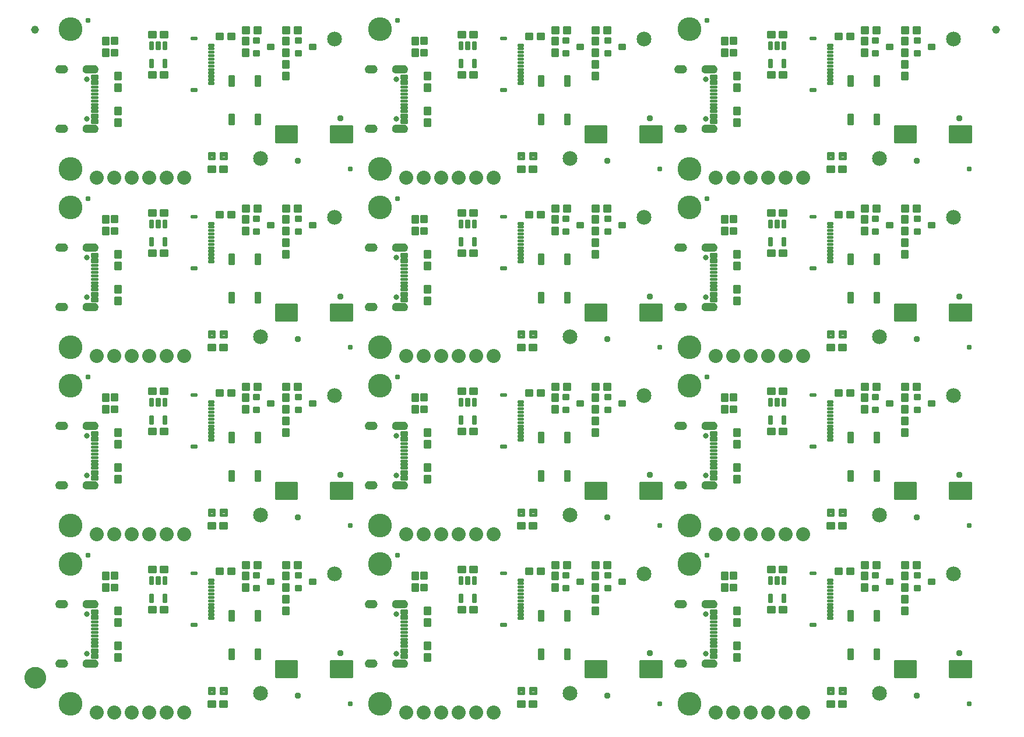
<source format=gts>
G04 EAGLE Gerber RS-274X export*
G75*
%MOMM*%
%FSLAX34Y34*%
%LPD*%
%INSoldermask Top*%
%IPPOS*%
%AMOC8*
5,1,8,0,0,1.08239X$1,22.5*%
G01*
%ADD10C,0.253525*%
%ADD11C,0.253344*%
%ADD12C,0.255816*%
%ADD13C,0.802400*%
%ADD14C,2.152400*%
%ADD15C,0.252862*%
%ADD16C,0.257147*%
%ADD17C,0.265238*%
%ADD18C,0.952400*%
%ADD19C,3.454400*%
%ADD20C,0.246888*%
%ADD21C,2.032000*%
%ADD22C,0.787400*%
%ADD23C,0.449434*%
%ADD24C,0.254103*%
%ADD25C,1.152400*%
%ADD26C,1.270000*%
%ADD27C,1.652400*%

G36*
X60304Y941394D02*
X60304Y941394D01*
X60307Y941391D01*
X61429Y941546D01*
X61434Y941551D01*
X61438Y941548D01*
X62509Y941919D01*
X62513Y941925D01*
X62518Y941923D01*
X63495Y942496D01*
X63498Y942502D01*
X63503Y942501D01*
X64350Y943254D01*
X64352Y943261D01*
X64357Y943261D01*
X65041Y944164D01*
X65041Y944171D01*
X65046Y944172D01*
X65541Y945191D01*
X65539Y945198D01*
X65544Y945200D01*
X65831Y946297D01*
X65829Y946301D01*
X65831Y946302D01*
X65829Y946304D01*
X65832Y946306D01*
X65899Y947437D01*
X65897Y947441D01*
X65899Y947443D01*
X65832Y948574D01*
X65827Y948579D01*
X65831Y948583D01*
X65544Y949680D01*
X65538Y949684D01*
X65541Y949689D01*
X65046Y950708D01*
X65040Y950711D01*
X65041Y950716D01*
X64357Y951619D01*
X64350Y951621D01*
X64350Y951626D01*
X63503Y952379D01*
X63496Y952379D01*
X63495Y952384D01*
X62518Y952957D01*
X62511Y952956D01*
X62509Y952961D01*
X61438Y953332D01*
X61432Y953329D01*
X61429Y953334D01*
X60307Y953489D01*
X60302Y953486D01*
X60300Y953489D01*
X48300Y953489D01*
X48295Y953486D01*
X48292Y953489D01*
X47025Y953284D01*
X47019Y953278D01*
X47015Y953281D01*
X45825Y952799D01*
X45821Y952792D01*
X45815Y952794D01*
X44762Y952060D01*
X44760Y952052D01*
X44754Y952053D01*
X43891Y951103D01*
X43890Y951094D01*
X43885Y951094D01*
X43255Y949975D01*
X43256Y949967D01*
X43250Y949965D01*
X42885Y948735D01*
X42888Y948727D01*
X42883Y948724D01*
X42801Y947443D01*
X42804Y947439D01*
X42801Y947437D01*
X42883Y946156D01*
X42889Y946150D01*
X42885Y946145D01*
X43250Y944915D01*
X43257Y944910D01*
X43255Y944905D01*
X43885Y943786D01*
X43892Y943783D01*
X43891Y943777D01*
X44754Y942827D01*
X44762Y942826D01*
X44762Y942820D01*
X45815Y942086D01*
X45823Y942086D01*
X45825Y942081D01*
X47015Y941599D01*
X47022Y941601D01*
X47025Y941596D01*
X48292Y941391D01*
X48297Y941394D01*
X48300Y941391D01*
X60300Y941391D01*
X60304Y941394D01*
G37*
G36*
X509884Y595914D02*
X509884Y595914D01*
X509887Y595911D01*
X511009Y596066D01*
X511014Y596071D01*
X511018Y596068D01*
X512089Y596439D01*
X512093Y596445D01*
X512098Y596443D01*
X513075Y597016D01*
X513078Y597022D01*
X513083Y597021D01*
X513930Y597774D01*
X513932Y597781D01*
X513937Y597781D01*
X514621Y598684D01*
X514621Y598691D01*
X514626Y598692D01*
X515121Y599711D01*
X515119Y599718D01*
X515124Y599720D01*
X515411Y600817D01*
X515409Y600821D01*
X515411Y600822D01*
X515409Y600824D01*
X515412Y600826D01*
X515479Y601957D01*
X515477Y601961D01*
X515479Y601963D01*
X515412Y603094D01*
X515407Y603099D01*
X515411Y603103D01*
X515124Y604200D01*
X515118Y604204D01*
X515121Y604209D01*
X514626Y605228D01*
X514620Y605231D01*
X514621Y605236D01*
X513937Y606139D01*
X513930Y606141D01*
X513930Y606146D01*
X513083Y606899D01*
X513076Y606899D01*
X513075Y606904D01*
X512098Y607477D01*
X512091Y607476D01*
X512089Y607481D01*
X511018Y607852D01*
X511012Y607849D01*
X511009Y607854D01*
X509887Y608009D01*
X509882Y608006D01*
X509880Y608009D01*
X497880Y608009D01*
X497875Y608006D01*
X497872Y608009D01*
X496605Y607804D01*
X496599Y607798D01*
X496595Y607801D01*
X495405Y607319D01*
X495401Y607312D01*
X495395Y607314D01*
X494342Y606580D01*
X494340Y606572D01*
X494334Y606573D01*
X493471Y605623D01*
X493470Y605614D01*
X493465Y605614D01*
X492835Y604495D01*
X492836Y604487D01*
X492830Y604485D01*
X492465Y603255D01*
X492468Y603247D01*
X492463Y603244D01*
X492381Y601963D01*
X492384Y601959D01*
X492381Y601957D01*
X492463Y600676D01*
X492469Y600670D01*
X492465Y600665D01*
X492830Y599435D01*
X492837Y599430D01*
X492835Y599425D01*
X493465Y598306D01*
X493472Y598303D01*
X493471Y598297D01*
X494334Y597347D01*
X494342Y597346D01*
X494342Y597340D01*
X495395Y596606D01*
X495403Y596606D01*
X495405Y596601D01*
X496595Y596119D01*
X496602Y596121D01*
X496605Y596116D01*
X497872Y595911D01*
X497877Y595914D01*
X497880Y595911D01*
X509880Y595911D01*
X509884Y595914D01*
G37*
G36*
X509884Y941394D02*
X509884Y941394D01*
X509887Y941391D01*
X511009Y941546D01*
X511014Y941551D01*
X511018Y941548D01*
X512089Y941919D01*
X512093Y941925D01*
X512098Y941923D01*
X513075Y942496D01*
X513078Y942502D01*
X513083Y942501D01*
X513930Y943254D01*
X513932Y943261D01*
X513937Y943261D01*
X514621Y944164D01*
X514621Y944171D01*
X514626Y944172D01*
X515121Y945191D01*
X515119Y945198D01*
X515124Y945200D01*
X515411Y946297D01*
X515409Y946301D01*
X515411Y946302D01*
X515409Y946304D01*
X515412Y946306D01*
X515479Y947437D01*
X515477Y947441D01*
X515479Y947443D01*
X515412Y948574D01*
X515407Y948579D01*
X515411Y948583D01*
X515124Y949680D01*
X515118Y949684D01*
X515121Y949689D01*
X514626Y950708D01*
X514620Y950711D01*
X514621Y950716D01*
X513937Y951619D01*
X513930Y951621D01*
X513930Y951626D01*
X513083Y952379D01*
X513076Y952379D01*
X513075Y952384D01*
X512098Y952957D01*
X512091Y952956D01*
X512089Y952961D01*
X511018Y953332D01*
X511012Y953329D01*
X511009Y953334D01*
X509887Y953489D01*
X509882Y953486D01*
X509880Y953489D01*
X497880Y953489D01*
X497875Y953486D01*
X497872Y953489D01*
X496605Y953284D01*
X496599Y953278D01*
X496595Y953281D01*
X495405Y952799D01*
X495401Y952792D01*
X495395Y952794D01*
X494342Y952060D01*
X494340Y952052D01*
X494334Y952053D01*
X493471Y951103D01*
X493470Y951094D01*
X493465Y951094D01*
X492835Y949975D01*
X492836Y949967D01*
X492830Y949965D01*
X492465Y948735D01*
X492468Y948727D01*
X492463Y948724D01*
X492381Y947443D01*
X492384Y947439D01*
X492381Y947437D01*
X492463Y946156D01*
X492469Y946150D01*
X492465Y946145D01*
X492830Y944915D01*
X492837Y944910D01*
X492835Y944905D01*
X493465Y943786D01*
X493472Y943783D01*
X493471Y943777D01*
X494334Y942827D01*
X494342Y942826D01*
X494342Y942820D01*
X495395Y942086D01*
X495403Y942086D01*
X495405Y942081D01*
X496595Y941599D01*
X496602Y941601D01*
X496605Y941596D01*
X497872Y941391D01*
X497877Y941394D01*
X497880Y941391D01*
X509880Y941391D01*
X509884Y941394D01*
G37*
G36*
X959464Y941394D02*
X959464Y941394D01*
X959467Y941391D01*
X960589Y941546D01*
X960594Y941551D01*
X960598Y941548D01*
X961669Y941919D01*
X961673Y941925D01*
X961678Y941923D01*
X962655Y942496D01*
X962658Y942502D01*
X962663Y942501D01*
X963510Y943254D01*
X963512Y943261D01*
X963517Y943261D01*
X964201Y944164D01*
X964201Y944171D01*
X964206Y944172D01*
X964701Y945191D01*
X964699Y945198D01*
X964704Y945200D01*
X964991Y946297D01*
X964989Y946301D01*
X964991Y946302D01*
X964989Y946304D01*
X964992Y946306D01*
X965059Y947437D01*
X965057Y947441D01*
X965059Y947443D01*
X964992Y948574D01*
X964987Y948579D01*
X964991Y948583D01*
X964704Y949680D01*
X964698Y949684D01*
X964701Y949689D01*
X964206Y950708D01*
X964200Y950711D01*
X964201Y950716D01*
X963517Y951619D01*
X963510Y951621D01*
X963510Y951626D01*
X962663Y952379D01*
X962656Y952379D01*
X962655Y952384D01*
X961678Y952957D01*
X961671Y952956D01*
X961669Y952961D01*
X960598Y953332D01*
X960592Y953329D01*
X960589Y953334D01*
X959467Y953489D01*
X959462Y953486D01*
X959460Y953489D01*
X947460Y953489D01*
X947455Y953486D01*
X947452Y953489D01*
X946185Y953284D01*
X946179Y953278D01*
X946175Y953281D01*
X944985Y952799D01*
X944981Y952792D01*
X944975Y952794D01*
X943922Y952060D01*
X943920Y952052D01*
X943914Y952053D01*
X943051Y951103D01*
X943050Y951094D01*
X943045Y951094D01*
X942415Y949975D01*
X942416Y949967D01*
X942410Y949965D01*
X942045Y948735D01*
X942048Y948727D01*
X942043Y948724D01*
X941961Y947443D01*
X941964Y947439D01*
X941961Y947437D01*
X942043Y946156D01*
X942049Y946150D01*
X942045Y946145D01*
X942410Y944915D01*
X942417Y944910D01*
X942415Y944905D01*
X943045Y943786D01*
X943052Y943783D01*
X943051Y943777D01*
X943914Y942827D01*
X943922Y942826D01*
X943922Y942820D01*
X944975Y942086D01*
X944983Y942086D01*
X944985Y942081D01*
X946175Y941599D01*
X946182Y941601D01*
X946185Y941596D01*
X947452Y941391D01*
X947457Y941394D01*
X947460Y941391D01*
X959460Y941391D01*
X959464Y941394D01*
G37*
G36*
X60304Y682314D02*
X60304Y682314D01*
X60307Y682311D01*
X61429Y682466D01*
X61434Y682471D01*
X61438Y682468D01*
X62509Y682839D01*
X62513Y682845D01*
X62518Y682843D01*
X63495Y683416D01*
X63498Y683422D01*
X63503Y683421D01*
X64350Y684174D01*
X64352Y684181D01*
X64357Y684181D01*
X65041Y685084D01*
X65041Y685091D01*
X65046Y685092D01*
X65541Y686111D01*
X65539Y686118D01*
X65544Y686120D01*
X65831Y687217D01*
X65829Y687221D01*
X65831Y687222D01*
X65829Y687224D01*
X65832Y687226D01*
X65899Y688357D01*
X65897Y688361D01*
X65899Y688363D01*
X65832Y689494D01*
X65827Y689499D01*
X65831Y689503D01*
X65544Y690600D01*
X65538Y690604D01*
X65541Y690609D01*
X65046Y691628D01*
X65040Y691631D01*
X65041Y691636D01*
X64357Y692539D01*
X64350Y692541D01*
X64350Y692546D01*
X63503Y693299D01*
X63496Y693299D01*
X63495Y693304D01*
X62518Y693877D01*
X62511Y693876D01*
X62509Y693881D01*
X61438Y694252D01*
X61432Y694249D01*
X61429Y694254D01*
X60307Y694409D01*
X60302Y694406D01*
X60300Y694409D01*
X48300Y694409D01*
X48295Y694406D01*
X48292Y694409D01*
X47025Y694204D01*
X47019Y694198D01*
X47015Y694201D01*
X45825Y693719D01*
X45821Y693712D01*
X45815Y693714D01*
X44762Y692980D01*
X44760Y692972D01*
X44754Y692973D01*
X43891Y692023D01*
X43890Y692014D01*
X43885Y692014D01*
X43255Y690895D01*
X43256Y690887D01*
X43250Y690885D01*
X42885Y689655D01*
X42888Y689647D01*
X42883Y689644D01*
X42801Y688363D01*
X42804Y688359D01*
X42801Y688357D01*
X42883Y687076D01*
X42889Y687070D01*
X42885Y687065D01*
X43250Y685835D01*
X43257Y685830D01*
X43255Y685825D01*
X43885Y684706D01*
X43892Y684703D01*
X43891Y684697D01*
X44754Y683747D01*
X44762Y683746D01*
X44762Y683740D01*
X45815Y683006D01*
X45823Y683006D01*
X45825Y683001D01*
X47015Y682519D01*
X47022Y682521D01*
X47025Y682516D01*
X48292Y682311D01*
X48297Y682314D01*
X48300Y682311D01*
X60300Y682311D01*
X60304Y682314D01*
G37*
G36*
X509884Y682314D02*
X509884Y682314D01*
X509887Y682311D01*
X511009Y682466D01*
X511014Y682471D01*
X511018Y682468D01*
X512089Y682839D01*
X512093Y682845D01*
X512098Y682843D01*
X513075Y683416D01*
X513078Y683422D01*
X513083Y683421D01*
X513930Y684174D01*
X513932Y684181D01*
X513937Y684181D01*
X514621Y685084D01*
X514621Y685091D01*
X514626Y685092D01*
X515121Y686111D01*
X515119Y686118D01*
X515124Y686120D01*
X515411Y687217D01*
X515409Y687221D01*
X515411Y687222D01*
X515409Y687224D01*
X515412Y687226D01*
X515479Y688357D01*
X515477Y688361D01*
X515479Y688363D01*
X515412Y689494D01*
X515407Y689499D01*
X515411Y689503D01*
X515124Y690600D01*
X515118Y690604D01*
X515121Y690609D01*
X514626Y691628D01*
X514620Y691631D01*
X514621Y691636D01*
X513937Y692539D01*
X513930Y692541D01*
X513930Y692546D01*
X513083Y693299D01*
X513076Y693299D01*
X513075Y693304D01*
X512098Y693877D01*
X512091Y693876D01*
X512089Y693881D01*
X511018Y694252D01*
X511012Y694249D01*
X511009Y694254D01*
X509887Y694409D01*
X509882Y694406D01*
X509880Y694409D01*
X497880Y694409D01*
X497875Y694406D01*
X497872Y694409D01*
X496605Y694204D01*
X496599Y694198D01*
X496595Y694201D01*
X495405Y693719D01*
X495401Y693712D01*
X495395Y693714D01*
X494342Y692980D01*
X494340Y692972D01*
X494334Y692973D01*
X493471Y692023D01*
X493470Y692014D01*
X493465Y692014D01*
X492835Y690895D01*
X492836Y690887D01*
X492830Y690885D01*
X492465Y689655D01*
X492468Y689647D01*
X492463Y689644D01*
X492381Y688363D01*
X492384Y688359D01*
X492381Y688357D01*
X492463Y687076D01*
X492469Y687070D01*
X492465Y687065D01*
X492830Y685835D01*
X492837Y685830D01*
X492835Y685825D01*
X493465Y684706D01*
X493472Y684703D01*
X493471Y684697D01*
X494334Y683747D01*
X494342Y683746D01*
X494342Y683740D01*
X495395Y683006D01*
X495403Y683006D01*
X495405Y683001D01*
X496595Y682519D01*
X496602Y682521D01*
X496605Y682516D01*
X497872Y682311D01*
X497877Y682314D01*
X497880Y682311D01*
X509880Y682311D01*
X509884Y682314D01*
G37*
G36*
X60304Y423234D02*
X60304Y423234D01*
X60307Y423231D01*
X61429Y423386D01*
X61434Y423391D01*
X61438Y423388D01*
X62509Y423759D01*
X62513Y423765D01*
X62518Y423763D01*
X63495Y424336D01*
X63498Y424342D01*
X63503Y424341D01*
X64350Y425094D01*
X64352Y425101D01*
X64357Y425101D01*
X65041Y426004D01*
X65041Y426011D01*
X65046Y426012D01*
X65541Y427031D01*
X65539Y427038D01*
X65544Y427040D01*
X65831Y428137D01*
X65829Y428141D01*
X65831Y428142D01*
X65829Y428144D01*
X65832Y428146D01*
X65899Y429277D01*
X65897Y429281D01*
X65899Y429283D01*
X65832Y430414D01*
X65827Y430419D01*
X65831Y430423D01*
X65544Y431520D01*
X65538Y431524D01*
X65541Y431529D01*
X65046Y432548D01*
X65040Y432551D01*
X65041Y432556D01*
X64357Y433459D01*
X64350Y433461D01*
X64350Y433466D01*
X63503Y434219D01*
X63496Y434219D01*
X63495Y434224D01*
X62518Y434797D01*
X62511Y434796D01*
X62509Y434801D01*
X61438Y435172D01*
X61432Y435169D01*
X61429Y435174D01*
X60307Y435329D01*
X60302Y435326D01*
X60300Y435329D01*
X48300Y435329D01*
X48295Y435326D01*
X48292Y435329D01*
X47025Y435124D01*
X47019Y435118D01*
X47015Y435121D01*
X45825Y434639D01*
X45821Y434632D01*
X45815Y434634D01*
X44762Y433900D01*
X44760Y433892D01*
X44754Y433893D01*
X43891Y432943D01*
X43890Y432934D01*
X43885Y432934D01*
X43255Y431815D01*
X43256Y431807D01*
X43250Y431805D01*
X42885Y430575D01*
X42888Y430567D01*
X42883Y430564D01*
X42801Y429283D01*
X42804Y429279D01*
X42801Y429277D01*
X42883Y427996D01*
X42889Y427990D01*
X42885Y427985D01*
X43250Y426755D01*
X43257Y426750D01*
X43255Y426745D01*
X43885Y425626D01*
X43892Y425623D01*
X43891Y425617D01*
X44754Y424667D01*
X44762Y424666D01*
X44762Y424660D01*
X45815Y423926D01*
X45823Y423926D01*
X45825Y423921D01*
X47015Y423439D01*
X47022Y423441D01*
X47025Y423436D01*
X48292Y423231D01*
X48297Y423234D01*
X48300Y423231D01*
X60300Y423231D01*
X60304Y423234D01*
G37*
G36*
X959464Y682314D02*
X959464Y682314D01*
X959467Y682311D01*
X960589Y682466D01*
X960594Y682471D01*
X960598Y682468D01*
X961669Y682839D01*
X961673Y682845D01*
X961678Y682843D01*
X962655Y683416D01*
X962658Y683422D01*
X962663Y683421D01*
X963510Y684174D01*
X963512Y684181D01*
X963517Y684181D01*
X964201Y685084D01*
X964201Y685091D01*
X964206Y685092D01*
X964701Y686111D01*
X964699Y686118D01*
X964704Y686120D01*
X964991Y687217D01*
X964989Y687221D01*
X964991Y687222D01*
X964989Y687224D01*
X964992Y687226D01*
X965059Y688357D01*
X965057Y688361D01*
X965059Y688363D01*
X964992Y689494D01*
X964987Y689499D01*
X964991Y689503D01*
X964704Y690600D01*
X964698Y690604D01*
X964701Y690609D01*
X964206Y691628D01*
X964200Y691631D01*
X964201Y691636D01*
X963517Y692539D01*
X963510Y692541D01*
X963510Y692546D01*
X962663Y693299D01*
X962656Y693299D01*
X962655Y693304D01*
X961678Y693877D01*
X961671Y693876D01*
X961669Y693881D01*
X960598Y694252D01*
X960592Y694249D01*
X960589Y694254D01*
X959467Y694409D01*
X959462Y694406D01*
X959460Y694409D01*
X947460Y694409D01*
X947455Y694406D01*
X947452Y694409D01*
X946185Y694204D01*
X946179Y694198D01*
X946175Y694201D01*
X944985Y693719D01*
X944981Y693712D01*
X944975Y693714D01*
X943922Y692980D01*
X943920Y692972D01*
X943914Y692973D01*
X943051Y692023D01*
X943050Y692014D01*
X943045Y692014D01*
X942415Y690895D01*
X942416Y690887D01*
X942410Y690885D01*
X942045Y689655D01*
X942048Y689647D01*
X942043Y689644D01*
X941961Y688363D01*
X941964Y688359D01*
X941961Y688357D01*
X942043Y687076D01*
X942049Y687070D01*
X942045Y687065D01*
X942410Y685835D01*
X942417Y685830D01*
X942415Y685825D01*
X943045Y684706D01*
X943052Y684703D01*
X943051Y684697D01*
X943914Y683747D01*
X943922Y683746D01*
X943922Y683740D01*
X944975Y683006D01*
X944983Y683006D01*
X944985Y683001D01*
X946175Y682519D01*
X946182Y682521D01*
X946185Y682516D01*
X947452Y682311D01*
X947457Y682314D01*
X947460Y682311D01*
X959460Y682311D01*
X959464Y682314D01*
G37*
G36*
X509884Y854994D02*
X509884Y854994D01*
X509887Y854991D01*
X511009Y855146D01*
X511014Y855151D01*
X511018Y855148D01*
X512089Y855519D01*
X512093Y855525D01*
X512098Y855523D01*
X513075Y856096D01*
X513078Y856102D01*
X513083Y856101D01*
X513930Y856854D01*
X513932Y856861D01*
X513937Y856861D01*
X514621Y857764D01*
X514621Y857771D01*
X514626Y857772D01*
X515121Y858791D01*
X515119Y858798D01*
X515124Y858800D01*
X515411Y859897D01*
X515409Y859901D01*
X515411Y859902D01*
X515409Y859904D01*
X515412Y859906D01*
X515479Y861037D01*
X515477Y861041D01*
X515479Y861043D01*
X515412Y862174D01*
X515407Y862179D01*
X515411Y862183D01*
X515124Y863280D01*
X515118Y863284D01*
X515121Y863289D01*
X514626Y864308D01*
X514620Y864311D01*
X514621Y864316D01*
X513937Y865219D01*
X513930Y865221D01*
X513930Y865226D01*
X513083Y865979D01*
X513076Y865979D01*
X513075Y865984D01*
X512098Y866557D01*
X512091Y866556D01*
X512089Y866561D01*
X511018Y866932D01*
X511012Y866929D01*
X511009Y866934D01*
X509887Y867089D01*
X509882Y867086D01*
X509880Y867089D01*
X497880Y867089D01*
X497875Y867086D01*
X497872Y867089D01*
X496605Y866884D01*
X496599Y866878D01*
X496595Y866881D01*
X495405Y866399D01*
X495401Y866392D01*
X495395Y866394D01*
X494342Y865660D01*
X494340Y865652D01*
X494334Y865653D01*
X493471Y864703D01*
X493470Y864694D01*
X493465Y864694D01*
X492835Y863575D01*
X492836Y863567D01*
X492830Y863565D01*
X492465Y862335D01*
X492468Y862327D01*
X492463Y862324D01*
X492381Y861043D01*
X492384Y861039D01*
X492381Y861037D01*
X492463Y859756D01*
X492469Y859750D01*
X492465Y859745D01*
X492830Y858515D01*
X492837Y858510D01*
X492835Y858505D01*
X493465Y857386D01*
X493472Y857383D01*
X493471Y857377D01*
X494334Y856427D01*
X494342Y856426D01*
X494342Y856420D01*
X495395Y855686D01*
X495403Y855686D01*
X495405Y855681D01*
X496595Y855199D01*
X496602Y855201D01*
X496605Y855196D01*
X497872Y854991D01*
X497877Y854994D01*
X497880Y854991D01*
X509880Y854991D01*
X509884Y854994D01*
G37*
G36*
X60304Y854994D02*
X60304Y854994D01*
X60307Y854991D01*
X61429Y855146D01*
X61434Y855151D01*
X61438Y855148D01*
X62509Y855519D01*
X62513Y855525D01*
X62518Y855523D01*
X63495Y856096D01*
X63498Y856102D01*
X63503Y856101D01*
X64350Y856854D01*
X64352Y856861D01*
X64357Y856861D01*
X65041Y857764D01*
X65041Y857771D01*
X65046Y857772D01*
X65541Y858791D01*
X65539Y858798D01*
X65544Y858800D01*
X65831Y859897D01*
X65829Y859901D01*
X65831Y859902D01*
X65829Y859904D01*
X65832Y859906D01*
X65899Y861037D01*
X65897Y861041D01*
X65899Y861043D01*
X65832Y862174D01*
X65827Y862179D01*
X65831Y862183D01*
X65544Y863280D01*
X65538Y863284D01*
X65541Y863289D01*
X65046Y864308D01*
X65040Y864311D01*
X65041Y864316D01*
X64357Y865219D01*
X64350Y865221D01*
X64350Y865226D01*
X63503Y865979D01*
X63496Y865979D01*
X63495Y865984D01*
X62518Y866557D01*
X62511Y866556D01*
X62509Y866561D01*
X61438Y866932D01*
X61432Y866929D01*
X61429Y866934D01*
X60307Y867089D01*
X60302Y867086D01*
X60300Y867089D01*
X48300Y867089D01*
X48295Y867086D01*
X48292Y867089D01*
X47025Y866884D01*
X47019Y866878D01*
X47015Y866881D01*
X45825Y866399D01*
X45821Y866392D01*
X45815Y866394D01*
X44762Y865660D01*
X44760Y865652D01*
X44754Y865653D01*
X43891Y864703D01*
X43890Y864694D01*
X43885Y864694D01*
X43255Y863575D01*
X43256Y863567D01*
X43250Y863565D01*
X42885Y862335D01*
X42888Y862327D01*
X42883Y862324D01*
X42801Y861043D01*
X42804Y861039D01*
X42801Y861037D01*
X42883Y859756D01*
X42889Y859750D01*
X42885Y859745D01*
X43250Y858515D01*
X43257Y858510D01*
X43255Y858505D01*
X43885Y857386D01*
X43892Y857383D01*
X43891Y857377D01*
X44754Y856427D01*
X44762Y856426D01*
X44762Y856420D01*
X45815Y855686D01*
X45823Y855686D01*
X45825Y855681D01*
X47015Y855199D01*
X47022Y855201D01*
X47025Y855196D01*
X48292Y854991D01*
X48297Y854994D01*
X48300Y854991D01*
X60300Y854991D01*
X60304Y854994D01*
G37*
G36*
X959464Y595914D02*
X959464Y595914D01*
X959467Y595911D01*
X960589Y596066D01*
X960594Y596071D01*
X960598Y596068D01*
X961669Y596439D01*
X961673Y596445D01*
X961678Y596443D01*
X962655Y597016D01*
X962658Y597022D01*
X962663Y597021D01*
X963510Y597774D01*
X963512Y597781D01*
X963517Y597781D01*
X964201Y598684D01*
X964201Y598691D01*
X964206Y598692D01*
X964701Y599711D01*
X964699Y599718D01*
X964704Y599720D01*
X964991Y600817D01*
X964989Y600821D01*
X964991Y600822D01*
X964989Y600824D01*
X964992Y600826D01*
X965059Y601957D01*
X965057Y601961D01*
X965059Y601963D01*
X964992Y603094D01*
X964987Y603099D01*
X964991Y603103D01*
X964704Y604200D01*
X964698Y604204D01*
X964701Y604209D01*
X964206Y605228D01*
X964200Y605231D01*
X964201Y605236D01*
X963517Y606139D01*
X963510Y606141D01*
X963510Y606146D01*
X962663Y606899D01*
X962656Y606899D01*
X962655Y606904D01*
X961678Y607477D01*
X961671Y607476D01*
X961669Y607481D01*
X960598Y607852D01*
X960592Y607849D01*
X960589Y607854D01*
X959467Y608009D01*
X959462Y608006D01*
X959460Y608009D01*
X947460Y608009D01*
X947455Y608006D01*
X947452Y608009D01*
X946185Y607804D01*
X946179Y607798D01*
X946175Y607801D01*
X944985Y607319D01*
X944981Y607312D01*
X944975Y607314D01*
X943922Y606580D01*
X943920Y606572D01*
X943914Y606573D01*
X943051Y605623D01*
X943050Y605614D01*
X943045Y605614D01*
X942415Y604495D01*
X942416Y604487D01*
X942410Y604485D01*
X942045Y603255D01*
X942048Y603247D01*
X942043Y603244D01*
X941961Y601963D01*
X941964Y601959D01*
X941961Y601957D01*
X942043Y600676D01*
X942049Y600670D01*
X942045Y600665D01*
X942410Y599435D01*
X942417Y599430D01*
X942415Y599425D01*
X943045Y598306D01*
X943052Y598303D01*
X943051Y598297D01*
X943914Y597347D01*
X943922Y597346D01*
X943922Y597340D01*
X944975Y596606D01*
X944983Y596606D01*
X944985Y596601D01*
X946175Y596119D01*
X946182Y596121D01*
X946185Y596116D01*
X947452Y595911D01*
X947457Y595914D01*
X947460Y595911D01*
X959460Y595911D01*
X959464Y595914D01*
G37*
G36*
X959464Y854994D02*
X959464Y854994D01*
X959467Y854991D01*
X960589Y855146D01*
X960594Y855151D01*
X960598Y855148D01*
X961669Y855519D01*
X961673Y855525D01*
X961678Y855523D01*
X962655Y856096D01*
X962658Y856102D01*
X962663Y856101D01*
X963510Y856854D01*
X963512Y856861D01*
X963517Y856861D01*
X964201Y857764D01*
X964201Y857771D01*
X964206Y857772D01*
X964701Y858791D01*
X964699Y858798D01*
X964704Y858800D01*
X964991Y859897D01*
X964989Y859901D01*
X964991Y859902D01*
X964989Y859904D01*
X964992Y859906D01*
X965059Y861037D01*
X965057Y861041D01*
X965059Y861043D01*
X964992Y862174D01*
X964987Y862179D01*
X964991Y862183D01*
X964704Y863280D01*
X964698Y863284D01*
X964701Y863289D01*
X964206Y864308D01*
X964200Y864311D01*
X964201Y864316D01*
X963517Y865219D01*
X963510Y865221D01*
X963510Y865226D01*
X962663Y865979D01*
X962656Y865979D01*
X962655Y865984D01*
X961678Y866557D01*
X961671Y866556D01*
X961669Y866561D01*
X960598Y866932D01*
X960592Y866929D01*
X960589Y866934D01*
X959467Y867089D01*
X959462Y867086D01*
X959460Y867089D01*
X947460Y867089D01*
X947455Y867086D01*
X947452Y867089D01*
X946185Y866884D01*
X946179Y866878D01*
X946175Y866881D01*
X944985Y866399D01*
X944981Y866392D01*
X944975Y866394D01*
X943922Y865660D01*
X943920Y865652D01*
X943914Y865653D01*
X943051Y864703D01*
X943050Y864694D01*
X943045Y864694D01*
X942415Y863575D01*
X942416Y863567D01*
X942410Y863565D01*
X942045Y862335D01*
X942048Y862327D01*
X942043Y862324D01*
X941961Y861043D01*
X941964Y861039D01*
X941961Y861037D01*
X942043Y859756D01*
X942049Y859750D01*
X942045Y859745D01*
X942410Y858515D01*
X942417Y858510D01*
X942415Y858505D01*
X943045Y857386D01*
X943052Y857383D01*
X943051Y857377D01*
X943914Y856427D01*
X943922Y856426D01*
X943922Y856420D01*
X944975Y855686D01*
X944983Y855686D01*
X944985Y855681D01*
X946175Y855199D01*
X946182Y855201D01*
X946185Y855196D01*
X947452Y854991D01*
X947457Y854994D01*
X947460Y854991D01*
X959460Y854991D01*
X959464Y854994D01*
G37*
G36*
X60304Y595914D02*
X60304Y595914D01*
X60307Y595911D01*
X61429Y596066D01*
X61434Y596071D01*
X61438Y596068D01*
X62509Y596439D01*
X62513Y596445D01*
X62518Y596443D01*
X63495Y597016D01*
X63498Y597022D01*
X63503Y597021D01*
X64350Y597774D01*
X64352Y597781D01*
X64357Y597781D01*
X65041Y598684D01*
X65041Y598691D01*
X65046Y598692D01*
X65541Y599711D01*
X65539Y599718D01*
X65544Y599720D01*
X65831Y600817D01*
X65829Y600821D01*
X65831Y600822D01*
X65829Y600824D01*
X65832Y600826D01*
X65899Y601957D01*
X65897Y601961D01*
X65899Y601963D01*
X65832Y603094D01*
X65827Y603099D01*
X65831Y603103D01*
X65544Y604200D01*
X65538Y604204D01*
X65541Y604209D01*
X65046Y605228D01*
X65040Y605231D01*
X65041Y605236D01*
X64357Y606139D01*
X64350Y606141D01*
X64350Y606146D01*
X63503Y606899D01*
X63496Y606899D01*
X63495Y606904D01*
X62518Y607477D01*
X62511Y607476D01*
X62509Y607481D01*
X61438Y607852D01*
X61432Y607849D01*
X61429Y607854D01*
X60307Y608009D01*
X60302Y608006D01*
X60300Y608009D01*
X48300Y608009D01*
X48295Y608006D01*
X48292Y608009D01*
X47025Y607804D01*
X47019Y607798D01*
X47015Y607801D01*
X45825Y607319D01*
X45821Y607312D01*
X45815Y607314D01*
X44762Y606580D01*
X44760Y606572D01*
X44754Y606573D01*
X43891Y605623D01*
X43890Y605614D01*
X43885Y605614D01*
X43255Y604495D01*
X43256Y604487D01*
X43250Y604485D01*
X42885Y603255D01*
X42888Y603247D01*
X42883Y603244D01*
X42801Y601963D01*
X42804Y601959D01*
X42801Y601957D01*
X42883Y600676D01*
X42889Y600670D01*
X42885Y600665D01*
X43250Y599435D01*
X43257Y599430D01*
X43255Y599425D01*
X43885Y598306D01*
X43892Y598303D01*
X43891Y598297D01*
X44754Y597347D01*
X44762Y597346D01*
X44762Y597340D01*
X45815Y596606D01*
X45823Y596606D01*
X45825Y596601D01*
X47015Y596119D01*
X47022Y596121D01*
X47025Y596116D01*
X48292Y595911D01*
X48297Y595914D01*
X48300Y595911D01*
X60300Y595911D01*
X60304Y595914D01*
G37*
G36*
X509884Y423234D02*
X509884Y423234D01*
X509887Y423231D01*
X511009Y423386D01*
X511014Y423391D01*
X511018Y423388D01*
X512089Y423759D01*
X512093Y423765D01*
X512098Y423763D01*
X513075Y424336D01*
X513078Y424342D01*
X513083Y424341D01*
X513930Y425094D01*
X513932Y425101D01*
X513937Y425101D01*
X514621Y426004D01*
X514621Y426011D01*
X514626Y426012D01*
X515121Y427031D01*
X515119Y427038D01*
X515124Y427040D01*
X515411Y428137D01*
X515409Y428141D01*
X515411Y428142D01*
X515409Y428144D01*
X515412Y428146D01*
X515479Y429277D01*
X515477Y429281D01*
X515479Y429283D01*
X515412Y430414D01*
X515407Y430419D01*
X515411Y430423D01*
X515124Y431520D01*
X515118Y431524D01*
X515121Y431529D01*
X514626Y432548D01*
X514620Y432551D01*
X514621Y432556D01*
X513937Y433459D01*
X513930Y433461D01*
X513930Y433466D01*
X513083Y434219D01*
X513076Y434219D01*
X513075Y434224D01*
X512098Y434797D01*
X512091Y434796D01*
X512089Y434801D01*
X511018Y435172D01*
X511012Y435169D01*
X511009Y435174D01*
X509887Y435329D01*
X509882Y435326D01*
X509880Y435329D01*
X497880Y435329D01*
X497875Y435326D01*
X497872Y435329D01*
X496605Y435124D01*
X496599Y435118D01*
X496595Y435121D01*
X495405Y434639D01*
X495401Y434632D01*
X495395Y434634D01*
X494342Y433900D01*
X494340Y433892D01*
X494334Y433893D01*
X493471Y432943D01*
X493470Y432934D01*
X493465Y432934D01*
X492835Y431815D01*
X492836Y431807D01*
X492830Y431805D01*
X492465Y430575D01*
X492468Y430567D01*
X492463Y430564D01*
X492381Y429283D01*
X492384Y429279D01*
X492381Y429277D01*
X492463Y427996D01*
X492469Y427990D01*
X492465Y427985D01*
X492830Y426755D01*
X492837Y426750D01*
X492835Y426745D01*
X493465Y425626D01*
X493472Y425623D01*
X493471Y425617D01*
X494334Y424667D01*
X494342Y424666D01*
X494342Y424660D01*
X495395Y423926D01*
X495403Y423926D01*
X495405Y423921D01*
X496595Y423439D01*
X496602Y423441D01*
X496605Y423436D01*
X497872Y423231D01*
X497877Y423234D01*
X497880Y423231D01*
X509880Y423231D01*
X509884Y423234D01*
G37*
G36*
X959464Y423234D02*
X959464Y423234D01*
X959467Y423231D01*
X960589Y423386D01*
X960594Y423391D01*
X960598Y423388D01*
X961669Y423759D01*
X961673Y423765D01*
X961678Y423763D01*
X962655Y424336D01*
X962658Y424342D01*
X962663Y424341D01*
X963510Y425094D01*
X963512Y425101D01*
X963517Y425101D01*
X964201Y426004D01*
X964201Y426011D01*
X964206Y426012D01*
X964701Y427031D01*
X964699Y427038D01*
X964704Y427040D01*
X964991Y428137D01*
X964989Y428141D01*
X964991Y428142D01*
X964989Y428144D01*
X964992Y428146D01*
X965059Y429277D01*
X965057Y429281D01*
X965059Y429283D01*
X964992Y430414D01*
X964987Y430419D01*
X964991Y430423D01*
X964704Y431520D01*
X964698Y431524D01*
X964701Y431529D01*
X964206Y432548D01*
X964200Y432551D01*
X964201Y432556D01*
X963517Y433459D01*
X963510Y433461D01*
X963510Y433466D01*
X962663Y434219D01*
X962656Y434219D01*
X962655Y434224D01*
X961678Y434797D01*
X961671Y434796D01*
X961669Y434801D01*
X960598Y435172D01*
X960592Y435169D01*
X960589Y435174D01*
X959467Y435329D01*
X959462Y435326D01*
X959460Y435329D01*
X947460Y435329D01*
X947455Y435326D01*
X947452Y435329D01*
X946185Y435124D01*
X946179Y435118D01*
X946175Y435121D01*
X944985Y434639D01*
X944981Y434632D01*
X944975Y434634D01*
X943922Y433900D01*
X943920Y433892D01*
X943914Y433893D01*
X943051Y432943D01*
X943050Y432934D01*
X943045Y432934D01*
X942415Y431815D01*
X942416Y431807D01*
X942410Y431805D01*
X942045Y430575D01*
X942048Y430567D01*
X942043Y430564D01*
X941961Y429283D01*
X941964Y429279D01*
X941961Y429277D01*
X942043Y427996D01*
X942049Y427990D01*
X942045Y427985D01*
X942410Y426755D01*
X942417Y426750D01*
X942415Y426745D01*
X943045Y425626D01*
X943052Y425623D01*
X943051Y425617D01*
X943914Y424667D01*
X943922Y424666D01*
X943922Y424660D01*
X944975Y423926D01*
X944983Y423926D01*
X944985Y423921D01*
X946175Y423439D01*
X946182Y423441D01*
X946185Y423436D01*
X947452Y423231D01*
X947457Y423234D01*
X947460Y423231D01*
X959460Y423231D01*
X959464Y423234D01*
G37*
G36*
X60304Y336834D02*
X60304Y336834D01*
X60307Y336831D01*
X61429Y336986D01*
X61434Y336991D01*
X61438Y336988D01*
X62509Y337359D01*
X62513Y337365D01*
X62518Y337363D01*
X63495Y337936D01*
X63498Y337942D01*
X63503Y337941D01*
X64350Y338694D01*
X64352Y338701D01*
X64357Y338701D01*
X65041Y339604D01*
X65041Y339611D01*
X65046Y339612D01*
X65541Y340631D01*
X65539Y340638D01*
X65544Y340640D01*
X65831Y341737D01*
X65829Y341741D01*
X65831Y341742D01*
X65829Y341744D01*
X65832Y341746D01*
X65899Y342877D01*
X65897Y342881D01*
X65899Y342883D01*
X65832Y344014D01*
X65827Y344019D01*
X65831Y344023D01*
X65544Y345120D01*
X65538Y345124D01*
X65541Y345129D01*
X65046Y346148D01*
X65040Y346151D01*
X65041Y346156D01*
X64357Y347059D01*
X64350Y347061D01*
X64350Y347066D01*
X63503Y347819D01*
X63496Y347819D01*
X63495Y347824D01*
X62518Y348397D01*
X62511Y348396D01*
X62509Y348401D01*
X61438Y348772D01*
X61432Y348769D01*
X61429Y348774D01*
X60307Y348929D01*
X60302Y348926D01*
X60300Y348929D01*
X48300Y348929D01*
X48295Y348926D01*
X48292Y348929D01*
X47025Y348724D01*
X47019Y348718D01*
X47015Y348721D01*
X45825Y348239D01*
X45821Y348232D01*
X45815Y348234D01*
X44762Y347500D01*
X44760Y347492D01*
X44754Y347493D01*
X43891Y346543D01*
X43890Y346534D01*
X43885Y346534D01*
X43255Y345415D01*
X43256Y345407D01*
X43250Y345405D01*
X42885Y344175D01*
X42888Y344167D01*
X42883Y344164D01*
X42801Y342883D01*
X42804Y342879D01*
X42801Y342877D01*
X42883Y341596D01*
X42889Y341590D01*
X42885Y341585D01*
X43250Y340355D01*
X43257Y340350D01*
X43255Y340345D01*
X43885Y339226D01*
X43892Y339223D01*
X43891Y339217D01*
X44754Y338267D01*
X44762Y338266D01*
X44762Y338260D01*
X45815Y337526D01*
X45823Y337526D01*
X45825Y337521D01*
X47015Y337039D01*
X47022Y337041D01*
X47025Y337036D01*
X48292Y336831D01*
X48297Y336834D01*
X48300Y336831D01*
X60300Y336831D01*
X60304Y336834D01*
G37*
G36*
X509884Y336834D02*
X509884Y336834D01*
X509887Y336831D01*
X511009Y336986D01*
X511014Y336991D01*
X511018Y336988D01*
X512089Y337359D01*
X512093Y337365D01*
X512098Y337363D01*
X513075Y337936D01*
X513078Y337942D01*
X513083Y337941D01*
X513930Y338694D01*
X513932Y338701D01*
X513937Y338701D01*
X514621Y339604D01*
X514621Y339611D01*
X514626Y339612D01*
X515121Y340631D01*
X515119Y340638D01*
X515124Y340640D01*
X515411Y341737D01*
X515409Y341741D01*
X515411Y341742D01*
X515409Y341744D01*
X515412Y341746D01*
X515479Y342877D01*
X515477Y342881D01*
X515479Y342883D01*
X515412Y344014D01*
X515407Y344019D01*
X515411Y344023D01*
X515124Y345120D01*
X515118Y345124D01*
X515121Y345129D01*
X514626Y346148D01*
X514620Y346151D01*
X514621Y346156D01*
X513937Y347059D01*
X513930Y347061D01*
X513930Y347066D01*
X513083Y347819D01*
X513076Y347819D01*
X513075Y347824D01*
X512098Y348397D01*
X512091Y348396D01*
X512089Y348401D01*
X511018Y348772D01*
X511012Y348769D01*
X511009Y348774D01*
X509887Y348929D01*
X509882Y348926D01*
X509880Y348929D01*
X497880Y348929D01*
X497875Y348926D01*
X497872Y348929D01*
X496605Y348724D01*
X496599Y348718D01*
X496595Y348721D01*
X495405Y348239D01*
X495401Y348232D01*
X495395Y348234D01*
X494342Y347500D01*
X494340Y347492D01*
X494334Y347493D01*
X493471Y346543D01*
X493470Y346534D01*
X493465Y346534D01*
X492835Y345415D01*
X492836Y345407D01*
X492830Y345405D01*
X492465Y344175D01*
X492468Y344167D01*
X492463Y344164D01*
X492381Y342883D01*
X492384Y342879D01*
X492381Y342877D01*
X492463Y341596D01*
X492469Y341590D01*
X492465Y341585D01*
X492830Y340355D01*
X492837Y340350D01*
X492835Y340345D01*
X493465Y339226D01*
X493472Y339223D01*
X493471Y339217D01*
X494334Y338267D01*
X494342Y338266D01*
X494342Y338260D01*
X495395Y337526D01*
X495403Y337526D01*
X495405Y337521D01*
X496595Y337039D01*
X496602Y337041D01*
X496605Y337036D01*
X497872Y336831D01*
X497877Y336834D01*
X497880Y336831D01*
X509880Y336831D01*
X509884Y336834D01*
G37*
G36*
X959464Y336834D02*
X959464Y336834D01*
X959467Y336831D01*
X960589Y336986D01*
X960594Y336991D01*
X960598Y336988D01*
X961669Y337359D01*
X961673Y337365D01*
X961678Y337363D01*
X962655Y337936D01*
X962658Y337942D01*
X962663Y337941D01*
X963510Y338694D01*
X963512Y338701D01*
X963517Y338701D01*
X964201Y339604D01*
X964201Y339611D01*
X964206Y339612D01*
X964701Y340631D01*
X964699Y340638D01*
X964704Y340640D01*
X964991Y341737D01*
X964989Y341741D01*
X964991Y341742D01*
X964989Y341744D01*
X964992Y341746D01*
X965059Y342877D01*
X965057Y342881D01*
X965059Y342883D01*
X964992Y344014D01*
X964987Y344019D01*
X964991Y344023D01*
X964704Y345120D01*
X964698Y345124D01*
X964701Y345129D01*
X964206Y346148D01*
X964200Y346151D01*
X964201Y346156D01*
X963517Y347059D01*
X963510Y347061D01*
X963510Y347066D01*
X962663Y347819D01*
X962656Y347819D01*
X962655Y347824D01*
X961678Y348397D01*
X961671Y348396D01*
X961669Y348401D01*
X960598Y348772D01*
X960592Y348769D01*
X960589Y348774D01*
X959467Y348929D01*
X959462Y348926D01*
X959460Y348929D01*
X947460Y348929D01*
X947455Y348926D01*
X947452Y348929D01*
X946185Y348724D01*
X946179Y348718D01*
X946175Y348721D01*
X944985Y348239D01*
X944981Y348232D01*
X944975Y348234D01*
X943922Y347500D01*
X943920Y347492D01*
X943914Y347493D01*
X943051Y346543D01*
X943050Y346534D01*
X943045Y346534D01*
X942415Y345415D01*
X942416Y345407D01*
X942410Y345405D01*
X942045Y344175D01*
X942048Y344167D01*
X942043Y344164D01*
X941961Y342883D01*
X941964Y342879D01*
X941961Y342877D01*
X942043Y341596D01*
X942049Y341590D01*
X942045Y341585D01*
X942410Y340355D01*
X942417Y340350D01*
X942415Y340345D01*
X943045Y339226D01*
X943052Y339223D01*
X943051Y339217D01*
X943914Y338267D01*
X943922Y338266D01*
X943922Y338260D01*
X944975Y337526D01*
X944983Y337526D01*
X944985Y337521D01*
X946175Y337039D01*
X946182Y337041D01*
X946185Y337036D01*
X947452Y336831D01*
X947457Y336834D01*
X947460Y336831D01*
X959460Y336831D01*
X959464Y336834D01*
G37*
G36*
X60304Y164154D02*
X60304Y164154D01*
X60307Y164151D01*
X61429Y164306D01*
X61434Y164311D01*
X61438Y164308D01*
X62509Y164679D01*
X62513Y164685D01*
X62518Y164683D01*
X63495Y165256D01*
X63498Y165262D01*
X63503Y165261D01*
X64350Y166014D01*
X64352Y166021D01*
X64357Y166021D01*
X65041Y166924D01*
X65041Y166931D01*
X65046Y166932D01*
X65541Y167951D01*
X65539Y167958D01*
X65544Y167960D01*
X65831Y169057D01*
X65829Y169061D01*
X65831Y169062D01*
X65829Y169064D01*
X65832Y169066D01*
X65899Y170197D01*
X65897Y170201D01*
X65899Y170203D01*
X65832Y171334D01*
X65827Y171339D01*
X65831Y171343D01*
X65544Y172440D01*
X65538Y172444D01*
X65541Y172449D01*
X65046Y173468D01*
X65040Y173471D01*
X65041Y173476D01*
X64357Y174379D01*
X64350Y174381D01*
X64350Y174386D01*
X63503Y175139D01*
X63496Y175139D01*
X63495Y175144D01*
X62518Y175717D01*
X62511Y175716D01*
X62509Y175721D01*
X61438Y176092D01*
X61432Y176089D01*
X61429Y176094D01*
X60307Y176249D01*
X60302Y176246D01*
X60300Y176249D01*
X48300Y176249D01*
X48295Y176246D01*
X48292Y176249D01*
X47025Y176044D01*
X47019Y176038D01*
X47015Y176041D01*
X45825Y175559D01*
X45821Y175552D01*
X45815Y175554D01*
X44762Y174820D01*
X44760Y174812D01*
X44754Y174813D01*
X43891Y173863D01*
X43890Y173854D01*
X43885Y173854D01*
X43255Y172735D01*
X43256Y172727D01*
X43250Y172725D01*
X42885Y171495D01*
X42888Y171487D01*
X42883Y171484D01*
X42801Y170203D01*
X42804Y170199D01*
X42801Y170197D01*
X42883Y168916D01*
X42889Y168910D01*
X42885Y168905D01*
X43250Y167675D01*
X43257Y167670D01*
X43255Y167665D01*
X43885Y166546D01*
X43892Y166543D01*
X43891Y166537D01*
X44754Y165587D01*
X44762Y165586D01*
X44762Y165580D01*
X45815Y164846D01*
X45823Y164846D01*
X45825Y164841D01*
X47015Y164359D01*
X47022Y164361D01*
X47025Y164356D01*
X48292Y164151D01*
X48297Y164154D01*
X48300Y164151D01*
X60300Y164151D01*
X60304Y164154D01*
G37*
G36*
X509884Y164154D02*
X509884Y164154D01*
X509887Y164151D01*
X511009Y164306D01*
X511014Y164311D01*
X511018Y164308D01*
X512089Y164679D01*
X512093Y164685D01*
X512098Y164683D01*
X513075Y165256D01*
X513078Y165262D01*
X513083Y165261D01*
X513930Y166014D01*
X513932Y166021D01*
X513937Y166021D01*
X514621Y166924D01*
X514621Y166931D01*
X514626Y166932D01*
X515121Y167951D01*
X515119Y167958D01*
X515124Y167960D01*
X515411Y169057D01*
X515409Y169061D01*
X515411Y169062D01*
X515409Y169064D01*
X515412Y169066D01*
X515479Y170197D01*
X515477Y170201D01*
X515479Y170203D01*
X515412Y171334D01*
X515407Y171339D01*
X515411Y171343D01*
X515124Y172440D01*
X515118Y172444D01*
X515121Y172449D01*
X514626Y173468D01*
X514620Y173471D01*
X514621Y173476D01*
X513937Y174379D01*
X513930Y174381D01*
X513930Y174386D01*
X513083Y175139D01*
X513076Y175139D01*
X513075Y175144D01*
X512098Y175717D01*
X512091Y175716D01*
X512089Y175721D01*
X511018Y176092D01*
X511012Y176089D01*
X511009Y176094D01*
X509887Y176249D01*
X509882Y176246D01*
X509880Y176249D01*
X497880Y176249D01*
X497875Y176246D01*
X497872Y176249D01*
X496605Y176044D01*
X496599Y176038D01*
X496595Y176041D01*
X495405Y175559D01*
X495401Y175552D01*
X495395Y175554D01*
X494342Y174820D01*
X494340Y174812D01*
X494334Y174813D01*
X493471Y173863D01*
X493470Y173854D01*
X493465Y173854D01*
X492835Y172735D01*
X492836Y172727D01*
X492830Y172725D01*
X492465Y171495D01*
X492468Y171487D01*
X492463Y171484D01*
X492381Y170203D01*
X492384Y170199D01*
X492381Y170197D01*
X492463Y168916D01*
X492469Y168910D01*
X492465Y168905D01*
X492830Y167675D01*
X492837Y167670D01*
X492835Y167665D01*
X493465Y166546D01*
X493472Y166543D01*
X493471Y166537D01*
X494334Y165587D01*
X494342Y165586D01*
X494342Y165580D01*
X495395Y164846D01*
X495403Y164846D01*
X495405Y164841D01*
X496595Y164359D01*
X496602Y164361D01*
X496605Y164356D01*
X497872Y164151D01*
X497877Y164154D01*
X497880Y164151D01*
X509880Y164151D01*
X509884Y164154D01*
G37*
G36*
X959464Y164154D02*
X959464Y164154D01*
X959467Y164151D01*
X960589Y164306D01*
X960594Y164311D01*
X960598Y164308D01*
X961669Y164679D01*
X961673Y164685D01*
X961678Y164683D01*
X962655Y165256D01*
X962658Y165262D01*
X962663Y165261D01*
X963510Y166014D01*
X963512Y166021D01*
X963517Y166021D01*
X964201Y166924D01*
X964201Y166931D01*
X964206Y166932D01*
X964701Y167951D01*
X964699Y167958D01*
X964704Y167960D01*
X964991Y169057D01*
X964989Y169061D01*
X964991Y169062D01*
X964989Y169064D01*
X964992Y169066D01*
X965059Y170197D01*
X965057Y170201D01*
X965059Y170203D01*
X964992Y171334D01*
X964987Y171339D01*
X964991Y171343D01*
X964704Y172440D01*
X964698Y172444D01*
X964701Y172449D01*
X964206Y173468D01*
X964200Y173471D01*
X964201Y173476D01*
X963517Y174379D01*
X963510Y174381D01*
X963510Y174386D01*
X962663Y175139D01*
X962656Y175139D01*
X962655Y175144D01*
X961678Y175717D01*
X961671Y175716D01*
X961669Y175721D01*
X960598Y176092D01*
X960592Y176089D01*
X960589Y176094D01*
X959467Y176249D01*
X959462Y176246D01*
X959460Y176249D01*
X947460Y176249D01*
X947455Y176246D01*
X947452Y176249D01*
X946185Y176044D01*
X946179Y176038D01*
X946175Y176041D01*
X944985Y175559D01*
X944981Y175552D01*
X944975Y175554D01*
X943922Y174820D01*
X943920Y174812D01*
X943914Y174813D01*
X943051Y173863D01*
X943050Y173854D01*
X943045Y173854D01*
X942415Y172735D01*
X942416Y172727D01*
X942410Y172725D01*
X942045Y171495D01*
X942048Y171487D01*
X942043Y171484D01*
X941961Y170203D01*
X941964Y170199D01*
X941961Y170197D01*
X942043Y168916D01*
X942049Y168910D01*
X942045Y168905D01*
X942410Y167675D01*
X942417Y167670D01*
X942415Y167665D01*
X943045Y166546D01*
X943052Y166543D01*
X943051Y166537D01*
X943914Y165587D01*
X943922Y165586D01*
X943922Y165580D01*
X944975Y164846D01*
X944983Y164846D01*
X944985Y164841D01*
X946175Y164359D01*
X946182Y164361D01*
X946185Y164356D01*
X947452Y164151D01*
X947457Y164154D01*
X947460Y164151D01*
X959460Y164151D01*
X959464Y164154D01*
G37*
G36*
X959464Y77754D02*
X959464Y77754D01*
X959467Y77751D01*
X960589Y77906D01*
X960594Y77911D01*
X960598Y77908D01*
X961669Y78279D01*
X961673Y78285D01*
X961678Y78283D01*
X962655Y78856D01*
X962658Y78862D01*
X962663Y78861D01*
X963510Y79614D01*
X963512Y79621D01*
X963517Y79621D01*
X964201Y80524D01*
X964201Y80531D01*
X964206Y80532D01*
X964701Y81551D01*
X964699Y81558D01*
X964704Y81560D01*
X964991Y82657D01*
X964989Y82661D01*
X964991Y82662D01*
X964989Y82664D01*
X964992Y82666D01*
X965059Y83797D01*
X965057Y83801D01*
X965059Y83803D01*
X964992Y84934D01*
X964987Y84939D01*
X964991Y84943D01*
X964704Y86040D01*
X964698Y86044D01*
X964701Y86049D01*
X964206Y87068D01*
X964200Y87071D01*
X964201Y87076D01*
X963517Y87979D01*
X963510Y87981D01*
X963510Y87986D01*
X962663Y88739D01*
X962656Y88739D01*
X962655Y88744D01*
X961678Y89317D01*
X961671Y89316D01*
X961669Y89321D01*
X960598Y89692D01*
X960592Y89689D01*
X960589Y89694D01*
X959467Y89849D01*
X959462Y89846D01*
X959460Y89849D01*
X947460Y89849D01*
X947455Y89846D01*
X947452Y89849D01*
X946185Y89644D01*
X946179Y89638D01*
X946175Y89641D01*
X944985Y89159D01*
X944981Y89152D01*
X944975Y89154D01*
X943922Y88420D01*
X943920Y88412D01*
X943914Y88413D01*
X943051Y87463D01*
X943050Y87454D01*
X943045Y87454D01*
X942415Y86335D01*
X942416Y86327D01*
X942410Y86325D01*
X942045Y85095D01*
X942048Y85087D01*
X942043Y85084D01*
X941961Y83803D01*
X941964Y83799D01*
X941961Y83797D01*
X942043Y82516D01*
X942049Y82510D01*
X942045Y82505D01*
X942410Y81275D01*
X942417Y81270D01*
X942415Y81265D01*
X943045Y80146D01*
X943052Y80143D01*
X943051Y80137D01*
X943914Y79187D01*
X943922Y79186D01*
X943922Y79180D01*
X944975Y78446D01*
X944983Y78446D01*
X944985Y78441D01*
X946175Y77959D01*
X946182Y77961D01*
X946185Y77956D01*
X947452Y77751D01*
X947457Y77754D01*
X947460Y77751D01*
X959460Y77751D01*
X959464Y77754D01*
G37*
G36*
X60304Y77754D02*
X60304Y77754D01*
X60307Y77751D01*
X61429Y77906D01*
X61434Y77911D01*
X61438Y77908D01*
X62509Y78279D01*
X62513Y78285D01*
X62518Y78283D01*
X63495Y78856D01*
X63498Y78862D01*
X63503Y78861D01*
X64350Y79614D01*
X64352Y79621D01*
X64357Y79621D01*
X65041Y80524D01*
X65041Y80531D01*
X65046Y80532D01*
X65541Y81551D01*
X65539Y81558D01*
X65544Y81560D01*
X65831Y82657D01*
X65829Y82661D01*
X65831Y82662D01*
X65829Y82664D01*
X65832Y82666D01*
X65899Y83797D01*
X65897Y83801D01*
X65899Y83803D01*
X65832Y84934D01*
X65827Y84939D01*
X65831Y84943D01*
X65544Y86040D01*
X65538Y86044D01*
X65541Y86049D01*
X65046Y87068D01*
X65040Y87071D01*
X65041Y87076D01*
X64357Y87979D01*
X64350Y87981D01*
X64350Y87986D01*
X63503Y88739D01*
X63496Y88739D01*
X63495Y88744D01*
X62518Y89317D01*
X62511Y89316D01*
X62509Y89321D01*
X61438Y89692D01*
X61432Y89689D01*
X61429Y89694D01*
X60307Y89849D01*
X60302Y89846D01*
X60300Y89849D01*
X48300Y89849D01*
X48295Y89846D01*
X48292Y89849D01*
X47025Y89644D01*
X47019Y89638D01*
X47015Y89641D01*
X45825Y89159D01*
X45821Y89152D01*
X45815Y89154D01*
X44762Y88420D01*
X44760Y88412D01*
X44754Y88413D01*
X43891Y87463D01*
X43890Y87454D01*
X43885Y87454D01*
X43255Y86335D01*
X43256Y86327D01*
X43250Y86325D01*
X42885Y85095D01*
X42888Y85087D01*
X42883Y85084D01*
X42801Y83803D01*
X42804Y83799D01*
X42801Y83797D01*
X42883Y82516D01*
X42889Y82510D01*
X42885Y82505D01*
X43250Y81275D01*
X43257Y81270D01*
X43255Y81265D01*
X43885Y80146D01*
X43892Y80143D01*
X43891Y80137D01*
X44754Y79187D01*
X44762Y79186D01*
X44762Y79180D01*
X45815Y78446D01*
X45823Y78446D01*
X45825Y78441D01*
X47015Y77959D01*
X47022Y77961D01*
X47025Y77956D01*
X48292Y77751D01*
X48297Y77754D01*
X48300Y77751D01*
X60300Y77751D01*
X60304Y77754D01*
G37*
G36*
X509884Y77754D02*
X509884Y77754D01*
X509887Y77751D01*
X511009Y77906D01*
X511014Y77911D01*
X511018Y77908D01*
X512089Y78279D01*
X512093Y78285D01*
X512098Y78283D01*
X513075Y78856D01*
X513078Y78862D01*
X513083Y78861D01*
X513930Y79614D01*
X513932Y79621D01*
X513937Y79621D01*
X514621Y80524D01*
X514621Y80531D01*
X514626Y80532D01*
X515121Y81551D01*
X515119Y81558D01*
X515124Y81560D01*
X515411Y82657D01*
X515409Y82661D01*
X515411Y82662D01*
X515409Y82664D01*
X515412Y82666D01*
X515479Y83797D01*
X515477Y83801D01*
X515479Y83803D01*
X515412Y84934D01*
X515407Y84939D01*
X515411Y84943D01*
X515124Y86040D01*
X515118Y86044D01*
X515121Y86049D01*
X514626Y87068D01*
X514620Y87071D01*
X514621Y87076D01*
X513937Y87979D01*
X513930Y87981D01*
X513930Y87986D01*
X513083Y88739D01*
X513076Y88739D01*
X513075Y88744D01*
X512098Y89317D01*
X512091Y89316D01*
X512089Y89321D01*
X511018Y89692D01*
X511012Y89689D01*
X511009Y89694D01*
X509887Y89849D01*
X509882Y89846D01*
X509880Y89849D01*
X497880Y89849D01*
X497875Y89846D01*
X497872Y89849D01*
X496605Y89644D01*
X496599Y89638D01*
X496595Y89641D01*
X495405Y89159D01*
X495401Y89152D01*
X495395Y89154D01*
X494342Y88420D01*
X494340Y88412D01*
X494334Y88413D01*
X493471Y87463D01*
X493470Y87454D01*
X493465Y87454D01*
X492835Y86335D01*
X492836Y86327D01*
X492830Y86325D01*
X492465Y85095D01*
X492468Y85087D01*
X492463Y85084D01*
X492381Y83803D01*
X492384Y83799D01*
X492381Y83797D01*
X492463Y82516D01*
X492469Y82510D01*
X492465Y82505D01*
X492830Y81275D01*
X492837Y81270D01*
X492835Y81265D01*
X493465Y80146D01*
X493472Y80143D01*
X493471Y80137D01*
X494334Y79187D01*
X494342Y79186D01*
X494342Y79180D01*
X495395Y78446D01*
X495403Y78446D01*
X495405Y78441D01*
X496595Y77959D01*
X496602Y77961D01*
X496605Y77956D01*
X497872Y77751D01*
X497877Y77754D01*
X497880Y77751D01*
X509880Y77751D01*
X509884Y77754D01*
G37*
G36*
X465083Y854993D02*
X465083Y854993D01*
X465085Y854991D01*
X466261Y855102D01*
X466266Y855107D01*
X466270Y855104D01*
X467402Y855442D01*
X467406Y855448D01*
X467411Y855446D01*
X468455Y855998D01*
X468458Y856005D01*
X468463Y856003D01*
X469379Y856749D01*
X469380Y856756D01*
X469386Y856756D01*
X470139Y857666D01*
X470139Y857673D01*
X470144Y857674D01*
X470705Y858713D01*
X470704Y858718D01*
X470708Y858720D01*
X470707Y858721D01*
X470709Y858722D01*
X471056Y859851D01*
X471056Y859852D01*
X471057Y859853D01*
X471054Y859857D01*
X471058Y859860D01*
X471179Y861035D01*
X471175Y861042D01*
X471179Y861046D01*
X471022Y862386D01*
X471017Y862392D01*
X471020Y862397D01*
X470569Y863668D01*
X470562Y863673D01*
X470564Y863678D01*
X469842Y864817D01*
X469834Y864820D01*
X469835Y864826D01*
X468877Y865776D01*
X468869Y865777D01*
X468868Y865783D01*
X467723Y866496D01*
X467715Y866495D01*
X467713Y866501D01*
X466437Y866941D01*
X466430Y866939D01*
X466427Y866943D01*
X465085Y867089D01*
X465082Y867087D01*
X465080Y867089D01*
X459080Y867089D01*
X459077Y867087D01*
X459074Y867089D01*
X457745Y866934D01*
X457739Y866928D01*
X457735Y866931D01*
X456474Y866484D01*
X456469Y866477D01*
X456464Y866479D01*
X455334Y865762D01*
X455331Y865755D01*
X455325Y865756D01*
X454383Y864806D01*
X454382Y864797D01*
X454376Y864797D01*
X453669Y863661D01*
X453670Y863653D01*
X453664Y863651D01*
X453228Y862386D01*
X453230Y862378D01*
X453225Y862376D01*
X453081Y861045D01*
X453085Y861039D01*
X453081Y861035D01*
X453191Y859869D01*
X453196Y859864D01*
X453193Y859860D01*
X453528Y858737D01*
X453534Y858733D01*
X453532Y858729D01*
X454080Y857693D01*
X454086Y857690D01*
X454085Y857685D01*
X454824Y856777D01*
X454831Y856775D01*
X454831Y856770D01*
X455733Y856023D01*
X455741Y856023D01*
X455741Y856018D01*
X456772Y855461D01*
X456779Y855462D01*
X456781Y855457D01*
X457900Y855113D01*
X457907Y855115D01*
X457910Y855111D01*
X459075Y854991D01*
X459078Y854993D01*
X459080Y854991D01*
X465080Y854991D01*
X465083Y854993D01*
G37*
G36*
X914663Y941393D02*
X914663Y941393D01*
X914665Y941391D01*
X915841Y941502D01*
X915846Y941507D01*
X915850Y941504D01*
X916982Y941842D01*
X916986Y941848D01*
X916991Y941846D01*
X918035Y942398D01*
X918038Y942405D01*
X918043Y942403D01*
X918959Y943149D01*
X918960Y943156D01*
X918966Y943156D01*
X919719Y944066D01*
X919719Y944073D01*
X919724Y944074D01*
X920285Y945113D01*
X920284Y945118D01*
X920288Y945120D01*
X920287Y945121D01*
X920289Y945122D01*
X920636Y946251D01*
X920636Y946252D01*
X920637Y946253D01*
X920634Y946257D01*
X920638Y946260D01*
X920759Y947435D01*
X920755Y947442D01*
X920759Y947446D01*
X920602Y948786D01*
X920597Y948792D01*
X920600Y948797D01*
X920149Y950068D01*
X920142Y950073D01*
X920144Y950078D01*
X919422Y951217D01*
X919414Y951220D01*
X919415Y951226D01*
X918457Y952176D01*
X918449Y952177D01*
X918448Y952183D01*
X917303Y952896D01*
X917295Y952895D01*
X917293Y952901D01*
X916017Y953341D01*
X916010Y953339D01*
X916007Y953343D01*
X914665Y953489D01*
X914662Y953487D01*
X914660Y953489D01*
X908660Y953489D01*
X908657Y953487D01*
X908654Y953489D01*
X907325Y953334D01*
X907319Y953328D01*
X907315Y953331D01*
X906054Y952884D01*
X906049Y952877D01*
X906044Y952879D01*
X904914Y952162D01*
X904911Y952155D01*
X904905Y952156D01*
X903963Y951206D01*
X903962Y951197D01*
X903956Y951197D01*
X903249Y950061D01*
X903250Y950053D01*
X903244Y950051D01*
X902808Y948786D01*
X902810Y948778D01*
X902805Y948776D01*
X902661Y947445D01*
X902665Y947439D01*
X902661Y947435D01*
X902771Y946269D01*
X902776Y946264D01*
X902773Y946260D01*
X903108Y945137D01*
X903114Y945133D01*
X903112Y945129D01*
X903660Y944093D01*
X903666Y944090D01*
X903665Y944085D01*
X904404Y943177D01*
X904411Y943175D01*
X904411Y943170D01*
X905313Y942423D01*
X905321Y942423D01*
X905321Y942418D01*
X906352Y941861D01*
X906359Y941862D01*
X906361Y941857D01*
X907480Y941513D01*
X907487Y941515D01*
X907490Y941511D01*
X908655Y941391D01*
X908658Y941393D01*
X908660Y941391D01*
X914660Y941391D01*
X914663Y941393D01*
G37*
G36*
X15503Y423233D02*
X15503Y423233D01*
X15505Y423231D01*
X16681Y423342D01*
X16686Y423347D01*
X16690Y423344D01*
X17822Y423682D01*
X17826Y423688D01*
X17831Y423686D01*
X18875Y424238D01*
X18878Y424245D01*
X18883Y424243D01*
X19799Y424989D01*
X19800Y424996D01*
X19806Y424996D01*
X20559Y425906D01*
X20559Y425913D01*
X20564Y425914D01*
X21125Y426953D01*
X21124Y426958D01*
X21128Y426960D01*
X21127Y426961D01*
X21129Y426962D01*
X21476Y428091D01*
X21476Y428092D01*
X21477Y428093D01*
X21474Y428097D01*
X21478Y428100D01*
X21599Y429275D01*
X21595Y429282D01*
X21599Y429286D01*
X21442Y430626D01*
X21437Y430632D01*
X21440Y430637D01*
X20989Y431908D01*
X20982Y431913D01*
X20984Y431918D01*
X20262Y433057D01*
X20254Y433060D01*
X20255Y433066D01*
X19297Y434016D01*
X19289Y434017D01*
X19288Y434023D01*
X18143Y434736D01*
X18135Y434735D01*
X18133Y434741D01*
X16857Y435181D01*
X16850Y435179D01*
X16847Y435183D01*
X15505Y435329D01*
X15502Y435327D01*
X15500Y435329D01*
X9500Y435329D01*
X9497Y435327D01*
X9494Y435329D01*
X8165Y435174D01*
X8159Y435168D01*
X8155Y435171D01*
X6894Y434724D01*
X6889Y434717D01*
X6884Y434719D01*
X5754Y434002D01*
X5751Y433995D01*
X5745Y433996D01*
X4803Y433046D01*
X4802Y433037D01*
X4796Y433037D01*
X4089Y431901D01*
X4090Y431893D01*
X4084Y431891D01*
X3648Y430626D01*
X3650Y430618D01*
X3645Y430616D01*
X3501Y429285D01*
X3505Y429279D01*
X3501Y429275D01*
X3611Y428109D01*
X3616Y428104D01*
X3613Y428100D01*
X3948Y426977D01*
X3954Y426973D01*
X3952Y426969D01*
X4500Y425933D01*
X4506Y425930D01*
X4505Y425925D01*
X5244Y425017D01*
X5251Y425015D01*
X5251Y425010D01*
X6153Y424263D01*
X6161Y424263D01*
X6161Y424258D01*
X7192Y423701D01*
X7199Y423702D01*
X7201Y423697D01*
X8320Y423353D01*
X8327Y423355D01*
X8330Y423351D01*
X9495Y423231D01*
X9498Y423233D01*
X9500Y423231D01*
X15500Y423231D01*
X15503Y423233D01*
G37*
G36*
X465083Y423233D02*
X465083Y423233D01*
X465085Y423231D01*
X466261Y423342D01*
X466266Y423347D01*
X466270Y423344D01*
X467402Y423682D01*
X467406Y423688D01*
X467411Y423686D01*
X468455Y424238D01*
X468458Y424245D01*
X468463Y424243D01*
X469379Y424989D01*
X469380Y424996D01*
X469386Y424996D01*
X470139Y425906D01*
X470139Y425913D01*
X470144Y425914D01*
X470705Y426953D01*
X470704Y426958D01*
X470708Y426960D01*
X470707Y426961D01*
X470709Y426962D01*
X471056Y428091D01*
X471056Y428092D01*
X471057Y428093D01*
X471054Y428097D01*
X471058Y428100D01*
X471179Y429275D01*
X471175Y429282D01*
X471179Y429286D01*
X471022Y430626D01*
X471017Y430632D01*
X471020Y430637D01*
X470569Y431908D01*
X470562Y431913D01*
X470564Y431918D01*
X469842Y433057D01*
X469834Y433060D01*
X469835Y433066D01*
X468877Y434016D01*
X468869Y434017D01*
X468868Y434023D01*
X467723Y434736D01*
X467715Y434735D01*
X467713Y434741D01*
X466437Y435181D01*
X466430Y435179D01*
X466427Y435183D01*
X465085Y435329D01*
X465082Y435327D01*
X465080Y435329D01*
X459080Y435329D01*
X459077Y435327D01*
X459074Y435329D01*
X457745Y435174D01*
X457739Y435168D01*
X457735Y435171D01*
X456474Y434724D01*
X456469Y434717D01*
X456464Y434719D01*
X455334Y434002D01*
X455331Y433995D01*
X455325Y433996D01*
X454383Y433046D01*
X454382Y433037D01*
X454376Y433037D01*
X453669Y431901D01*
X453670Y431893D01*
X453664Y431891D01*
X453228Y430626D01*
X453230Y430618D01*
X453225Y430616D01*
X453081Y429285D01*
X453085Y429279D01*
X453081Y429275D01*
X453191Y428109D01*
X453196Y428104D01*
X453193Y428100D01*
X453528Y426977D01*
X453534Y426973D01*
X453532Y426969D01*
X454080Y425933D01*
X454086Y425930D01*
X454085Y425925D01*
X454824Y425017D01*
X454831Y425015D01*
X454831Y425010D01*
X455733Y424263D01*
X455741Y424263D01*
X455741Y424258D01*
X456772Y423701D01*
X456779Y423702D01*
X456781Y423697D01*
X457900Y423353D01*
X457907Y423355D01*
X457910Y423351D01*
X459075Y423231D01*
X459078Y423233D01*
X459080Y423231D01*
X465080Y423231D01*
X465083Y423233D01*
G37*
G36*
X465083Y941393D02*
X465083Y941393D01*
X465085Y941391D01*
X466261Y941502D01*
X466266Y941507D01*
X466270Y941504D01*
X467402Y941842D01*
X467406Y941848D01*
X467411Y941846D01*
X468455Y942398D01*
X468458Y942405D01*
X468463Y942403D01*
X469379Y943149D01*
X469380Y943156D01*
X469386Y943156D01*
X470139Y944066D01*
X470139Y944073D01*
X470144Y944074D01*
X470705Y945113D01*
X470704Y945118D01*
X470708Y945120D01*
X470707Y945121D01*
X470709Y945122D01*
X471056Y946251D01*
X471056Y946252D01*
X471057Y946253D01*
X471054Y946257D01*
X471058Y946260D01*
X471179Y947435D01*
X471175Y947442D01*
X471179Y947446D01*
X471022Y948786D01*
X471017Y948792D01*
X471020Y948797D01*
X470569Y950068D01*
X470562Y950073D01*
X470564Y950078D01*
X469842Y951217D01*
X469834Y951220D01*
X469835Y951226D01*
X468877Y952176D01*
X468869Y952177D01*
X468868Y952183D01*
X467723Y952896D01*
X467715Y952895D01*
X467713Y952901D01*
X466437Y953341D01*
X466430Y953339D01*
X466427Y953343D01*
X465085Y953489D01*
X465082Y953487D01*
X465080Y953489D01*
X459080Y953489D01*
X459077Y953487D01*
X459074Y953489D01*
X457745Y953334D01*
X457739Y953328D01*
X457735Y953331D01*
X456474Y952884D01*
X456469Y952877D01*
X456464Y952879D01*
X455334Y952162D01*
X455331Y952155D01*
X455325Y952156D01*
X454383Y951206D01*
X454382Y951197D01*
X454376Y951197D01*
X453669Y950061D01*
X453670Y950053D01*
X453664Y950051D01*
X453228Y948786D01*
X453230Y948778D01*
X453225Y948776D01*
X453081Y947445D01*
X453085Y947439D01*
X453081Y947435D01*
X453191Y946269D01*
X453196Y946264D01*
X453193Y946260D01*
X453528Y945137D01*
X453534Y945133D01*
X453532Y945129D01*
X454080Y944093D01*
X454086Y944090D01*
X454085Y944085D01*
X454824Y943177D01*
X454831Y943175D01*
X454831Y943170D01*
X455733Y942423D01*
X455741Y942423D01*
X455741Y942418D01*
X456772Y941861D01*
X456779Y941862D01*
X456781Y941857D01*
X457900Y941513D01*
X457907Y941515D01*
X457910Y941511D01*
X459075Y941391D01*
X459078Y941393D01*
X459080Y941391D01*
X465080Y941391D01*
X465083Y941393D01*
G37*
G36*
X914663Y423233D02*
X914663Y423233D01*
X914665Y423231D01*
X915841Y423342D01*
X915846Y423347D01*
X915850Y423344D01*
X916982Y423682D01*
X916986Y423688D01*
X916991Y423686D01*
X918035Y424238D01*
X918038Y424245D01*
X918043Y424243D01*
X918959Y424989D01*
X918960Y424996D01*
X918966Y424996D01*
X919719Y425906D01*
X919719Y425913D01*
X919724Y425914D01*
X920285Y426953D01*
X920284Y426958D01*
X920288Y426960D01*
X920287Y426961D01*
X920289Y426962D01*
X920636Y428091D01*
X920636Y428092D01*
X920637Y428093D01*
X920634Y428097D01*
X920638Y428100D01*
X920759Y429275D01*
X920755Y429282D01*
X920759Y429286D01*
X920602Y430626D01*
X920597Y430632D01*
X920600Y430637D01*
X920149Y431908D01*
X920142Y431913D01*
X920144Y431918D01*
X919422Y433057D01*
X919414Y433060D01*
X919415Y433066D01*
X918457Y434016D01*
X918449Y434017D01*
X918448Y434023D01*
X917303Y434736D01*
X917295Y434735D01*
X917293Y434741D01*
X916017Y435181D01*
X916010Y435179D01*
X916007Y435183D01*
X914665Y435329D01*
X914662Y435327D01*
X914660Y435329D01*
X908660Y435329D01*
X908657Y435327D01*
X908654Y435329D01*
X907325Y435174D01*
X907319Y435168D01*
X907315Y435171D01*
X906054Y434724D01*
X906049Y434717D01*
X906044Y434719D01*
X904914Y434002D01*
X904911Y433995D01*
X904905Y433996D01*
X903963Y433046D01*
X903962Y433037D01*
X903956Y433037D01*
X903249Y431901D01*
X903250Y431893D01*
X903244Y431891D01*
X902808Y430626D01*
X902810Y430618D01*
X902805Y430616D01*
X902661Y429285D01*
X902665Y429279D01*
X902661Y429275D01*
X902771Y428109D01*
X902776Y428104D01*
X902773Y428100D01*
X903108Y426977D01*
X903114Y426973D01*
X903112Y426969D01*
X903660Y425933D01*
X903666Y425930D01*
X903665Y425925D01*
X904404Y425017D01*
X904411Y425015D01*
X904411Y425010D01*
X905313Y424263D01*
X905321Y424263D01*
X905321Y424258D01*
X906352Y423701D01*
X906359Y423702D01*
X906361Y423697D01*
X907480Y423353D01*
X907487Y423355D01*
X907490Y423351D01*
X908655Y423231D01*
X908658Y423233D01*
X908660Y423231D01*
X914660Y423231D01*
X914663Y423233D01*
G37*
G36*
X15503Y941393D02*
X15503Y941393D01*
X15505Y941391D01*
X16681Y941502D01*
X16686Y941507D01*
X16690Y941504D01*
X17822Y941842D01*
X17826Y941848D01*
X17831Y941846D01*
X18875Y942398D01*
X18878Y942405D01*
X18883Y942403D01*
X19799Y943149D01*
X19800Y943156D01*
X19806Y943156D01*
X20559Y944066D01*
X20559Y944073D01*
X20564Y944074D01*
X21125Y945113D01*
X21124Y945118D01*
X21128Y945120D01*
X21127Y945121D01*
X21129Y945122D01*
X21476Y946251D01*
X21476Y946252D01*
X21477Y946253D01*
X21474Y946257D01*
X21478Y946260D01*
X21599Y947435D01*
X21595Y947442D01*
X21599Y947446D01*
X21442Y948786D01*
X21437Y948792D01*
X21440Y948797D01*
X20989Y950068D01*
X20982Y950073D01*
X20984Y950078D01*
X20262Y951217D01*
X20254Y951220D01*
X20255Y951226D01*
X19297Y952176D01*
X19289Y952177D01*
X19288Y952183D01*
X18143Y952896D01*
X18135Y952895D01*
X18133Y952901D01*
X16857Y953341D01*
X16850Y953339D01*
X16847Y953343D01*
X15505Y953489D01*
X15502Y953487D01*
X15500Y953489D01*
X9500Y953489D01*
X9497Y953487D01*
X9494Y953489D01*
X8165Y953334D01*
X8159Y953328D01*
X8155Y953331D01*
X6894Y952884D01*
X6889Y952877D01*
X6884Y952879D01*
X5754Y952162D01*
X5751Y952155D01*
X5745Y952156D01*
X4803Y951206D01*
X4802Y951197D01*
X4796Y951197D01*
X4089Y950061D01*
X4090Y950053D01*
X4084Y950051D01*
X3648Y948786D01*
X3650Y948778D01*
X3645Y948776D01*
X3501Y947445D01*
X3505Y947439D01*
X3501Y947435D01*
X3611Y946269D01*
X3616Y946264D01*
X3613Y946260D01*
X3948Y945137D01*
X3954Y945133D01*
X3952Y945129D01*
X4500Y944093D01*
X4506Y944090D01*
X4505Y944085D01*
X5244Y943177D01*
X5251Y943175D01*
X5251Y943170D01*
X6153Y942423D01*
X6161Y942423D01*
X6161Y942418D01*
X7192Y941861D01*
X7199Y941862D01*
X7201Y941857D01*
X8320Y941513D01*
X8327Y941515D01*
X8330Y941511D01*
X9495Y941391D01*
X9498Y941393D01*
X9500Y941391D01*
X15500Y941391D01*
X15503Y941393D01*
G37*
G36*
X465083Y336833D02*
X465083Y336833D01*
X465085Y336831D01*
X466261Y336942D01*
X466266Y336947D01*
X466270Y336944D01*
X467402Y337282D01*
X467406Y337288D01*
X467411Y337286D01*
X468455Y337838D01*
X468458Y337845D01*
X468463Y337843D01*
X469379Y338589D01*
X469380Y338596D01*
X469386Y338596D01*
X470139Y339506D01*
X470139Y339513D01*
X470144Y339514D01*
X470705Y340553D01*
X470704Y340558D01*
X470708Y340560D01*
X470707Y340561D01*
X470709Y340562D01*
X471056Y341691D01*
X471056Y341692D01*
X471057Y341693D01*
X471054Y341697D01*
X471058Y341700D01*
X471179Y342875D01*
X471175Y342882D01*
X471179Y342886D01*
X471022Y344226D01*
X471017Y344232D01*
X471020Y344237D01*
X470569Y345508D01*
X470562Y345513D01*
X470564Y345518D01*
X469842Y346657D01*
X469834Y346660D01*
X469835Y346666D01*
X468877Y347616D01*
X468869Y347617D01*
X468868Y347623D01*
X467723Y348336D01*
X467715Y348335D01*
X467713Y348341D01*
X466437Y348781D01*
X466430Y348779D01*
X466427Y348783D01*
X465085Y348929D01*
X465082Y348927D01*
X465080Y348929D01*
X459080Y348929D01*
X459077Y348927D01*
X459074Y348929D01*
X457745Y348774D01*
X457739Y348768D01*
X457735Y348771D01*
X456474Y348324D01*
X456469Y348317D01*
X456464Y348319D01*
X455334Y347602D01*
X455331Y347595D01*
X455325Y347596D01*
X454383Y346646D01*
X454382Y346637D01*
X454376Y346637D01*
X453669Y345501D01*
X453670Y345493D01*
X453664Y345491D01*
X453228Y344226D01*
X453230Y344218D01*
X453225Y344216D01*
X453081Y342885D01*
X453085Y342879D01*
X453081Y342875D01*
X453191Y341709D01*
X453196Y341704D01*
X453193Y341700D01*
X453528Y340577D01*
X453534Y340573D01*
X453532Y340569D01*
X454080Y339533D01*
X454086Y339530D01*
X454085Y339525D01*
X454824Y338617D01*
X454831Y338615D01*
X454831Y338610D01*
X455733Y337863D01*
X455741Y337863D01*
X455741Y337858D01*
X456772Y337301D01*
X456779Y337302D01*
X456781Y337297D01*
X457900Y336953D01*
X457907Y336955D01*
X457910Y336951D01*
X459075Y336831D01*
X459078Y336833D01*
X459080Y336831D01*
X465080Y336831D01*
X465083Y336833D01*
G37*
G36*
X914663Y854993D02*
X914663Y854993D01*
X914665Y854991D01*
X915841Y855102D01*
X915846Y855107D01*
X915850Y855104D01*
X916982Y855442D01*
X916986Y855448D01*
X916991Y855446D01*
X918035Y855998D01*
X918038Y856005D01*
X918043Y856003D01*
X918959Y856749D01*
X918960Y856756D01*
X918966Y856756D01*
X919719Y857666D01*
X919719Y857673D01*
X919724Y857674D01*
X920285Y858713D01*
X920284Y858718D01*
X920288Y858720D01*
X920287Y858721D01*
X920289Y858722D01*
X920636Y859851D01*
X920636Y859852D01*
X920637Y859853D01*
X920634Y859857D01*
X920638Y859860D01*
X920759Y861035D01*
X920755Y861042D01*
X920759Y861046D01*
X920602Y862386D01*
X920597Y862392D01*
X920600Y862397D01*
X920149Y863668D01*
X920142Y863673D01*
X920144Y863678D01*
X919422Y864817D01*
X919414Y864820D01*
X919415Y864826D01*
X918457Y865776D01*
X918449Y865777D01*
X918448Y865783D01*
X917303Y866496D01*
X917295Y866495D01*
X917293Y866501D01*
X916017Y866941D01*
X916010Y866939D01*
X916007Y866943D01*
X914665Y867089D01*
X914662Y867087D01*
X914660Y867089D01*
X908660Y867089D01*
X908657Y867087D01*
X908654Y867089D01*
X907325Y866934D01*
X907319Y866928D01*
X907315Y866931D01*
X906054Y866484D01*
X906049Y866477D01*
X906044Y866479D01*
X904914Y865762D01*
X904911Y865755D01*
X904905Y865756D01*
X903963Y864806D01*
X903962Y864797D01*
X903956Y864797D01*
X903249Y863661D01*
X903250Y863653D01*
X903244Y863651D01*
X902808Y862386D01*
X902810Y862378D01*
X902805Y862376D01*
X902661Y861045D01*
X902665Y861039D01*
X902661Y861035D01*
X902771Y859869D01*
X902776Y859864D01*
X902773Y859860D01*
X903108Y858737D01*
X903114Y858733D01*
X903112Y858729D01*
X903660Y857693D01*
X903666Y857690D01*
X903665Y857685D01*
X904404Y856777D01*
X904411Y856775D01*
X904411Y856770D01*
X905313Y856023D01*
X905321Y856023D01*
X905321Y856018D01*
X906352Y855461D01*
X906359Y855462D01*
X906361Y855457D01*
X907480Y855113D01*
X907487Y855115D01*
X907490Y855111D01*
X908655Y854991D01*
X908658Y854993D01*
X908660Y854991D01*
X914660Y854991D01*
X914663Y854993D01*
G37*
G36*
X15503Y336833D02*
X15503Y336833D01*
X15505Y336831D01*
X16681Y336942D01*
X16686Y336947D01*
X16690Y336944D01*
X17822Y337282D01*
X17826Y337288D01*
X17831Y337286D01*
X18875Y337838D01*
X18878Y337845D01*
X18883Y337843D01*
X19799Y338589D01*
X19800Y338596D01*
X19806Y338596D01*
X20559Y339506D01*
X20559Y339513D01*
X20564Y339514D01*
X21125Y340553D01*
X21124Y340558D01*
X21128Y340560D01*
X21127Y340561D01*
X21129Y340562D01*
X21476Y341691D01*
X21476Y341692D01*
X21477Y341693D01*
X21474Y341697D01*
X21478Y341700D01*
X21599Y342875D01*
X21595Y342882D01*
X21599Y342886D01*
X21442Y344226D01*
X21437Y344232D01*
X21440Y344237D01*
X20989Y345508D01*
X20982Y345513D01*
X20984Y345518D01*
X20262Y346657D01*
X20254Y346660D01*
X20255Y346666D01*
X19297Y347616D01*
X19289Y347617D01*
X19288Y347623D01*
X18143Y348336D01*
X18135Y348335D01*
X18133Y348341D01*
X16857Y348781D01*
X16850Y348779D01*
X16847Y348783D01*
X15505Y348929D01*
X15502Y348927D01*
X15500Y348929D01*
X9500Y348929D01*
X9497Y348927D01*
X9494Y348929D01*
X8165Y348774D01*
X8159Y348768D01*
X8155Y348771D01*
X6894Y348324D01*
X6889Y348317D01*
X6884Y348319D01*
X5754Y347602D01*
X5751Y347595D01*
X5745Y347596D01*
X4803Y346646D01*
X4802Y346637D01*
X4796Y346637D01*
X4089Y345501D01*
X4090Y345493D01*
X4084Y345491D01*
X3648Y344226D01*
X3650Y344218D01*
X3645Y344216D01*
X3501Y342885D01*
X3505Y342879D01*
X3501Y342875D01*
X3611Y341709D01*
X3616Y341704D01*
X3613Y341700D01*
X3948Y340577D01*
X3954Y340573D01*
X3952Y340569D01*
X4500Y339533D01*
X4506Y339530D01*
X4505Y339525D01*
X5244Y338617D01*
X5251Y338615D01*
X5251Y338610D01*
X6153Y337863D01*
X6161Y337863D01*
X6161Y337858D01*
X7192Y337301D01*
X7199Y337302D01*
X7201Y337297D01*
X8320Y336953D01*
X8327Y336955D01*
X8330Y336951D01*
X9495Y336831D01*
X9498Y336833D01*
X9500Y336831D01*
X15500Y336831D01*
X15503Y336833D01*
G37*
G36*
X914663Y336833D02*
X914663Y336833D01*
X914665Y336831D01*
X915841Y336942D01*
X915846Y336947D01*
X915850Y336944D01*
X916982Y337282D01*
X916986Y337288D01*
X916991Y337286D01*
X918035Y337838D01*
X918038Y337845D01*
X918043Y337843D01*
X918959Y338589D01*
X918960Y338596D01*
X918966Y338596D01*
X919719Y339506D01*
X919719Y339513D01*
X919724Y339514D01*
X920285Y340553D01*
X920284Y340558D01*
X920288Y340560D01*
X920287Y340561D01*
X920289Y340562D01*
X920636Y341691D01*
X920636Y341692D01*
X920637Y341693D01*
X920634Y341697D01*
X920638Y341700D01*
X920759Y342875D01*
X920755Y342882D01*
X920759Y342886D01*
X920602Y344226D01*
X920597Y344232D01*
X920600Y344237D01*
X920149Y345508D01*
X920142Y345513D01*
X920144Y345518D01*
X919422Y346657D01*
X919414Y346660D01*
X919415Y346666D01*
X918457Y347616D01*
X918449Y347617D01*
X918448Y347623D01*
X917303Y348336D01*
X917295Y348335D01*
X917293Y348341D01*
X916017Y348781D01*
X916010Y348779D01*
X916007Y348783D01*
X914665Y348929D01*
X914662Y348927D01*
X914660Y348929D01*
X908660Y348929D01*
X908657Y348927D01*
X908654Y348929D01*
X907325Y348774D01*
X907319Y348768D01*
X907315Y348771D01*
X906054Y348324D01*
X906049Y348317D01*
X906044Y348319D01*
X904914Y347602D01*
X904911Y347595D01*
X904905Y347596D01*
X903963Y346646D01*
X903962Y346637D01*
X903956Y346637D01*
X903249Y345501D01*
X903250Y345493D01*
X903244Y345491D01*
X902808Y344226D01*
X902810Y344218D01*
X902805Y344216D01*
X902661Y342885D01*
X902665Y342879D01*
X902661Y342875D01*
X902771Y341709D01*
X902776Y341704D01*
X902773Y341700D01*
X903108Y340577D01*
X903114Y340573D01*
X903112Y340569D01*
X903660Y339533D01*
X903666Y339530D01*
X903665Y339525D01*
X904404Y338617D01*
X904411Y338615D01*
X904411Y338610D01*
X905313Y337863D01*
X905321Y337863D01*
X905321Y337858D01*
X906352Y337301D01*
X906359Y337302D01*
X906361Y337297D01*
X907480Y336953D01*
X907487Y336955D01*
X907490Y336951D01*
X908655Y336831D01*
X908658Y336833D01*
X908660Y336831D01*
X914660Y336831D01*
X914663Y336833D01*
G37*
G36*
X15503Y854993D02*
X15503Y854993D01*
X15505Y854991D01*
X16681Y855102D01*
X16686Y855107D01*
X16690Y855104D01*
X17822Y855442D01*
X17826Y855448D01*
X17831Y855446D01*
X18875Y855998D01*
X18878Y856005D01*
X18883Y856003D01*
X19799Y856749D01*
X19800Y856756D01*
X19806Y856756D01*
X20559Y857666D01*
X20559Y857673D01*
X20564Y857674D01*
X21125Y858713D01*
X21124Y858718D01*
X21128Y858720D01*
X21127Y858721D01*
X21129Y858722D01*
X21476Y859851D01*
X21476Y859852D01*
X21477Y859853D01*
X21474Y859857D01*
X21478Y859860D01*
X21599Y861035D01*
X21595Y861042D01*
X21599Y861046D01*
X21442Y862386D01*
X21437Y862392D01*
X21440Y862397D01*
X20989Y863668D01*
X20982Y863673D01*
X20984Y863678D01*
X20262Y864817D01*
X20254Y864820D01*
X20255Y864826D01*
X19297Y865776D01*
X19289Y865777D01*
X19288Y865783D01*
X18143Y866496D01*
X18135Y866495D01*
X18133Y866501D01*
X16857Y866941D01*
X16850Y866939D01*
X16847Y866943D01*
X15505Y867089D01*
X15502Y867087D01*
X15500Y867089D01*
X9500Y867089D01*
X9497Y867087D01*
X9494Y867089D01*
X8165Y866934D01*
X8159Y866928D01*
X8155Y866931D01*
X6894Y866484D01*
X6889Y866477D01*
X6884Y866479D01*
X5754Y865762D01*
X5751Y865755D01*
X5745Y865756D01*
X4803Y864806D01*
X4802Y864797D01*
X4796Y864797D01*
X4089Y863661D01*
X4090Y863653D01*
X4084Y863651D01*
X3648Y862386D01*
X3650Y862378D01*
X3645Y862376D01*
X3501Y861045D01*
X3505Y861039D01*
X3501Y861035D01*
X3611Y859869D01*
X3616Y859864D01*
X3613Y859860D01*
X3948Y858737D01*
X3954Y858733D01*
X3952Y858729D01*
X4500Y857693D01*
X4506Y857690D01*
X4505Y857685D01*
X5244Y856777D01*
X5251Y856775D01*
X5251Y856770D01*
X6153Y856023D01*
X6161Y856023D01*
X6161Y856018D01*
X7192Y855461D01*
X7199Y855462D01*
X7201Y855457D01*
X8320Y855113D01*
X8327Y855115D01*
X8330Y855111D01*
X9495Y854991D01*
X9498Y854993D01*
X9500Y854991D01*
X15500Y854991D01*
X15503Y854993D01*
G37*
G36*
X15503Y682313D02*
X15503Y682313D01*
X15505Y682311D01*
X16681Y682422D01*
X16686Y682427D01*
X16690Y682424D01*
X17822Y682762D01*
X17826Y682768D01*
X17831Y682766D01*
X18875Y683318D01*
X18878Y683325D01*
X18883Y683323D01*
X19799Y684069D01*
X19800Y684076D01*
X19806Y684076D01*
X20559Y684986D01*
X20559Y684993D01*
X20564Y684994D01*
X21125Y686033D01*
X21124Y686038D01*
X21128Y686040D01*
X21127Y686041D01*
X21129Y686042D01*
X21476Y687171D01*
X21476Y687172D01*
X21477Y687173D01*
X21474Y687177D01*
X21478Y687180D01*
X21599Y688355D01*
X21595Y688362D01*
X21599Y688366D01*
X21442Y689706D01*
X21437Y689712D01*
X21440Y689717D01*
X20989Y690988D01*
X20982Y690993D01*
X20984Y690998D01*
X20262Y692137D01*
X20254Y692140D01*
X20255Y692146D01*
X19297Y693096D01*
X19289Y693097D01*
X19288Y693103D01*
X18143Y693816D01*
X18135Y693815D01*
X18133Y693821D01*
X16857Y694261D01*
X16850Y694259D01*
X16847Y694263D01*
X15505Y694409D01*
X15502Y694407D01*
X15500Y694409D01*
X9500Y694409D01*
X9497Y694407D01*
X9494Y694409D01*
X8165Y694254D01*
X8159Y694248D01*
X8155Y694251D01*
X6894Y693804D01*
X6889Y693797D01*
X6884Y693799D01*
X5754Y693082D01*
X5751Y693075D01*
X5745Y693076D01*
X4803Y692126D01*
X4802Y692117D01*
X4796Y692117D01*
X4089Y690981D01*
X4090Y690973D01*
X4084Y690971D01*
X3648Y689706D01*
X3650Y689698D01*
X3645Y689696D01*
X3501Y688365D01*
X3505Y688359D01*
X3501Y688355D01*
X3611Y687189D01*
X3616Y687184D01*
X3613Y687180D01*
X3948Y686057D01*
X3954Y686053D01*
X3952Y686049D01*
X4500Y685013D01*
X4506Y685010D01*
X4505Y685005D01*
X5244Y684097D01*
X5251Y684095D01*
X5251Y684090D01*
X6153Y683343D01*
X6161Y683343D01*
X6161Y683338D01*
X7192Y682781D01*
X7199Y682782D01*
X7201Y682777D01*
X8320Y682433D01*
X8327Y682435D01*
X8330Y682431D01*
X9495Y682311D01*
X9498Y682313D01*
X9500Y682311D01*
X15500Y682311D01*
X15503Y682313D01*
G37*
G36*
X914663Y682313D02*
X914663Y682313D01*
X914665Y682311D01*
X915841Y682422D01*
X915846Y682427D01*
X915850Y682424D01*
X916982Y682762D01*
X916986Y682768D01*
X916991Y682766D01*
X918035Y683318D01*
X918038Y683325D01*
X918043Y683323D01*
X918959Y684069D01*
X918960Y684076D01*
X918966Y684076D01*
X919719Y684986D01*
X919719Y684993D01*
X919724Y684994D01*
X920285Y686033D01*
X920284Y686038D01*
X920288Y686040D01*
X920287Y686041D01*
X920289Y686042D01*
X920636Y687171D01*
X920636Y687172D01*
X920637Y687173D01*
X920634Y687177D01*
X920638Y687180D01*
X920759Y688355D01*
X920755Y688362D01*
X920759Y688366D01*
X920602Y689706D01*
X920597Y689712D01*
X920600Y689717D01*
X920149Y690988D01*
X920142Y690993D01*
X920144Y690998D01*
X919422Y692137D01*
X919414Y692140D01*
X919415Y692146D01*
X918457Y693096D01*
X918449Y693097D01*
X918448Y693103D01*
X917303Y693816D01*
X917295Y693815D01*
X917293Y693821D01*
X916017Y694261D01*
X916010Y694259D01*
X916007Y694263D01*
X914665Y694409D01*
X914662Y694407D01*
X914660Y694409D01*
X908660Y694409D01*
X908657Y694407D01*
X908654Y694409D01*
X907325Y694254D01*
X907319Y694248D01*
X907315Y694251D01*
X906054Y693804D01*
X906049Y693797D01*
X906044Y693799D01*
X904914Y693082D01*
X904911Y693075D01*
X904905Y693076D01*
X903963Y692126D01*
X903962Y692117D01*
X903956Y692117D01*
X903249Y690981D01*
X903250Y690973D01*
X903244Y690971D01*
X902808Y689706D01*
X902810Y689698D01*
X902805Y689696D01*
X902661Y688365D01*
X902665Y688359D01*
X902661Y688355D01*
X902771Y687189D01*
X902776Y687184D01*
X902773Y687180D01*
X903108Y686057D01*
X903114Y686053D01*
X903112Y686049D01*
X903660Y685013D01*
X903666Y685010D01*
X903665Y685005D01*
X904404Y684097D01*
X904411Y684095D01*
X904411Y684090D01*
X905313Y683343D01*
X905321Y683343D01*
X905321Y683338D01*
X906352Y682781D01*
X906359Y682782D01*
X906361Y682777D01*
X907480Y682433D01*
X907487Y682435D01*
X907490Y682431D01*
X908655Y682311D01*
X908658Y682313D01*
X908660Y682311D01*
X914660Y682311D01*
X914663Y682313D01*
G37*
G36*
X914663Y164153D02*
X914663Y164153D01*
X914665Y164151D01*
X915841Y164262D01*
X915846Y164267D01*
X915850Y164264D01*
X916982Y164602D01*
X916986Y164608D01*
X916991Y164606D01*
X918035Y165158D01*
X918038Y165165D01*
X918043Y165163D01*
X918959Y165909D01*
X918960Y165916D01*
X918966Y165916D01*
X919719Y166826D01*
X919719Y166833D01*
X919724Y166834D01*
X920285Y167873D01*
X920284Y167878D01*
X920288Y167880D01*
X920287Y167881D01*
X920289Y167882D01*
X920636Y169011D01*
X920636Y169012D01*
X920637Y169013D01*
X920634Y169017D01*
X920638Y169020D01*
X920759Y170195D01*
X920755Y170202D01*
X920759Y170206D01*
X920602Y171546D01*
X920597Y171552D01*
X920600Y171557D01*
X920149Y172828D01*
X920142Y172833D01*
X920144Y172838D01*
X919422Y173977D01*
X919414Y173980D01*
X919415Y173986D01*
X918457Y174936D01*
X918449Y174937D01*
X918448Y174943D01*
X917303Y175656D01*
X917295Y175655D01*
X917293Y175661D01*
X916017Y176101D01*
X916010Y176099D01*
X916007Y176103D01*
X914665Y176249D01*
X914662Y176247D01*
X914660Y176249D01*
X908660Y176249D01*
X908657Y176247D01*
X908654Y176249D01*
X907325Y176094D01*
X907319Y176088D01*
X907315Y176091D01*
X906054Y175644D01*
X906049Y175637D01*
X906044Y175639D01*
X904914Y174922D01*
X904911Y174915D01*
X904905Y174916D01*
X903963Y173966D01*
X903962Y173957D01*
X903956Y173957D01*
X903249Y172821D01*
X903250Y172813D01*
X903244Y172811D01*
X902808Y171546D01*
X902810Y171538D01*
X902805Y171536D01*
X902661Y170205D01*
X902665Y170199D01*
X902661Y170195D01*
X902771Y169029D01*
X902776Y169024D01*
X902773Y169020D01*
X903108Y167897D01*
X903114Y167893D01*
X903112Y167889D01*
X903660Y166853D01*
X903666Y166850D01*
X903665Y166845D01*
X904404Y165937D01*
X904411Y165935D01*
X904411Y165930D01*
X905313Y165183D01*
X905321Y165183D01*
X905321Y165178D01*
X906352Y164621D01*
X906359Y164622D01*
X906361Y164617D01*
X907480Y164273D01*
X907487Y164275D01*
X907490Y164271D01*
X908655Y164151D01*
X908658Y164153D01*
X908660Y164151D01*
X914660Y164151D01*
X914663Y164153D01*
G37*
G36*
X465083Y682313D02*
X465083Y682313D01*
X465085Y682311D01*
X466261Y682422D01*
X466266Y682427D01*
X466270Y682424D01*
X467402Y682762D01*
X467406Y682768D01*
X467411Y682766D01*
X468455Y683318D01*
X468458Y683325D01*
X468463Y683323D01*
X469379Y684069D01*
X469380Y684076D01*
X469386Y684076D01*
X470139Y684986D01*
X470139Y684993D01*
X470144Y684994D01*
X470705Y686033D01*
X470704Y686038D01*
X470708Y686040D01*
X470707Y686041D01*
X470709Y686042D01*
X471056Y687171D01*
X471056Y687172D01*
X471057Y687173D01*
X471054Y687177D01*
X471058Y687180D01*
X471179Y688355D01*
X471175Y688362D01*
X471179Y688366D01*
X471022Y689706D01*
X471017Y689712D01*
X471020Y689717D01*
X470569Y690988D01*
X470562Y690993D01*
X470564Y690998D01*
X469842Y692137D01*
X469834Y692140D01*
X469835Y692146D01*
X468877Y693096D01*
X468869Y693097D01*
X468868Y693103D01*
X467723Y693816D01*
X467715Y693815D01*
X467713Y693821D01*
X466437Y694261D01*
X466430Y694259D01*
X466427Y694263D01*
X465085Y694409D01*
X465082Y694407D01*
X465080Y694409D01*
X459080Y694409D01*
X459077Y694407D01*
X459074Y694409D01*
X457745Y694254D01*
X457739Y694248D01*
X457735Y694251D01*
X456474Y693804D01*
X456469Y693797D01*
X456464Y693799D01*
X455334Y693082D01*
X455331Y693075D01*
X455325Y693076D01*
X454383Y692126D01*
X454382Y692117D01*
X454376Y692117D01*
X453669Y690981D01*
X453670Y690973D01*
X453664Y690971D01*
X453228Y689706D01*
X453230Y689698D01*
X453225Y689696D01*
X453081Y688365D01*
X453085Y688359D01*
X453081Y688355D01*
X453191Y687189D01*
X453196Y687184D01*
X453193Y687180D01*
X453528Y686057D01*
X453534Y686053D01*
X453532Y686049D01*
X454080Y685013D01*
X454086Y685010D01*
X454085Y685005D01*
X454824Y684097D01*
X454831Y684095D01*
X454831Y684090D01*
X455733Y683343D01*
X455741Y683343D01*
X455741Y683338D01*
X456772Y682781D01*
X456779Y682782D01*
X456781Y682777D01*
X457900Y682433D01*
X457907Y682435D01*
X457910Y682431D01*
X459075Y682311D01*
X459078Y682313D01*
X459080Y682311D01*
X465080Y682311D01*
X465083Y682313D01*
G37*
G36*
X15503Y164153D02*
X15503Y164153D01*
X15505Y164151D01*
X16681Y164262D01*
X16686Y164267D01*
X16690Y164264D01*
X17822Y164602D01*
X17826Y164608D01*
X17831Y164606D01*
X18875Y165158D01*
X18878Y165165D01*
X18883Y165163D01*
X19799Y165909D01*
X19800Y165916D01*
X19806Y165916D01*
X20559Y166826D01*
X20559Y166833D01*
X20564Y166834D01*
X21125Y167873D01*
X21124Y167878D01*
X21128Y167880D01*
X21127Y167881D01*
X21129Y167882D01*
X21476Y169011D01*
X21476Y169012D01*
X21477Y169013D01*
X21474Y169017D01*
X21478Y169020D01*
X21599Y170195D01*
X21595Y170202D01*
X21599Y170206D01*
X21442Y171546D01*
X21437Y171552D01*
X21440Y171557D01*
X20989Y172828D01*
X20982Y172833D01*
X20984Y172838D01*
X20262Y173977D01*
X20254Y173980D01*
X20255Y173986D01*
X19297Y174936D01*
X19289Y174937D01*
X19288Y174943D01*
X18143Y175656D01*
X18135Y175655D01*
X18133Y175661D01*
X16857Y176101D01*
X16850Y176099D01*
X16847Y176103D01*
X15505Y176249D01*
X15502Y176247D01*
X15500Y176249D01*
X9500Y176249D01*
X9497Y176247D01*
X9494Y176249D01*
X8165Y176094D01*
X8159Y176088D01*
X8155Y176091D01*
X6894Y175644D01*
X6889Y175637D01*
X6884Y175639D01*
X5754Y174922D01*
X5751Y174915D01*
X5745Y174916D01*
X4803Y173966D01*
X4802Y173957D01*
X4796Y173957D01*
X4089Y172821D01*
X4090Y172813D01*
X4084Y172811D01*
X3648Y171546D01*
X3650Y171538D01*
X3645Y171536D01*
X3501Y170205D01*
X3505Y170199D01*
X3501Y170195D01*
X3611Y169029D01*
X3616Y169024D01*
X3613Y169020D01*
X3948Y167897D01*
X3954Y167893D01*
X3952Y167889D01*
X4500Y166853D01*
X4506Y166850D01*
X4505Y166845D01*
X5244Y165937D01*
X5251Y165935D01*
X5251Y165930D01*
X6153Y165183D01*
X6161Y165183D01*
X6161Y165178D01*
X7192Y164621D01*
X7199Y164622D01*
X7201Y164617D01*
X8320Y164273D01*
X8327Y164275D01*
X8330Y164271D01*
X9495Y164151D01*
X9498Y164153D01*
X9500Y164151D01*
X15500Y164151D01*
X15503Y164153D01*
G37*
G36*
X465083Y164153D02*
X465083Y164153D01*
X465085Y164151D01*
X466261Y164262D01*
X466266Y164267D01*
X466270Y164264D01*
X467402Y164602D01*
X467406Y164608D01*
X467411Y164606D01*
X468455Y165158D01*
X468458Y165165D01*
X468463Y165163D01*
X469379Y165909D01*
X469380Y165916D01*
X469386Y165916D01*
X470139Y166826D01*
X470139Y166833D01*
X470144Y166834D01*
X470705Y167873D01*
X470704Y167878D01*
X470708Y167880D01*
X470707Y167881D01*
X470709Y167882D01*
X471056Y169011D01*
X471056Y169012D01*
X471057Y169013D01*
X471054Y169017D01*
X471058Y169020D01*
X471179Y170195D01*
X471175Y170202D01*
X471179Y170206D01*
X471022Y171546D01*
X471017Y171552D01*
X471020Y171557D01*
X470569Y172828D01*
X470562Y172833D01*
X470564Y172838D01*
X469842Y173977D01*
X469834Y173980D01*
X469835Y173986D01*
X468877Y174936D01*
X468869Y174937D01*
X468868Y174943D01*
X467723Y175656D01*
X467715Y175655D01*
X467713Y175661D01*
X466437Y176101D01*
X466430Y176099D01*
X466427Y176103D01*
X465085Y176249D01*
X465082Y176247D01*
X465080Y176249D01*
X459080Y176249D01*
X459077Y176247D01*
X459074Y176249D01*
X457745Y176094D01*
X457739Y176088D01*
X457735Y176091D01*
X456474Y175644D01*
X456469Y175637D01*
X456464Y175639D01*
X455334Y174922D01*
X455331Y174915D01*
X455325Y174916D01*
X454383Y173966D01*
X454382Y173957D01*
X454376Y173957D01*
X453669Y172821D01*
X453670Y172813D01*
X453664Y172811D01*
X453228Y171546D01*
X453230Y171538D01*
X453225Y171536D01*
X453081Y170205D01*
X453085Y170199D01*
X453081Y170195D01*
X453191Y169029D01*
X453196Y169024D01*
X453193Y169020D01*
X453528Y167897D01*
X453534Y167893D01*
X453532Y167889D01*
X454080Y166853D01*
X454086Y166850D01*
X454085Y166845D01*
X454824Y165937D01*
X454831Y165935D01*
X454831Y165930D01*
X455733Y165183D01*
X455741Y165183D01*
X455741Y165178D01*
X456772Y164621D01*
X456779Y164622D01*
X456781Y164617D01*
X457900Y164273D01*
X457907Y164275D01*
X457910Y164271D01*
X459075Y164151D01*
X459078Y164153D01*
X459080Y164151D01*
X465080Y164151D01*
X465083Y164153D01*
G37*
G36*
X914663Y77753D02*
X914663Y77753D01*
X914665Y77751D01*
X915841Y77862D01*
X915846Y77867D01*
X915850Y77864D01*
X916982Y78202D01*
X916986Y78208D01*
X916991Y78206D01*
X918035Y78758D01*
X918038Y78765D01*
X918043Y78763D01*
X918959Y79509D01*
X918960Y79516D01*
X918966Y79516D01*
X919719Y80426D01*
X919719Y80433D01*
X919724Y80434D01*
X920285Y81473D01*
X920284Y81478D01*
X920288Y81480D01*
X920287Y81481D01*
X920289Y81482D01*
X920636Y82611D01*
X920636Y82612D01*
X920637Y82613D01*
X920634Y82617D01*
X920638Y82620D01*
X920759Y83795D01*
X920755Y83802D01*
X920759Y83806D01*
X920602Y85146D01*
X920597Y85152D01*
X920600Y85157D01*
X920149Y86428D01*
X920142Y86433D01*
X920144Y86438D01*
X919422Y87577D01*
X919414Y87580D01*
X919415Y87586D01*
X918457Y88536D01*
X918449Y88537D01*
X918448Y88543D01*
X917303Y89256D01*
X917295Y89255D01*
X917293Y89261D01*
X916017Y89701D01*
X916010Y89699D01*
X916007Y89703D01*
X914665Y89849D01*
X914662Y89847D01*
X914660Y89849D01*
X908660Y89849D01*
X908657Y89847D01*
X908654Y89849D01*
X907325Y89694D01*
X907319Y89688D01*
X907315Y89691D01*
X906054Y89244D01*
X906049Y89237D01*
X906044Y89239D01*
X904914Y88522D01*
X904911Y88515D01*
X904905Y88516D01*
X903963Y87566D01*
X903962Y87557D01*
X903956Y87557D01*
X903249Y86421D01*
X903250Y86413D01*
X903244Y86411D01*
X902808Y85146D01*
X902810Y85138D01*
X902805Y85136D01*
X902661Y83805D01*
X902665Y83799D01*
X902661Y83795D01*
X902771Y82629D01*
X902776Y82624D01*
X902773Y82620D01*
X903108Y81497D01*
X903114Y81493D01*
X903112Y81489D01*
X903660Y80453D01*
X903666Y80450D01*
X903665Y80445D01*
X904404Y79537D01*
X904411Y79535D01*
X904411Y79530D01*
X905313Y78783D01*
X905321Y78783D01*
X905321Y78778D01*
X906352Y78221D01*
X906359Y78222D01*
X906361Y78217D01*
X907480Y77873D01*
X907487Y77875D01*
X907490Y77871D01*
X908655Y77751D01*
X908658Y77753D01*
X908660Y77751D01*
X914660Y77751D01*
X914663Y77753D01*
G37*
G36*
X465083Y595913D02*
X465083Y595913D01*
X465085Y595911D01*
X466261Y596022D01*
X466266Y596027D01*
X466270Y596024D01*
X467402Y596362D01*
X467406Y596368D01*
X467411Y596366D01*
X468455Y596918D01*
X468458Y596925D01*
X468463Y596923D01*
X469379Y597669D01*
X469380Y597676D01*
X469386Y597676D01*
X470139Y598586D01*
X470139Y598593D01*
X470144Y598594D01*
X470705Y599633D01*
X470704Y599638D01*
X470708Y599640D01*
X470707Y599641D01*
X470709Y599642D01*
X471056Y600771D01*
X471056Y600772D01*
X471057Y600773D01*
X471054Y600777D01*
X471058Y600780D01*
X471179Y601955D01*
X471175Y601962D01*
X471179Y601966D01*
X471022Y603306D01*
X471017Y603312D01*
X471020Y603317D01*
X470569Y604588D01*
X470562Y604593D01*
X470564Y604598D01*
X469842Y605737D01*
X469834Y605740D01*
X469835Y605746D01*
X468877Y606696D01*
X468869Y606697D01*
X468868Y606703D01*
X467723Y607416D01*
X467715Y607415D01*
X467713Y607421D01*
X466437Y607861D01*
X466430Y607859D01*
X466427Y607863D01*
X465085Y608009D01*
X465082Y608007D01*
X465080Y608009D01*
X459080Y608009D01*
X459077Y608007D01*
X459074Y608009D01*
X457745Y607854D01*
X457739Y607848D01*
X457735Y607851D01*
X456474Y607404D01*
X456469Y607397D01*
X456464Y607399D01*
X455334Y606682D01*
X455331Y606675D01*
X455325Y606676D01*
X454383Y605726D01*
X454382Y605717D01*
X454376Y605717D01*
X453669Y604581D01*
X453670Y604573D01*
X453664Y604571D01*
X453228Y603306D01*
X453230Y603298D01*
X453225Y603296D01*
X453081Y601965D01*
X453085Y601959D01*
X453081Y601955D01*
X453191Y600789D01*
X453196Y600784D01*
X453193Y600780D01*
X453528Y599657D01*
X453534Y599653D01*
X453532Y599649D01*
X454080Y598613D01*
X454086Y598610D01*
X454085Y598605D01*
X454824Y597697D01*
X454831Y597695D01*
X454831Y597690D01*
X455733Y596943D01*
X455741Y596943D01*
X455741Y596938D01*
X456772Y596381D01*
X456779Y596382D01*
X456781Y596377D01*
X457900Y596033D01*
X457907Y596035D01*
X457910Y596031D01*
X459075Y595911D01*
X459078Y595913D01*
X459080Y595911D01*
X465080Y595911D01*
X465083Y595913D01*
G37*
G36*
X15503Y595913D02*
X15503Y595913D01*
X15505Y595911D01*
X16681Y596022D01*
X16686Y596027D01*
X16690Y596024D01*
X17822Y596362D01*
X17826Y596368D01*
X17831Y596366D01*
X18875Y596918D01*
X18878Y596925D01*
X18883Y596923D01*
X19799Y597669D01*
X19800Y597676D01*
X19806Y597676D01*
X20559Y598586D01*
X20559Y598593D01*
X20564Y598594D01*
X21125Y599633D01*
X21124Y599638D01*
X21128Y599640D01*
X21127Y599641D01*
X21129Y599642D01*
X21476Y600771D01*
X21476Y600772D01*
X21477Y600773D01*
X21474Y600777D01*
X21478Y600780D01*
X21599Y601955D01*
X21595Y601962D01*
X21599Y601966D01*
X21442Y603306D01*
X21437Y603312D01*
X21440Y603317D01*
X20989Y604588D01*
X20982Y604593D01*
X20984Y604598D01*
X20262Y605737D01*
X20254Y605740D01*
X20255Y605746D01*
X19297Y606696D01*
X19289Y606697D01*
X19288Y606703D01*
X18143Y607416D01*
X18135Y607415D01*
X18133Y607421D01*
X16857Y607861D01*
X16850Y607859D01*
X16847Y607863D01*
X15505Y608009D01*
X15502Y608007D01*
X15500Y608009D01*
X9500Y608009D01*
X9497Y608007D01*
X9494Y608009D01*
X8165Y607854D01*
X8159Y607848D01*
X8155Y607851D01*
X6894Y607404D01*
X6889Y607397D01*
X6884Y607399D01*
X5754Y606682D01*
X5751Y606675D01*
X5745Y606676D01*
X4803Y605726D01*
X4802Y605717D01*
X4796Y605717D01*
X4089Y604581D01*
X4090Y604573D01*
X4084Y604571D01*
X3648Y603306D01*
X3650Y603298D01*
X3645Y603296D01*
X3501Y601965D01*
X3505Y601959D01*
X3501Y601955D01*
X3611Y600789D01*
X3616Y600784D01*
X3613Y600780D01*
X3948Y599657D01*
X3954Y599653D01*
X3952Y599649D01*
X4500Y598613D01*
X4506Y598610D01*
X4505Y598605D01*
X5244Y597697D01*
X5251Y597695D01*
X5251Y597690D01*
X6153Y596943D01*
X6161Y596943D01*
X6161Y596938D01*
X7192Y596381D01*
X7199Y596382D01*
X7201Y596377D01*
X8320Y596033D01*
X8327Y596035D01*
X8330Y596031D01*
X9495Y595911D01*
X9498Y595913D01*
X9500Y595911D01*
X15500Y595911D01*
X15503Y595913D01*
G37*
G36*
X465083Y77753D02*
X465083Y77753D01*
X465085Y77751D01*
X466261Y77862D01*
X466266Y77867D01*
X466270Y77864D01*
X467402Y78202D01*
X467406Y78208D01*
X467411Y78206D01*
X468455Y78758D01*
X468458Y78765D01*
X468463Y78763D01*
X469379Y79509D01*
X469380Y79516D01*
X469386Y79516D01*
X470139Y80426D01*
X470139Y80433D01*
X470144Y80434D01*
X470705Y81473D01*
X470704Y81478D01*
X470708Y81480D01*
X470707Y81481D01*
X470709Y81482D01*
X471056Y82611D01*
X471056Y82612D01*
X471057Y82613D01*
X471054Y82617D01*
X471058Y82620D01*
X471179Y83795D01*
X471175Y83802D01*
X471179Y83806D01*
X471022Y85146D01*
X471017Y85152D01*
X471020Y85157D01*
X470569Y86428D01*
X470562Y86433D01*
X470564Y86438D01*
X469842Y87577D01*
X469834Y87580D01*
X469835Y87586D01*
X468877Y88536D01*
X468869Y88537D01*
X468868Y88543D01*
X467723Y89256D01*
X467715Y89255D01*
X467713Y89261D01*
X466437Y89701D01*
X466430Y89699D01*
X466427Y89703D01*
X465085Y89849D01*
X465082Y89847D01*
X465080Y89849D01*
X459080Y89849D01*
X459077Y89847D01*
X459074Y89849D01*
X457745Y89694D01*
X457739Y89688D01*
X457735Y89691D01*
X456474Y89244D01*
X456469Y89237D01*
X456464Y89239D01*
X455334Y88522D01*
X455331Y88515D01*
X455325Y88516D01*
X454383Y87566D01*
X454382Y87557D01*
X454376Y87557D01*
X453669Y86421D01*
X453670Y86413D01*
X453664Y86411D01*
X453228Y85146D01*
X453230Y85138D01*
X453225Y85136D01*
X453081Y83805D01*
X453085Y83799D01*
X453081Y83795D01*
X453191Y82629D01*
X453196Y82624D01*
X453193Y82620D01*
X453528Y81497D01*
X453534Y81493D01*
X453532Y81489D01*
X454080Y80453D01*
X454086Y80450D01*
X454085Y80445D01*
X454824Y79537D01*
X454831Y79535D01*
X454831Y79530D01*
X455733Y78783D01*
X455741Y78783D01*
X455741Y78778D01*
X456772Y78221D01*
X456779Y78222D01*
X456781Y78217D01*
X457900Y77873D01*
X457907Y77875D01*
X457910Y77871D01*
X459075Y77751D01*
X459078Y77753D01*
X459080Y77751D01*
X465080Y77751D01*
X465083Y77753D01*
G37*
G36*
X914663Y595913D02*
X914663Y595913D01*
X914665Y595911D01*
X915841Y596022D01*
X915846Y596027D01*
X915850Y596024D01*
X916982Y596362D01*
X916986Y596368D01*
X916991Y596366D01*
X918035Y596918D01*
X918038Y596925D01*
X918043Y596923D01*
X918959Y597669D01*
X918960Y597676D01*
X918966Y597676D01*
X919719Y598586D01*
X919719Y598593D01*
X919724Y598594D01*
X920285Y599633D01*
X920284Y599638D01*
X920288Y599640D01*
X920287Y599641D01*
X920289Y599642D01*
X920636Y600771D01*
X920636Y600772D01*
X920637Y600773D01*
X920634Y600777D01*
X920638Y600780D01*
X920759Y601955D01*
X920755Y601962D01*
X920759Y601966D01*
X920602Y603306D01*
X920597Y603312D01*
X920600Y603317D01*
X920149Y604588D01*
X920142Y604593D01*
X920144Y604598D01*
X919422Y605737D01*
X919414Y605740D01*
X919415Y605746D01*
X918457Y606696D01*
X918449Y606697D01*
X918448Y606703D01*
X917303Y607416D01*
X917295Y607415D01*
X917293Y607421D01*
X916017Y607861D01*
X916010Y607859D01*
X916007Y607863D01*
X914665Y608009D01*
X914662Y608007D01*
X914660Y608009D01*
X908660Y608009D01*
X908657Y608007D01*
X908654Y608009D01*
X907325Y607854D01*
X907319Y607848D01*
X907315Y607851D01*
X906054Y607404D01*
X906049Y607397D01*
X906044Y607399D01*
X904914Y606682D01*
X904911Y606675D01*
X904905Y606676D01*
X903963Y605726D01*
X903962Y605717D01*
X903956Y605717D01*
X903249Y604581D01*
X903250Y604573D01*
X903244Y604571D01*
X902808Y603306D01*
X902810Y603298D01*
X902805Y603296D01*
X902661Y601965D01*
X902665Y601959D01*
X902661Y601955D01*
X902771Y600789D01*
X902776Y600784D01*
X902773Y600780D01*
X903108Y599657D01*
X903114Y599653D01*
X903112Y599649D01*
X903660Y598613D01*
X903666Y598610D01*
X903665Y598605D01*
X904404Y597697D01*
X904411Y597695D01*
X904411Y597690D01*
X905313Y596943D01*
X905321Y596943D01*
X905321Y596938D01*
X906352Y596381D01*
X906359Y596382D01*
X906361Y596377D01*
X907480Y596033D01*
X907487Y596035D01*
X907490Y596031D01*
X908655Y595911D01*
X908658Y595913D01*
X908660Y595911D01*
X914660Y595911D01*
X914663Y595913D01*
G37*
G36*
X15503Y77753D02*
X15503Y77753D01*
X15505Y77751D01*
X16681Y77862D01*
X16686Y77867D01*
X16690Y77864D01*
X17822Y78202D01*
X17826Y78208D01*
X17831Y78206D01*
X18875Y78758D01*
X18878Y78765D01*
X18883Y78763D01*
X19799Y79509D01*
X19800Y79516D01*
X19806Y79516D01*
X20559Y80426D01*
X20559Y80433D01*
X20564Y80434D01*
X21125Y81473D01*
X21124Y81478D01*
X21128Y81480D01*
X21127Y81481D01*
X21129Y81482D01*
X21476Y82611D01*
X21476Y82612D01*
X21477Y82613D01*
X21474Y82617D01*
X21478Y82620D01*
X21599Y83795D01*
X21595Y83802D01*
X21599Y83806D01*
X21442Y85146D01*
X21437Y85152D01*
X21440Y85157D01*
X20989Y86428D01*
X20982Y86433D01*
X20984Y86438D01*
X20262Y87577D01*
X20254Y87580D01*
X20255Y87586D01*
X19297Y88536D01*
X19289Y88537D01*
X19288Y88543D01*
X18143Y89256D01*
X18135Y89255D01*
X18133Y89261D01*
X16857Y89701D01*
X16850Y89699D01*
X16847Y89703D01*
X15505Y89849D01*
X15502Y89847D01*
X15500Y89849D01*
X9500Y89849D01*
X9497Y89847D01*
X9494Y89849D01*
X8165Y89694D01*
X8159Y89688D01*
X8155Y89691D01*
X6894Y89244D01*
X6889Y89237D01*
X6884Y89239D01*
X5754Y88522D01*
X5751Y88515D01*
X5745Y88516D01*
X4803Y87566D01*
X4802Y87557D01*
X4796Y87557D01*
X4089Y86421D01*
X4090Y86413D01*
X4084Y86411D01*
X3648Y85146D01*
X3650Y85138D01*
X3645Y85136D01*
X3501Y83805D01*
X3505Y83799D01*
X3501Y83795D01*
X3611Y82629D01*
X3616Y82624D01*
X3613Y82620D01*
X3948Y81497D01*
X3954Y81493D01*
X3952Y81489D01*
X4500Y80453D01*
X4506Y80450D01*
X4505Y80445D01*
X5244Y79537D01*
X5251Y79535D01*
X5251Y79530D01*
X6153Y78783D01*
X6161Y78783D01*
X6161Y78778D01*
X7192Y78221D01*
X7199Y78222D01*
X7201Y78217D01*
X8320Y77873D01*
X8327Y77875D01*
X8330Y77871D01*
X9495Y77751D01*
X9498Y77753D01*
X9500Y77751D01*
X15500Y77751D01*
X15503Y77753D01*
G37*
D10*
X155905Y225475D02*
X165895Y225475D01*
X165895Y216485D01*
X155905Y216485D01*
X155905Y225475D01*
X155905Y218893D02*
X165895Y218893D01*
X165895Y221301D02*
X155905Y221301D01*
X155905Y223709D02*
X165895Y223709D01*
X148895Y225475D02*
X138905Y225475D01*
X148895Y225475D02*
X148895Y216485D01*
X138905Y216485D01*
X138905Y225475D01*
X138905Y218893D02*
X148895Y218893D01*
X148895Y221301D02*
X138905Y221301D01*
X138905Y223709D02*
X148895Y223709D01*
X155905Y167055D02*
X165895Y167055D01*
X165895Y158065D01*
X155905Y158065D01*
X155905Y167055D01*
X155905Y160473D02*
X165895Y160473D01*
X165895Y162881D02*
X155905Y162881D01*
X155905Y165289D02*
X165895Y165289D01*
X148895Y167055D02*
X138905Y167055D01*
X148895Y167055D02*
X148895Y158065D01*
X138905Y158065D01*
X138905Y167055D01*
X138905Y160473D02*
X148895Y160473D01*
X148895Y162881D02*
X138905Y162881D01*
X138905Y165289D02*
X148895Y165289D01*
D11*
X55604Y120496D02*
X55604Y118504D01*
X55604Y120496D02*
X64596Y120496D01*
X64596Y118504D01*
X55604Y118504D01*
X55604Y123504D02*
X55604Y125496D01*
X64596Y125496D01*
X64596Y123504D01*
X55604Y123504D01*
D12*
X55617Y97233D02*
X55617Y92267D01*
X55617Y97233D02*
X64583Y97233D01*
X64583Y92267D01*
X55617Y92267D01*
X55617Y94697D02*
X64583Y94697D01*
X64583Y97127D02*
X55617Y97127D01*
X55617Y100017D02*
X55617Y104983D01*
X64583Y104983D01*
X64583Y100017D01*
X55617Y100017D01*
X55617Y102447D02*
X64583Y102447D01*
X64583Y104877D02*
X55617Y104877D01*
D11*
X55604Y108504D02*
X55604Y110496D01*
X64596Y110496D01*
X64596Y108504D01*
X55604Y108504D01*
X55604Y113504D02*
X55604Y115496D01*
X64596Y115496D01*
X64596Y113504D01*
X55604Y113504D01*
X64596Y133504D02*
X64596Y135496D01*
X64596Y133504D02*
X55604Y133504D01*
X55604Y135496D01*
X64596Y135496D01*
X64596Y130496D02*
X64596Y128504D01*
X55604Y128504D01*
X55604Y130496D01*
X64596Y130496D01*
D12*
X64583Y156767D02*
X64583Y161733D01*
X64583Y156767D02*
X55617Y156767D01*
X55617Y161733D01*
X64583Y161733D01*
X64583Y159197D02*
X55617Y159197D01*
X55617Y161627D02*
X64583Y161627D01*
X64583Y153983D02*
X64583Y149017D01*
X55617Y149017D01*
X55617Y153983D01*
X64583Y153983D01*
X64583Y151447D02*
X55617Y151447D01*
X55617Y153877D02*
X64583Y153877D01*
D11*
X64596Y145496D02*
X64596Y143504D01*
X55604Y143504D01*
X55604Y145496D01*
X64596Y145496D01*
X64596Y140496D02*
X64596Y138504D01*
X55604Y138504D01*
X55604Y140496D01*
X64596Y140496D01*
D13*
X49050Y155900D03*
X49050Y98100D03*
D14*
X301640Y40190D03*
X408640Y214190D03*
D15*
X164148Y210269D02*
X159652Y210269D01*
X164148Y210269D02*
X164148Y199273D01*
X159652Y199273D01*
X159652Y210269D01*
X159652Y201676D02*
X164148Y201676D01*
X164148Y204079D02*
X159652Y204079D01*
X159652Y206482D02*
X164148Y206482D01*
X164148Y208885D02*
X159652Y208885D01*
X154648Y210269D02*
X150152Y210269D01*
X154648Y210269D02*
X154648Y199273D01*
X150152Y199273D01*
X150152Y210269D01*
X150152Y201676D02*
X154648Y201676D01*
X154648Y204079D02*
X150152Y204079D01*
X150152Y206482D02*
X154648Y206482D01*
X154648Y208885D02*
X150152Y208885D01*
X145148Y210269D02*
X140652Y210269D01*
X145148Y210269D02*
X145148Y199273D01*
X140652Y199273D01*
X140652Y210269D01*
X140652Y201676D02*
X145148Y201676D01*
X145148Y204079D02*
X140652Y204079D01*
X140652Y206482D02*
X145148Y206482D01*
X145148Y208885D02*
X140652Y208885D01*
X140652Y184267D02*
X145148Y184267D01*
X145148Y173271D01*
X140652Y173271D01*
X140652Y184267D01*
X140652Y175674D02*
X145148Y175674D01*
X145148Y178077D02*
X140652Y178077D01*
X140652Y180480D02*
X145148Y180480D01*
X145148Y182883D02*
X140652Y182883D01*
X159652Y184267D02*
X164148Y184267D01*
X164148Y173271D01*
X159652Y173271D01*
X159652Y184267D01*
X159652Y175674D02*
X164148Y175674D01*
X164148Y178077D02*
X159652Y178077D01*
X159652Y180480D02*
X164148Y180480D01*
X164148Y182883D02*
X159652Y182883D01*
D10*
X98475Y98095D02*
X98475Y88105D01*
X89485Y88105D01*
X89485Y98095D01*
X98475Y98095D01*
X98475Y90513D02*
X89485Y90513D01*
X89485Y92921D02*
X98475Y92921D01*
X98475Y95329D02*
X89485Y95329D01*
X89485Y97737D02*
X98475Y97737D01*
X98475Y105105D02*
X98475Y115095D01*
X98475Y105105D02*
X89485Y105105D01*
X89485Y115095D01*
X98475Y115095D01*
X98475Y107513D02*
X89485Y107513D01*
X89485Y109921D02*
X98475Y109921D01*
X98475Y112329D02*
X89485Y112329D01*
X89485Y114737D02*
X98475Y114737D01*
X89485Y155905D02*
X89485Y165895D01*
X98475Y165895D01*
X98475Y155905D01*
X89485Y155905D01*
X89485Y158313D02*
X98475Y158313D01*
X98475Y160721D02*
X89485Y160721D01*
X89485Y163129D02*
X98475Y163129D01*
X98475Y165537D02*
X89485Y165537D01*
X89485Y148895D02*
X89485Y138905D01*
X89485Y148895D02*
X98475Y148895D01*
X98475Y138905D01*
X89485Y138905D01*
X89485Y141313D02*
X98475Y141313D01*
X98475Y143721D02*
X89485Y143721D01*
X89485Y146129D02*
X98475Y146129D01*
X98475Y148537D02*
X89485Y148537D01*
D16*
X351783Y209223D02*
X351783Y216177D01*
X359737Y216177D01*
X359737Y209223D01*
X351783Y209223D01*
X351783Y211665D02*
X359737Y211665D01*
X359737Y214107D02*
X351783Y214107D01*
X351783Y197177D02*
X351783Y190223D01*
X351783Y197177D02*
X359737Y197177D01*
X359737Y190223D01*
X351783Y190223D01*
X351783Y192665D02*
X359737Y192665D01*
X359737Y195107D02*
X351783Y195107D01*
X372783Y199723D02*
X372783Y206677D01*
X380737Y206677D01*
X380737Y199723D01*
X372783Y199723D01*
X372783Y202165D02*
X380737Y202165D01*
X380737Y204607D02*
X372783Y204607D01*
D17*
X403024Y88136D02*
X433896Y88136D01*
X433896Y64264D01*
X403024Y64264D01*
X403024Y88136D01*
X403024Y66783D02*
X433896Y66783D01*
X433896Y69302D02*
X403024Y69302D01*
X403024Y71821D02*
X433896Y71821D01*
X433896Y74340D02*
X403024Y74340D01*
X403024Y76859D02*
X433896Y76859D01*
X433896Y79378D02*
X403024Y79378D01*
X403024Y81897D02*
X433896Y81897D01*
X433896Y84416D02*
X403024Y84416D01*
X403024Y86935D02*
X433896Y86935D01*
X353896Y88136D02*
X323024Y88136D01*
X353896Y88136D02*
X353896Y64264D01*
X323024Y64264D01*
X323024Y88136D01*
X323024Y66783D02*
X353896Y66783D01*
X353896Y69302D02*
X323024Y69302D01*
X323024Y71821D02*
X353896Y71821D01*
X353896Y74340D02*
X323024Y74340D01*
X323024Y76859D02*
X353896Y76859D01*
X353896Y79378D02*
X323024Y79378D01*
X323024Y81897D02*
X353896Y81897D01*
X353896Y84416D02*
X323024Y84416D01*
X323024Y86935D02*
X353896Y86935D01*
D18*
X417460Y98700D03*
X355960Y37200D03*
D10*
X342315Y155415D02*
X342315Y165405D01*
X342315Y155415D02*
X333325Y155415D01*
X333325Y165405D01*
X342315Y165405D01*
X342315Y157823D02*
X333325Y157823D01*
X333325Y160231D02*
X342315Y160231D01*
X342315Y162639D02*
X333325Y162639D01*
X333325Y165047D02*
X342315Y165047D01*
X342315Y172415D02*
X342315Y182405D01*
X342315Y172415D02*
X333325Y172415D01*
X333325Y182405D01*
X342315Y182405D01*
X342315Y174823D02*
X333325Y174823D01*
X333325Y177231D02*
X342315Y177231D01*
X342315Y179639D02*
X333325Y179639D01*
X333325Y182047D02*
X342315Y182047D01*
X342315Y189705D02*
X342315Y199695D01*
X342315Y189705D02*
X333325Y189705D01*
X333325Y199695D01*
X342315Y199695D01*
X342315Y192113D02*
X333325Y192113D01*
X333325Y194521D02*
X342315Y194521D01*
X342315Y196929D02*
X333325Y196929D01*
X333325Y199337D02*
X342315Y199337D01*
X342315Y206705D02*
X342315Y216695D01*
X342315Y206705D02*
X333325Y206705D01*
X333325Y216695D01*
X342315Y216695D01*
X342315Y209113D02*
X333325Y209113D01*
X333325Y211521D02*
X342315Y211521D01*
X342315Y213929D02*
X333325Y213929D01*
X333325Y216337D02*
X342315Y216337D01*
X343205Y222835D02*
X333215Y222835D01*
X333215Y231825D01*
X343205Y231825D01*
X343205Y222835D01*
X343205Y225243D02*
X333215Y225243D01*
X333215Y227651D02*
X343205Y227651D01*
X343205Y230059D02*
X333215Y230059D01*
X350215Y222835D02*
X360205Y222835D01*
X350215Y222835D02*
X350215Y231825D01*
X360205Y231825D01*
X360205Y222835D01*
X360205Y225243D02*
X350215Y225243D01*
X350215Y227651D02*
X360205Y227651D01*
X360205Y230059D02*
X350215Y230059D01*
X301785Y231825D02*
X291795Y231825D01*
X301785Y231825D02*
X301785Y222835D01*
X291795Y222835D01*
X291795Y231825D01*
X291795Y225243D02*
X301785Y225243D01*
X301785Y227651D02*
X291795Y227651D01*
X291795Y230059D02*
X301785Y230059D01*
X284785Y231825D02*
X274795Y231825D01*
X284785Y231825D02*
X284785Y222835D01*
X274795Y222835D01*
X274795Y231825D01*
X274795Y225243D02*
X284785Y225243D01*
X284785Y227651D02*
X274795Y227651D01*
X274795Y230059D02*
X284785Y230059D01*
X283895Y199695D02*
X283895Y189705D01*
X274905Y189705D01*
X274905Y199695D01*
X283895Y199695D01*
X283895Y192113D02*
X274905Y192113D01*
X274905Y194521D02*
X283895Y194521D01*
X283895Y196929D02*
X274905Y196929D01*
X274905Y199337D02*
X283895Y199337D01*
X283895Y206705D02*
X283895Y216695D01*
X283895Y206705D02*
X274905Y206705D01*
X274905Y216695D01*
X283895Y216695D01*
X283895Y209113D02*
X274905Y209113D01*
X274905Y211521D02*
X283895Y211521D01*
X283895Y213929D02*
X274905Y213929D01*
X274905Y216337D02*
X283895Y216337D01*
D16*
X290823Y216177D02*
X290823Y209223D01*
X290823Y216177D02*
X298777Y216177D01*
X298777Y209223D01*
X290823Y209223D01*
X290823Y211665D02*
X298777Y211665D01*
X298777Y214107D02*
X290823Y214107D01*
X290823Y197177D02*
X290823Y190223D01*
X290823Y197177D02*
X298777Y197177D01*
X298777Y190223D01*
X290823Y190223D01*
X290823Y192665D02*
X298777Y192665D01*
X298777Y195107D02*
X290823Y195107D01*
X311823Y199723D02*
X311823Y206677D01*
X319777Y206677D01*
X319777Y199723D01*
X311823Y199723D01*
X311823Y202165D02*
X319777Y202165D01*
X319777Y204607D02*
X311823Y204607D01*
D10*
X263685Y222935D02*
X253695Y222935D01*
X263685Y222935D02*
X263685Y213945D01*
X253695Y213945D01*
X253695Y222935D01*
X253695Y216353D02*
X263685Y216353D01*
X263685Y218761D02*
X253695Y218761D01*
X253695Y221169D02*
X263685Y221169D01*
X246685Y222935D02*
X236695Y222935D01*
X246685Y222935D02*
X246685Y213945D01*
X236695Y213945D01*
X236695Y222935D01*
X236695Y216353D02*
X246685Y216353D01*
X246685Y218761D02*
X236695Y218761D01*
X236695Y221169D02*
X246685Y221169D01*
D19*
X25400Y25400D03*
X25400Y228600D03*
D20*
X293842Y146522D02*
X300518Y146522D01*
X293842Y146522D02*
X293842Y160818D01*
X300518Y160818D01*
X300518Y146522D01*
X300518Y148868D02*
X293842Y148868D01*
X293842Y151214D02*
X300518Y151214D01*
X300518Y153560D02*
X293842Y153560D01*
X293842Y155906D02*
X300518Y155906D01*
X300518Y158252D02*
X293842Y158252D01*
X293842Y160598D02*
X300518Y160598D01*
X300518Y90642D02*
X293842Y90642D01*
X293842Y104938D01*
X300518Y104938D01*
X300518Y90642D01*
X300518Y92988D02*
X293842Y92988D01*
X293842Y95334D02*
X300518Y95334D01*
X300518Y97680D02*
X293842Y97680D01*
X293842Y100026D02*
X300518Y100026D01*
X300518Y102372D02*
X293842Y102372D01*
X293842Y104718D02*
X300518Y104718D01*
X262418Y146522D02*
X255742Y146522D01*
X255742Y160818D01*
X262418Y160818D01*
X262418Y146522D01*
X262418Y148868D02*
X255742Y148868D01*
X255742Y151214D02*
X262418Y151214D01*
X262418Y153560D02*
X255742Y153560D01*
X255742Y155906D02*
X262418Y155906D01*
X262418Y158252D02*
X255742Y158252D01*
X255742Y160598D02*
X262418Y160598D01*
X262418Y90642D02*
X255742Y90642D01*
X255742Y104938D01*
X262418Y104938D01*
X262418Y90642D01*
X262418Y92988D02*
X255742Y92988D01*
X255742Y95334D02*
X262418Y95334D01*
X262418Y97680D02*
X255742Y97680D01*
X255742Y100026D02*
X262418Y100026D01*
X262418Y102372D02*
X255742Y102372D01*
X255742Y104718D02*
X262418Y104718D01*
D21*
X190500Y12700D03*
X165100Y12700D03*
X139700Y12700D03*
X114300Y12700D03*
X88900Y12700D03*
X63500Y12700D03*
D22*
X50800Y241300D03*
X431800Y25400D03*
D10*
X71705Y206705D02*
X71705Y216695D01*
X80695Y216695D01*
X80695Y206705D01*
X71705Y206705D01*
X71705Y209113D02*
X80695Y209113D01*
X80695Y211521D02*
X71705Y211521D01*
X71705Y213929D02*
X80695Y213929D01*
X80695Y216337D02*
X71705Y216337D01*
X71705Y199695D02*
X71705Y189705D01*
X71705Y199695D02*
X80695Y199695D01*
X80695Y189705D01*
X71705Y189705D01*
X71705Y192113D02*
X80695Y192113D01*
X80695Y194521D02*
X71705Y194521D01*
X71705Y196929D02*
X80695Y196929D01*
X80695Y199337D02*
X71705Y199337D01*
D23*
X85385Y208455D02*
X92415Y208455D01*
X85385Y208455D02*
X85385Y215485D01*
X92415Y215485D01*
X92415Y208455D01*
X92415Y212724D02*
X85385Y212724D01*
X85385Y190915D02*
X92415Y190915D01*
X85385Y190915D02*
X85385Y197945D01*
X92415Y197945D01*
X92415Y190915D01*
X92415Y195184D02*
X85385Y195184D01*
D11*
X225904Y204304D02*
X225904Y206296D01*
X232896Y206296D01*
X232896Y204304D01*
X225904Y204304D01*
X225904Y201296D02*
X225904Y199304D01*
X225904Y201296D02*
X232896Y201296D01*
X232896Y199304D01*
X225904Y199304D01*
D24*
X200908Y213808D02*
X200908Y216792D01*
X207892Y216792D01*
X207892Y213808D01*
X200908Y213808D01*
X200908Y216222D02*
X207892Y216222D01*
X200908Y141792D02*
X200908Y138808D01*
X200908Y141792D02*
X207892Y141792D01*
X207892Y138808D01*
X200908Y138808D01*
X200908Y141222D02*
X207892Y141222D01*
D11*
X225904Y194304D02*
X225904Y196296D01*
X232896Y196296D01*
X232896Y194304D01*
X225904Y194304D01*
X225904Y191296D02*
X225904Y189304D01*
X225904Y191296D02*
X232896Y191296D01*
X232896Y189304D01*
X225904Y189304D01*
X225904Y186296D02*
X225904Y184304D01*
X225904Y186296D02*
X232896Y186296D01*
X232896Y184304D01*
X225904Y184304D01*
X225904Y181296D02*
X225904Y179304D01*
X225904Y181296D02*
X232896Y181296D01*
X232896Y179304D01*
X225904Y179304D01*
X225904Y176296D02*
X225904Y174304D01*
X225904Y176296D02*
X232896Y176296D01*
X232896Y174304D01*
X225904Y174304D01*
X225904Y171296D02*
X225904Y169304D01*
X225904Y171296D02*
X232896Y171296D01*
X232896Y169304D01*
X225904Y169304D01*
X225904Y166296D02*
X225904Y164304D01*
X225904Y166296D02*
X232896Y166296D01*
X232896Y164304D01*
X225904Y164304D01*
X225904Y161296D02*
X225904Y159304D01*
X225904Y161296D02*
X232896Y161296D01*
X232896Y159304D01*
X225904Y159304D01*
X225904Y156296D02*
X225904Y154304D01*
X225904Y156296D02*
X232896Y156296D01*
X232896Y154304D01*
X225904Y154304D01*
X225904Y151296D02*
X225904Y149304D01*
X225904Y151296D02*
X232896Y151296D01*
X232896Y149304D01*
X225904Y149304D01*
D10*
X225265Y20905D02*
X235255Y20905D01*
X225265Y20905D02*
X225265Y29895D01*
X235255Y29895D01*
X235255Y20905D01*
X235255Y23313D02*
X225265Y23313D01*
X225265Y25721D02*
X235255Y25721D01*
X235255Y28129D02*
X225265Y28129D01*
X242265Y20905D02*
X252255Y20905D01*
X242265Y20905D02*
X242265Y29895D01*
X252255Y29895D01*
X252255Y20905D01*
X252255Y23313D02*
X242265Y23313D01*
X242265Y25721D02*
X252255Y25721D01*
X252255Y28129D02*
X242265Y28129D01*
D23*
X233505Y40935D02*
X233505Y47965D01*
X233505Y40935D02*
X226475Y40935D01*
X226475Y47965D01*
X233505Y47965D01*
X233505Y45204D02*
X226475Y45204D01*
X251045Y47965D02*
X251045Y40935D01*
X244015Y40935D01*
X244015Y47965D01*
X251045Y47965D01*
X251045Y45204D02*
X244015Y45204D01*
D10*
X605485Y225475D02*
X615475Y225475D01*
X615475Y216485D01*
X605485Y216485D01*
X605485Y225475D01*
X605485Y218893D02*
X615475Y218893D01*
X615475Y221301D02*
X605485Y221301D01*
X605485Y223709D02*
X615475Y223709D01*
X598475Y225475D02*
X588485Y225475D01*
X598475Y225475D02*
X598475Y216485D01*
X588485Y216485D01*
X588485Y225475D01*
X588485Y218893D02*
X598475Y218893D01*
X598475Y221301D02*
X588485Y221301D01*
X588485Y223709D02*
X598475Y223709D01*
X605485Y167055D02*
X615475Y167055D01*
X615475Y158065D01*
X605485Y158065D01*
X605485Y167055D01*
X605485Y160473D02*
X615475Y160473D01*
X615475Y162881D02*
X605485Y162881D01*
X605485Y165289D02*
X615475Y165289D01*
X598475Y167055D02*
X588485Y167055D01*
X598475Y167055D02*
X598475Y158065D01*
X588485Y158065D01*
X588485Y167055D01*
X588485Y160473D02*
X598475Y160473D01*
X598475Y162881D02*
X588485Y162881D01*
X588485Y165289D02*
X598475Y165289D01*
D11*
X505184Y120496D02*
X505184Y118504D01*
X505184Y120496D02*
X514176Y120496D01*
X514176Y118504D01*
X505184Y118504D01*
X505184Y123504D02*
X505184Y125496D01*
X514176Y125496D01*
X514176Y123504D01*
X505184Y123504D01*
D12*
X505197Y97233D02*
X505197Y92267D01*
X505197Y97233D02*
X514163Y97233D01*
X514163Y92267D01*
X505197Y92267D01*
X505197Y94697D02*
X514163Y94697D01*
X514163Y97127D02*
X505197Y97127D01*
X505197Y100017D02*
X505197Y104983D01*
X514163Y104983D01*
X514163Y100017D01*
X505197Y100017D01*
X505197Y102447D02*
X514163Y102447D01*
X514163Y104877D02*
X505197Y104877D01*
D11*
X505184Y108504D02*
X505184Y110496D01*
X514176Y110496D01*
X514176Y108504D01*
X505184Y108504D01*
X505184Y113504D02*
X505184Y115496D01*
X514176Y115496D01*
X514176Y113504D01*
X505184Y113504D01*
X514176Y133504D02*
X514176Y135496D01*
X514176Y133504D02*
X505184Y133504D01*
X505184Y135496D01*
X514176Y135496D01*
X514176Y130496D02*
X514176Y128504D01*
X505184Y128504D01*
X505184Y130496D01*
X514176Y130496D01*
D12*
X514163Y156767D02*
X514163Y161733D01*
X514163Y156767D02*
X505197Y156767D01*
X505197Y161733D01*
X514163Y161733D01*
X514163Y159197D02*
X505197Y159197D01*
X505197Y161627D02*
X514163Y161627D01*
X514163Y153983D02*
X514163Y149017D01*
X505197Y149017D01*
X505197Y153983D01*
X514163Y153983D01*
X514163Y151447D02*
X505197Y151447D01*
X505197Y153877D02*
X514163Y153877D01*
D11*
X514176Y145496D02*
X514176Y143504D01*
X505184Y143504D01*
X505184Y145496D01*
X514176Y145496D01*
X514176Y140496D02*
X514176Y138504D01*
X505184Y138504D01*
X505184Y140496D01*
X514176Y140496D01*
D13*
X498630Y155900D03*
X498630Y98100D03*
D14*
X751220Y40190D03*
X858220Y214190D03*
D15*
X613728Y210269D02*
X609232Y210269D01*
X613728Y210269D02*
X613728Y199273D01*
X609232Y199273D01*
X609232Y210269D01*
X609232Y201676D02*
X613728Y201676D01*
X613728Y204079D02*
X609232Y204079D01*
X609232Y206482D02*
X613728Y206482D01*
X613728Y208885D02*
X609232Y208885D01*
X604228Y210269D02*
X599732Y210269D01*
X604228Y210269D02*
X604228Y199273D01*
X599732Y199273D01*
X599732Y210269D01*
X599732Y201676D02*
X604228Y201676D01*
X604228Y204079D02*
X599732Y204079D01*
X599732Y206482D02*
X604228Y206482D01*
X604228Y208885D02*
X599732Y208885D01*
X594728Y210269D02*
X590232Y210269D01*
X594728Y210269D02*
X594728Y199273D01*
X590232Y199273D01*
X590232Y210269D01*
X590232Y201676D02*
X594728Y201676D01*
X594728Y204079D02*
X590232Y204079D01*
X590232Y206482D02*
X594728Y206482D01*
X594728Y208885D02*
X590232Y208885D01*
X590232Y184267D02*
X594728Y184267D01*
X594728Y173271D01*
X590232Y173271D01*
X590232Y184267D01*
X590232Y175674D02*
X594728Y175674D01*
X594728Y178077D02*
X590232Y178077D01*
X590232Y180480D02*
X594728Y180480D01*
X594728Y182883D02*
X590232Y182883D01*
X609232Y184267D02*
X613728Y184267D01*
X613728Y173271D01*
X609232Y173271D01*
X609232Y184267D01*
X609232Y175674D02*
X613728Y175674D01*
X613728Y178077D02*
X609232Y178077D01*
X609232Y180480D02*
X613728Y180480D01*
X613728Y182883D02*
X609232Y182883D01*
D10*
X548055Y98095D02*
X548055Y88105D01*
X539065Y88105D01*
X539065Y98095D01*
X548055Y98095D01*
X548055Y90513D02*
X539065Y90513D01*
X539065Y92921D02*
X548055Y92921D01*
X548055Y95329D02*
X539065Y95329D01*
X539065Y97737D02*
X548055Y97737D01*
X548055Y105105D02*
X548055Y115095D01*
X548055Y105105D02*
X539065Y105105D01*
X539065Y115095D01*
X548055Y115095D01*
X548055Y107513D02*
X539065Y107513D01*
X539065Y109921D02*
X548055Y109921D01*
X548055Y112329D02*
X539065Y112329D01*
X539065Y114737D02*
X548055Y114737D01*
X539065Y155905D02*
X539065Y165895D01*
X548055Y165895D01*
X548055Y155905D01*
X539065Y155905D01*
X539065Y158313D02*
X548055Y158313D01*
X548055Y160721D02*
X539065Y160721D01*
X539065Y163129D02*
X548055Y163129D01*
X548055Y165537D02*
X539065Y165537D01*
X539065Y148895D02*
X539065Y138905D01*
X539065Y148895D02*
X548055Y148895D01*
X548055Y138905D01*
X539065Y138905D01*
X539065Y141313D02*
X548055Y141313D01*
X548055Y143721D02*
X539065Y143721D01*
X539065Y146129D02*
X548055Y146129D01*
X548055Y148537D02*
X539065Y148537D01*
D16*
X801363Y209223D02*
X801363Y216177D01*
X809317Y216177D01*
X809317Y209223D01*
X801363Y209223D01*
X801363Y211665D02*
X809317Y211665D01*
X809317Y214107D02*
X801363Y214107D01*
X801363Y197177D02*
X801363Y190223D01*
X801363Y197177D02*
X809317Y197177D01*
X809317Y190223D01*
X801363Y190223D01*
X801363Y192665D02*
X809317Y192665D01*
X809317Y195107D02*
X801363Y195107D01*
X822363Y199723D02*
X822363Y206677D01*
X830317Y206677D01*
X830317Y199723D01*
X822363Y199723D01*
X822363Y202165D02*
X830317Y202165D01*
X830317Y204607D02*
X822363Y204607D01*
D17*
X852604Y88136D02*
X883476Y88136D01*
X883476Y64264D01*
X852604Y64264D01*
X852604Y88136D01*
X852604Y66783D02*
X883476Y66783D01*
X883476Y69302D02*
X852604Y69302D01*
X852604Y71821D02*
X883476Y71821D01*
X883476Y74340D02*
X852604Y74340D01*
X852604Y76859D02*
X883476Y76859D01*
X883476Y79378D02*
X852604Y79378D01*
X852604Y81897D02*
X883476Y81897D01*
X883476Y84416D02*
X852604Y84416D01*
X852604Y86935D02*
X883476Y86935D01*
X803476Y88136D02*
X772604Y88136D01*
X803476Y88136D02*
X803476Y64264D01*
X772604Y64264D01*
X772604Y88136D01*
X772604Y66783D02*
X803476Y66783D01*
X803476Y69302D02*
X772604Y69302D01*
X772604Y71821D02*
X803476Y71821D01*
X803476Y74340D02*
X772604Y74340D01*
X772604Y76859D02*
X803476Y76859D01*
X803476Y79378D02*
X772604Y79378D01*
X772604Y81897D02*
X803476Y81897D01*
X803476Y84416D02*
X772604Y84416D01*
X772604Y86935D02*
X803476Y86935D01*
D18*
X867040Y98700D03*
X805540Y37200D03*
D10*
X791895Y155415D02*
X791895Y165405D01*
X791895Y155415D02*
X782905Y155415D01*
X782905Y165405D01*
X791895Y165405D01*
X791895Y157823D02*
X782905Y157823D01*
X782905Y160231D02*
X791895Y160231D01*
X791895Y162639D02*
X782905Y162639D01*
X782905Y165047D02*
X791895Y165047D01*
X791895Y172415D02*
X791895Y182405D01*
X791895Y172415D02*
X782905Y172415D01*
X782905Y182405D01*
X791895Y182405D01*
X791895Y174823D02*
X782905Y174823D01*
X782905Y177231D02*
X791895Y177231D01*
X791895Y179639D02*
X782905Y179639D01*
X782905Y182047D02*
X791895Y182047D01*
X791895Y189705D02*
X791895Y199695D01*
X791895Y189705D02*
X782905Y189705D01*
X782905Y199695D01*
X791895Y199695D01*
X791895Y192113D02*
X782905Y192113D01*
X782905Y194521D02*
X791895Y194521D01*
X791895Y196929D02*
X782905Y196929D01*
X782905Y199337D02*
X791895Y199337D01*
X791895Y206705D02*
X791895Y216695D01*
X791895Y206705D02*
X782905Y206705D01*
X782905Y216695D01*
X791895Y216695D01*
X791895Y209113D02*
X782905Y209113D01*
X782905Y211521D02*
X791895Y211521D01*
X791895Y213929D02*
X782905Y213929D01*
X782905Y216337D02*
X791895Y216337D01*
X792785Y222835D02*
X782795Y222835D01*
X782795Y231825D01*
X792785Y231825D01*
X792785Y222835D01*
X792785Y225243D02*
X782795Y225243D01*
X782795Y227651D02*
X792785Y227651D01*
X792785Y230059D02*
X782795Y230059D01*
X799795Y222835D02*
X809785Y222835D01*
X799795Y222835D02*
X799795Y231825D01*
X809785Y231825D01*
X809785Y222835D01*
X809785Y225243D02*
X799795Y225243D01*
X799795Y227651D02*
X809785Y227651D01*
X809785Y230059D02*
X799795Y230059D01*
X751365Y231825D02*
X741375Y231825D01*
X751365Y231825D02*
X751365Y222835D01*
X741375Y222835D01*
X741375Y231825D01*
X741375Y225243D02*
X751365Y225243D01*
X751365Y227651D02*
X741375Y227651D01*
X741375Y230059D02*
X751365Y230059D01*
X734365Y231825D02*
X724375Y231825D01*
X734365Y231825D02*
X734365Y222835D01*
X724375Y222835D01*
X724375Y231825D01*
X724375Y225243D02*
X734365Y225243D01*
X734365Y227651D02*
X724375Y227651D01*
X724375Y230059D02*
X734365Y230059D01*
X733475Y199695D02*
X733475Y189705D01*
X724485Y189705D01*
X724485Y199695D01*
X733475Y199695D01*
X733475Y192113D02*
X724485Y192113D01*
X724485Y194521D02*
X733475Y194521D01*
X733475Y196929D02*
X724485Y196929D01*
X724485Y199337D02*
X733475Y199337D01*
X733475Y206705D02*
X733475Y216695D01*
X733475Y206705D02*
X724485Y206705D01*
X724485Y216695D01*
X733475Y216695D01*
X733475Y209113D02*
X724485Y209113D01*
X724485Y211521D02*
X733475Y211521D01*
X733475Y213929D02*
X724485Y213929D01*
X724485Y216337D02*
X733475Y216337D01*
D16*
X740403Y216177D02*
X740403Y209223D01*
X740403Y216177D02*
X748357Y216177D01*
X748357Y209223D01*
X740403Y209223D01*
X740403Y211665D02*
X748357Y211665D01*
X748357Y214107D02*
X740403Y214107D01*
X740403Y197177D02*
X740403Y190223D01*
X740403Y197177D02*
X748357Y197177D01*
X748357Y190223D01*
X740403Y190223D01*
X740403Y192665D02*
X748357Y192665D01*
X748357Y195107D02*
X740403Y195107D01*
X761403Y199723D02*
X761403Y206677D01*
X769357Y206677D01*
X769357Y199723D01*
X761403Y199723D01*
X761403Y202165D02*
X769357Y202165D01*
X769357Y204607D02*
X761403Y204607D01*
D10*
X713265Y222935D02*
X703275Y222935D01*
X713265Y222935D02*
X713265Y213945D01*
X703275Y213945D01*
X703275Y222935D01*
X703275Y216353D02*
X713265Y216353D01*
X713265Y218761D02*
X703275Y218761D01*
X703275Y221169D02*
X713265Y221169D01*
X696265Y222935D02*
X686275Y222935D01*
X696265Y222935D02*
X696265Y213945D01*
X686275Y213945D01*
X686275Y222935D01*
X686275Y216353D02*
X696265Y216353D01*
X696265Y218761D02*
X686275Y218761D01*
X686275Y221169D02*
X696265Y221169D01*
D19*
X474980Y25400D03*
X474980Y228600D03*
D20*
X743422Y146522D02*
X750098Y146522D01*
X743422Y146522D02*
X743422Y160818D01*
X750098Y160818D01*
X750098Y146522D01*
X750098Y148868D02*
X743422Y148868D01*
X743422Y151214D02*
X750098Y151214D01*
X750098Y153560D02*
X743422Y153560D01*
X743422Y155906D02*
X750098Y155906D01*
X750098Y158252D02*
X743422Y158252D01*
X743422Y160598D02*
X750098Y160598D01*
X750098Y90642D02*
X743422Y90642D01*
X743422Y104938D01*
X750098Y104938D01*
X750098Y90642D01*
X750098Y92988D02*
X743422Y92988D01*
X743422Y95334D02*
X750098Y95334D01*
X750098Y97680D02*
X743422Y97680D01*
X743422Y100026D02*
X750098Y100026D01*
X750098Y102372D02*
X743422Y102372D01*
X743422Y104718D02*
X750098Y104718D01*
X711998Y146522D02*
X705322Y146522D01*
X705322Y160818D01*
X711998Y160818D01*
X711998Y146522D01*
X711998Y148868D02*
X705322Y148868D01*
X705322Y151214D02*
X711998Y151214D01*
X711998Y153560D02*
X705322Y153560D01*
X705322Y155906D02*
X711998Y155906D01*
X711998Y158252D02*
X705322Y158252D01*
X705322Y160598D02*
X711998Y160598D01*
X711998Y90642D02*
X705322Y90642D01*
X705322Y104938D01*
X711998Y104938D01*
X711998Y90642D01*
X711998Y92988D02*
X705322Y92988D01*
X705322Y95334D02*
X711998Y95334D01*
X711998Y97680D02*
X705322Y97680D01*
X705322Y100026D02*
X711998Y100026D01*
X711998Y102372D02*
X705322Y102372D01*
X705322Y104718D02*
X711998Y104718D01*
D21*
X640080Y12700D03*
X614680Y12700D03*
X589280Y12700D03*
X563880Y12700D03*
X538480Y12700D03*
X513080Y12700D03*
D22*
X500380Y241300D03*
X881380Y25400D03*
D10*
X521285Y206705D02*
X521285Y216695D01*
X530275Y216695D01*
X530275Y206705D01*
X521285Y206705D01*
X521285Y209113D02*
X530275Y209113D01*
X530275Y211521D02*
X521285Y211521D01*
X521285Y213929D02*
X530275Y213929D01*
X530275Y216337D02*
X521285Y216337D01*
X521285Y199695D02*
X521285Y189705D01*
X521285Y199695D02*
X530275Y199695D01*
X530275Y189705D01*
X521285Y189705D01*
X521285Y192113D02*
X530275Y192113D01*
X530275Y194521D02*
X521285Y194521D01*
X521285Y196929D02*
X530275Y196929D01*
X530275Y199337D02*
X521285Y199337D01*
D23*
X534965Y208455D02*
X541995Y208455D01*
X534965Y208455D02*
X534965Y215485D01*
X541995Y215485D01*
X541995Y208455D01*
X541995Y212724D02*
X534965Y212724D01*
X534965Y190915D02*
X541995Y190915D01*
X534965Y190915D02*
X534965Y197945D01*
X541995Y197945D01*
X541995Y190915D01*
X541995Y195184D02*
X534965Y195184D01*
D11*
X675484Y204304D02*
X675484Y206296D01*
X682476Y206296D01*
X682476Y204304D01*
X675484Y204304D01*
X675484Y201296D02*
X675484Y199304D01*
X675484Y201296D02*
X682476Y201296D01*
X682476Y199304D01*
X675484Y199304D01*
D24*
X650488Y213808D02*
X650488Y216792D01*
X657472Y216792D01*
X657472Y213808D01*
X650488Y213808D01*
X650488Y216222D02*
X657472Y216222D01*
X650488Y141792D02*
X650488Y138808D01*
X650488Y141792D02*
X657472Y141792D01*
X657472Y138808D01*
X650488Y138808D01*
X650488Y141222D02*
X657472Y141222D01*
D11*
X675484Y194304D02*
X675484Y196296D01*
X682476Y196296D01*
X682476Y194304D01*
X675484Y194304D01*
X675484Y191296D02*
X675484Y189304D01*
X675484Y191296D02*
X682476Y191296D01*
X682476Y189304D01*
X675484Y189304D01*
X675484Y186296D02*
X675484Y184304D01*
X675484Y186296D02*
X682476Y186296D01*
X682476Y184304D01*
X675484Y184304D01*
X675484Y181296D02*
X675484Y179304D01*
X675484Y181296D02*
X682476Y181296D01*
X682476Y179304D01*
X675484Y179304D01*
X675484Y176296D02*
X675484Y174304D01*
X675484Y176296D02*
X682476Y176296D01*
X682476Y174304D01*
X675484Y174304D01*
X675484Y171296D02*
X675484Y169304D01*
X675484Y171296D02*
X682476Y171296D01*
X682476Y169304D01*
X675484Y169304D01*
X675484Y166296D02*
X675484Y164304D01*
X675484Y166296D02*
X682476Y166296D01*
X682476Y164304D01*
X675484Y164304D01*
X675484Y161296D02*
X675484Y159304D01*
X675484Y161296D02*
X682476Y161296D01*
X682476Y159304D01*
X675484Y159304D01*
X675484Y156296D02*
X675484Y154304D01*
X675484Y156296D02*
X682476Y156296D01*
X682476Y154304D01*
X675484Y154304D01*
X675484Y151296D02*
X675484Y149304D01*
X675484Y151296D02*
X682476Y151296D01*
X682476Y149304D01*
X675484Y149304D01*
D10*
X674845Y20905D02*
X684835Y20905D01*
X674845Y20905D02*
X674845Y29895D01*
X684835Y29895D01*
X684835Y20905D01*
X684835Y23313D02*
X674845Y23313D01*
X674845Y25721D02*
X684835Y25721D01*
X684835Y28129D02*
X674845Y28129D01*
X691845Y20905D02*
X701835Y20905D01*
X691845Y20905D02*
X691845Y29895D01*
X701835Y29895D01*
X701835Y20905D01*
X701835Y23313D02*
X691845Y23313D01*
X691845Y25721D02*
X701835Y25721D01*
X701835Y28129D02*
X691845Y28129D01*
D23*
X683085Y40935D02*
X683085Y47965D01*
X683085Y40935D02*
X676055Y40935D01*
X676055Y47965D01*
X683085Y47965D01*
X683085Y45204D02*
X676055Y45204D01*
X700625Y47965D02*
X700625Y40935D01*
X693595Y40935D01*
X693595Y47965D01*
X700625Y47965D01*
X700625Y45204D02*
X693595Y45204D01*
D10*
X1055065Y225475D02*
X1065055Y225475D01*
X1065055Y216485D01*
X1055065Y216485D01*
X1055065Y225475D01*
X1055065Y218893D02*
X1065055Y218893D01*
X1065055Y221301D02*
X1055065Y221301D01*
X1055065Y223709D02*
X1065055Y223709D01*
X1048055Y225475D02*
X1038065Y225475D01*
X1048055Y225475D02*
X1048055Y216485D01*
X1038065Y216485D01*
X1038065Y225475D01*
X1038065Y218893D02*
X1048055Y218893D01*
X1048055Y221301D02*
X1038065Y221301D01*
X1038065Y223709D02*
X1048055Y223709D01*
X1055065Y167055D02*
X1065055Y167055D01*
X1065055Y158065D01*
X1055065Y158065D01*
X1055065Y167055D01*
X1055065Y160473D02*
X1065055Y160473D01*
X1065055Y162881D02*
X1055065Y162881D01*
X1055065Y165289D02*
X1065055Y165289D01*
X1048055Y167055D02*
X1038065Y167055D01*
X1048055Y167055D02*
X1048055Y158065D01*
X1038065Y158065D01*
X1038065Y167055D01*
X1038065Y160473D02*
X1048055Y160473D01*
X1048055Y162881D02*
X1038065Y162881D01*
X1038065Y165289D02*
X1048055Y165289D01*
D11*
X954764Y120496D02*
X954764Y118504D01*
X954764Y120496D02*
X963756Y120496D01*
X963756Y118504D01*
X954764Y118504D01*
X954764Y123504D02*
X954764Y125496D01*
X963756Y125496D01*
X963756Y123504D01*
X954764Y123504D01*
D12*
X954777Y97233D02*
X954777Y92267D01*
X954777Y97233D02*
X963743Y97233D01*
X963743Y92267D01*
X954777Y92267D01*
X954777Y94697D02*
X963743Y94697D01*
X963743Y97127D02*
X954777Y97127D01*
X954777Y100017D02*
X954777Y104983D01*
X963743Y104983D01*
X963743Y100017D01*
X954777Y100017D01*
X954777Y102447D02*
X963743Y102447D01*
X963743Y104877D02*
X954777Y104877D01*
D11*
X954764Y108504D02*
X954764Y110496D01*
X963756Y110496D01*
X963756Y108504D01*
X954764Y108504D01*
X954764Y113504D02*
X954764Y115496D01*
X963756Y115496D01*
X963756Y113504D01*
X954764Y113504D01*
X963756Y133504D02*
X963756Y135496D01*
X963756Y133504D02*
X954764Y133504D01*
X954764Y135496D01*
X963756Y135496D01*
X963756Y130496D02*
X963756Y128504D01*
X954764Y128504D01*
X954764Y130496D01*
X963756Y130496D01*
D12*
X963743Y156767D02*
X963743Y161733D01*
X963743Y156767D02*
X954777Y156767D01*
X954777Y161733D01*
X963743Y161733D01*
X963743Y159197D02*
X954777Y159197D01*
X954777Y161627D02*
X963743Y161627D01*
X963743Y153983D02*
X963743Y149017D01*
X954777Y149017D01*
X954777Y153983D01*
X963743Y153983D01*
X963743Y151447D02*
X954777Y151447D01*
X954777Y153877D02*
X963743Y153877D01*
D11*
X963756Y145496D02*
X963756Y143504D01*
X954764Y143504D01*
X954764Y145496D01*
X963756Y145496D01*
X963756Y140496D02*
X963756Y138504D01*
X954764Y138504D01*
X954764Y140496D01*
X963756Y140496D01*
D13*
X948210Y155900D03*
X948210Y98100D03*
D14*
X1200800Y40190D03*
X1307800Y214190D03*
D15*
X1063308Y210269D02*
X1058812Y210269D01*
X1063308Y210269D02*
X1063308Y199273D01*
X1058812Y199273D01*
X1058812Y210269D01*
X1058812Y201676D02*
X1063308Y201676D01*
X1063308Y204079D02*
X1058812Y204079D01*
X1058812Y206482D02*
X1063308Y206482D01*
X1063308Y208885D02*
X1058812Y208885D01*
X1053808Y210269D02*
X1049312Y210269D01*
X1053808Y210269D02*
X1053808Y199273D01*
X1049312Y199273D01*
X1049312Y210269D01*
X1049312Y201676D02*
X1053808Y201676D01*
X1053808Y204079D02*
X1049312Y204079D01*
X1049312Y206482D02*
X1053808Y206482D01*
X1053808Y208885D02*
X1049312Y208885D01*
X1044308Y210269D02*
X1039812Y210269D01*
X1044308Y210269D02*
X1044308Y199273D01*
X1039812Y199273D01*
X1039812Y210269D01*
X1039812Y201676D02*
X1044308Y201676D01*
X1044308Y204079D02*
X1039812Y204079D01*
X1039812Y206482D02*
X1044308Y206482D01*
X1044308Y208885D02*
X1039812Y208885D01*
X1039812Y184267D02*
X1044308Y184267D01*
X1044308Y173271D01*
X1039812Y173271D01*
X1039812Y184267D01*
X1039812Y175674D02*
X1044308Y175674D01*
X1044308Y178077D02*
X1039812Y178077D01*
X1039812Y180480D02*
X1044308Y180480D01*
X1044308Y182883D02*
X1039812Y182883D01*
X1058812Y184267D02*
X1063308Y184267D01*
X1063308Y173271D01*
X1058812Y173271D01*
X1058812Y184267D01*
X1058812Y175674D02*
X1063308Y175674D01*
X1063308Y178077D02*
X1058812Y178077D01*
X1058812Y180480D02*
X1063308Y180480D01*
X1063308Y182883D02*
X1058812Y182883D01*
D10*
X997635Y98095D02*
X997635Y88105D01*
X988645Y88105D01*
X988645Y98095D01*
X997635Y98095D01*
X997635Y90513D02*
X988645Y90513D01*
X988645Y92921D02*
X997635Y92921D01*
X997635Y95329D02*
X988645Y95329D01*
X988645Y97737D02*
X997635Y97737D01*
X997635Y105105D02*
X997635Y115095D01*
X997635Y105105D02*
X988645Y105105D01*
X988645Y115095D01*
X997635Y115095D01*
X997635Y107513D02*
X988645Y107513D01*
X988645Y109921D02*
X997635Y109921D01*
X997635Y112329D02*
X988645Y112329D01*
X988645Y114737D02*
X997635Y114737D01*
X988645Y155905D02*
X988645Y165895D01*
X997635Y165895D01*
X997635Y155905D01*
X988645Y155905D01*
X988645Y158313D02*
X997635Y158313D01*
X997635Y160721D02*
X988645Y160721D01*
X988645Y163129D02*
X997635Y163129D01*
X997635Y165537D02*
X988645Y165537D01*
X988645Y148895D02*
X988645Y138905D01*
X988645Y148895D02*
X997635Y148895D01*
X997635Y138905D01*
X988645Y138905D01*
X988645Y141313D02*
X997635Y141313D01*
X997635Y143721D02*
X988645Y143721D01*
X988645Y146129D02*
X997635Y146129D01*
X997635Y148537D02*
X988645Y148537D01*
D16*
X1250943Y209223D02*
X1250943Y216177D01*
X1258897Y216177D01*
X1258897Y209223D01*
X1250943Y209223D01*
X1250943Y211665D02*
X1258897Y211665D01*
X1258897Y214107D02*
X1250943Y214107D01*
X1250943Y197177D02*
X1250943Y190223D01*
X1250943Y197177D02*
X1258897Y197177D01*
X1258897Y190223D01*
X1250943Y190223D01*
X1250943Y192665D02*
X1258897Y192665D01*
X1258897Y195107D02*
X1250943Y195107D01*
X1271943Y199723D02*
X1271943Y206677D01*
X1279897Y206677D01*
X1279897Y199723D01*
X1271943Y199723D01*
X1271943Y202165D02*
X1279897Y202165D01*
X1279897Y204607D02*
X1271943Y204607D01*
D17*
X1302184Y88136D02*
X1333056Y88136D01*
X1333056Y64264D01*
X1302184Y64264D01*
X1302184Y88136D01*
X1302184Y66783D02*
X1333056Y66783D01*
X1333056Y69302D02*
X1302184Y69302D01*
X1302184Y71821D02*
X1333056Y71821D01*
X1333056Y74340D02*
X1302184Y74340D01*
X1302184Y76859D02*
X1333056Y76859D01*
X1333056Y79378D02*
X1302184Y79378D01*
X1302184Y81897D02*
X1333056Y81897D01*
X1333056Y84416D02*
X1302184Y84416D01*
X1302184Y86935D02*
X1333056Y86935D01*
X1253056Y88136D02*
X1222184Y88136D01*
X1253056Y88136D02*
X1253056Y64264D01*
X1222184Y64264D01*
X1222184Y88136D01*
X1222184Y66783D02*
X1253056Y66783D01*
X1253056Y69302D02*
X1222184Y69302D01*
X1222184Y71821D02*
X1253056Y71821D01*
X1253056Y74340D02*
X1222184Y74340D01*
X1222184Y76859D02*
X1253056Y76859D01*
X1253056Y79378D02*
X1222184Y79378D01*
X1222184Y81897D02*
X1253056Y81897D01*
X1253056Y84416D02*
X1222184Y84416D01*
X1222184Y86935D02*
X1253056Y86935D01*
D18*
X1316620Y98700D03*
X1255120Y37200D03*
D10*
X1241475Y155415D02*
X1241475Y165405D01*
X1241475Y155415D02*
X1232485Y155415D01*
X1232485Y165405D01*
X1241475Y165405D01*
X1241475Y157823D02*
X1232485Y157823D01*
X1232485Y160231D02*
X1241475Y160231D01*
X1241475Y162639D02*
X1232485Y162639D01*
X1232485Y165047D02*
X1241475Y165047D01*
X1241475Y172415D02*
X1241475Y182405D01*
X1241475Y172415D02*
X1232485Y172415D01*
X1232485Y182405D01*
X1241475Y182405D01*
X1241475Y174823D02*
X1232485Y174823D01*
X1232485Y177231D02*
X1241475Y177231D01*
X1241475Y179639D02*
X1232485Y179639D01*
X1232485Y182047D02*
X1241475Y182047D01*
X1241475Y189705D02*
X1241475Y199695D01*
X1241475Y189705D02*
X1232485Y189705D01*
X1232485Y199695D01*
X1241475Y199695D01*
X1241475Y192113D02*
X1232485Y192113D01*
X1232485Y194521D02*
X1241475Y194521D01*
X1241475Y196929D02*
X1232485Y196929D01*
X1232485Y199337D02*
X1241475Y199337D01*
X1241475Y206705D02*
X1241475Y216695D01*
X1241475Y206705D02*
X1232485Y206705D01*
X1232485Y216695D01*
X1241475Y216695D01*
X1241475Y209113D02*
X1232485Y209113D01*
X1232485Y211521D02*
X1241475Y211521D01*
X1241475Y213929D02*
X1232485Y213929D01*
X1232485Y216337D02*
X1241475Y216337D01*
X1242365Y222835D02*
X1232375Y222835D01*
X1232375Y231825D01*
X1242365Y231825D01*
X1242365Y222835D01*
X1242365Y225243D02*
X1232375Y225243D01*
X1232375Y227651D02*
X1242365Y227651D01*
X1242365Y230059D02*
X1232375Y230059D01*
X1249375Y222835D02*
X1259365Y222835D01*
X1249375Y222835D02*
X1249375Y231825D01*
X1259365Y231825D01*
X1259365Y222835D01*
X1259365Y225243D02*
X1249375Y225243D01*
X1249375Y227651D02*
X1259365Y227651D01*
X1259365Y230059D02*
X1249375Y230059D01*
X1200945Y231825D02*
X1190955Y231825D01*
X1200945Y231825D02*
X1200945Y222835D01*
X1190955Y222835D01*
X1190955Y231825D01*
X1190955Y225243D02*
X1200945Y225243D01*
X1200945Y227651D02*
X1190955Y227651D01*
X1190955Y230059D02*
X1200945Y230059D01*
X1183945Y231825D02*
X1173955Y231825D01*
X1183945Y231825D02*
X1183945Y222835D01*
X1173955Y222835D01*
X1173955Y231825D01*
X1173955Y225243D02*
X1183945Y225243D01*
X1183945Y227651D02*
X1173955Y227651D01*
X1173955Y230059D02*
X1183945Y230059D01*
X1183055Y199695D02*
X1183055Y189705D01*
X1174065Y189705D01*
X1174065Y199695D01*
X1183055Y199695D01*
X1183055Y192113D02*
X1174065Y192113D01*
X1174065Y194521D02*
X1183055Y194521D01*
X1183055Y196929D02*
X1174065Y196929D01*
X1174065Y199337D02*
X1183055Y199337D01*
X1183055Y206705D02*
X1183055Y216695D01*
X1183055Y206705D02*
X1174065Y206705D01*
X1174065Y216695D01*
X1183055Y216695D01*
X1183055Y209113D02*
X1174065Y209113D01*
X1174065Y211521D02*
X1183055Y211521D01*
X1183055Y213929D02*
X1174065Y213929D01*
X1174065Y216337D02*
X1183055Y216337D01*
D16*
X1189983Y216177D02*
X1189983Y209223D01*
X1189983Y216177D02*
X1197937Y216177D01*
X1197937Y209223D01*
X1189983Y209223D01*
X1189983Y211665D02*
X1197937Y211665D01*
X1197937Y214107D02*
X1189983Y214107D01*
X1189983Y197177D02*
X1189983Y190223D01*
X1189983Y197177D02*
X1197937Y197177D01*
X1197937Y190223D01*
X1189983Y190223D01*
X1189983Y192665D02*
X1197937Y192665D01*
X1197937Y195107D02*
X1189983Y195107D01*
X1210983Y199723D02*
X1210983Y206677D01*
X1218937Y206677D01*
X1218937Y199723D01*
X1210983Y199723D01*
X1210983Y202165D02*
X1218937Y202165D01*
X1218937Y204607D02*
X1210983Y204607D01*
D10*
X1162845Y222935D02*
X1152855Y222935D01*
X1162845Y222935D02*
X1162845Y213945D01*
X1152855Y213945D01*
X1152855Y222935D01*
X1152855Y216353D02*
X1162845Y216353D01*
X1162845Y218761D02*
X1152855Y218761D01*
X1152855Y221169D02*
X1162845Y221169D01*
X1145845Y222935D02*
X1135855Y222935D01*
X1145845Y222935D02*
X1145845Y213945D01*
X1135855Y213945D01*
X1135855Y222935D01*
X1135855Y216353D02*
X1145845Y216353D01*
X1145845Y218761D02*
X1135855Y218761D01*
X1135855Y221169D02*
X1145845Y221169D01*
D19*
X924560Y25400D03*
X924560Y228600D03*
D20*
X1193002Y146522D02*
X1199678Y146522D01*
X1193002Y146522D02*
X1193002Y160818D01*
X1199678Y160818D01*
X1199678Y146522D01*
X1199678Y148868D02*
X1193002Y148868D01*
X1193002Y151214D02*
X1199678Y151214D01*
X1199678Y153560D02*
X1193002Y153560D01*
X1193002Y155906D02*
X1199678Y155906D01*
X1199678Y158252D02*
X1193002Y158252D01*
X1193002Y160598D02*
X1199678Y160598D01*
X1199678Y90642D02*
X1193002Y90642D01*
X1193002Y104938D01*
X1199678Y104938D01*
X1199678Y90642D01*
X1199678Y92988D02*
X1193002Y92988D01*
X1193002Y95334D02*
X1199678Y95334D01*
X1199678Y97680D02*
X1193002Y97680D01*
X1193002Y100026D02*
X1199678Y100026D01*
X1199678Y102372D02*
X1193002Y102372D01*
X1193002Y104718D02*
X1199678Y104718D01*
X1161578Y146522D02*
X1154902Y146522D01*
X1154902Y160818D01*
X1161578Y160818D01*
X1161578Y146522D01*
X1161578Y148868D02*
X1154902Y148868D01*
X1154902Y151214D02*
X1161578Y151214D01*
X1161578Y153560D02*
X1154902Y153560D01*
X1154902Y155906D02*
X1161578Y155906D01*
X1161578Y158252D02*
X1154902Y158252D01*
X1154902Y160598D02*
X1161578Y160598D01*
X1161578Y90642D02*
X1154902Y90642D01*
X1154902Y104938D01*
X1161578Y104938D01*
X1161578Y90642D01*
X1161578Y92988D02*
X1154902Y92988D01*
X1154902Y95334D02*
X1161578Y95334D01*
X1161578Y97680D02*
X1154902Y97680D01*
X1154902Y100026D02*
X1161578Y100026D01*
X1161578Y102372D02*
X1154902Y102372D01*
X1154902Y104718D02*
X1161578Y104718D01*
D21*
X1089660Y12700D03*
X1064260Y12700D03*
X1038860Y12700D03*
X1013460Y12700D03*
X988060Y12700D03*
X962660Y12700D03*
D22*
X949960Y241300D03*
X1330960Y25400D03*
D10*
X970865Y206705D02*
X970865Y216695D01*
X979855Y216695D01*
X979855Y206705D01*
X970865Y206705D01*
X970865Y209113D02*
X979855Y209113D01*
X979855Y211521D02*
X970865Y211521D01*
X970865Y213929D02*
X979855Y213929D01*
X979855Y216337D02*
X970865Y216337D01*
X970865Y199695D02*
X970865Y189705D01*
X970865Y199695D02*
X979855Y199695D01*
X979855Y189705D01*
X970865Y189705D01*
X970865Y192113D02*
X979855Y192113D01*
X979855Y194521D02*
X970865Y194521D01*
X970865Y196929D02*
X979855Y196929D01*
X979855Y199337D02*
X970865Y199337D01*
D23*
X984545Y208455D02*
X991575Y208455D01*
X984545Y208455D02*
X984545Y215485D01*
X991575Y215485D01*
X991575Y208455D01*
X991575Y212724D02*
X984545Y212724D01*
X984545Y190915D02*
X991575Y190915D01*
X984545Y190915D02*
X984545Y197945D01*
X991575Y197945D01*
X991575Y190915D01*
X991575Y195184D02*
X984545Y195184D01*
D11*
X1125064Y204304D02*
X1125064Y206296D01*
X1132056Y206296D01*
X1132056Y204304D01*
X1125064Y204304D01*
X1125064Y201296D02*
X1125064Y199304D01*
X1125064Y201296D02*
X1132056Y201296D01*
X1132056Y199304D01*
X1125064Y199304D01*
D24*
X1100068Y213808D02*
X1100068Y216792D01*
X1107052Y216792D01*
X1107052Y213808D01*
X1100068Y213808D01*
X1100068Y216222D02*
X1107052Y216222D01*
X1100068Y141792D02*
X1100068Y138808D01*
X1100068Y141792D02*
X1107052Y141792D01*
X1107052Y138808D01*
X1100068Y138808D01*
X1100068Y141222D02*
X1107052Y141222D01*
D11*
X1125064Y194304D02*
X1125064Y196296D01*
X1132056Y196296D01*
X1132056Y194304D01*
X1125064Y194304D01*
X1125064Y191296D02*
X1125064Y189304D01*
X1125064Y191296D02*
X1132056Y191296D01*
X1132056Y189304D01*
X1125064Y189304D01*
X1125064Y186296D02*
X1125064Y184304D01*
X1125064Y186296D02*
X1132056Y186296D01*
X1132056Y184304D01*
X1125064Y184304D01*
X1125064Y181296D02*
X1125064Y179304D01*
X1125064Y181296D02*
X1132056Y181296D01*
X1132056Y179304D01*
X1125064Y179304D01*
X1125064Y176296D02*
X1125064Y174304D01*
X1125064Y176296D02*
X1132056Y176296D01*
X1132056Y174304D01*
X1125064Y174304D01*
X1125064Y171296D02*
X1125064Y169304D01*
X1125064Y171296D02*
X1132056Y171296D01*
X1132056Y169304D01*
X1125064Y169304D01*
X1125064Y166296D02*
X1125064Y164304D01*
X1125064Y166296D02*
X1132056Y166296D01*
X1132056Y164304D01*
X1125064Y164304D01*
X1125064Y161296D02*
X1125064Y159304D01*
X1125064Y161296D02*
X1132056Y161296D01*
X1132056Y159304D01*
X1125064Y159304D01*
X1125064Y156296D02*
X1125064Y154304D01*
X1125064Y156296D02*
X1132056Y156296D01*
X1132056Y154304D01*
X1125064Y154304D01*
X1125064Y151296D02*
X1125064Y149304D01*
X1125064Y151296D02*
X1132056Y151296D01*
X1132056Y149304D01*
X1125064Y149304D01*
D10*
X1124425Y20905D02*
X1134415Y20905D01*
X1124425Y20905D02*
X1124425Y29895D01*
X1134415Y29895D01*
X1134415Y20905D01*
X1134415Y23313D02*
X1124425Y23313D01*
X1124425Y25721D02*
X1134415Y25721D01*
X1134415Y28129D02*
X1124425Y28129D01*
X1141425Y20905D02*
X1151415Y20905D01*
X1141425Y20905D02*
X1141425Y29895D01*
X1151415Y29895D01*
X1151415Y20905D01*
X1151415Y23313D02*
X1141425Y23313D01*
X1141425Y25721D02*
X1151415Y25721D01*
X1151415Y28129D02*
X1141425Y28129D01*
D23*
X1132665Y40935D02*
X1132665Y47965D01*
X1132665Y40935D02*
X1125635Y40935D01*
X1125635Y47965D01*
X1132665Y47965D01*
X1132665Y45204D02*
X1125635Y45204D01*
X1150205Y47965D02*
X1150205Y40935D01*
X1143175Y40935D01*
X1143175Y47965D01*
X1150205Y47965D01*
X1150205Y45204D02*
X1143175Y45204D01*
D10*
X165895Y484555D02*
X155905Y484555D01*
X165895Y484555D02*
X165895Y475565D01*
X155905Y475565D01*
X155905Y484555D01*
X155905Y477973D02*
X165895Y477973D01*
X165895Y480381D02*
X155905Y480381D01*
X155905Y482789D02*
X165895Y482789D01*
X148895Y484555D02*
X138905Y484555D01*
X148895Y484555D02*
X148895Y475565D01*
X138905Y475565D01*
X138905Y484555D01*
X138905Y477973D02*
X148895Y477973D01*
X148895Y480381D02*
X138905Y480381D01*
X138905Y482789D02*
X148895Y482789D01*
X155905Y426135D02*
X165895Y426135D01*
X165895Y417145D01*
X155905Y417145D01*
X155905Y426135D01*
X155905Y419553D02*
X165895Y419553D01*
X165895Y421961D02*
X155905Y421961D01*
X155905Y424369D02*
X165895Y424369D01*
X148895Y426135D02*
X138905Y426135D01*
X148895Y426135D02*
X148895Y417145D01*
X138905Y417145D01*
X138905Y426135D01*
X138905Y419553D02*
X148895Y419553D01*
X148895Y421961D02*
X138905Y421961D01*
X138905Y424369D02*
X148895Y424369D01*
D11*
X55604Y379576D02*
X55604Y377584D01*
X55604Y379576D02*
X64596Y379576D01*
X64596Y377584D01*
X55604Y377584D01*
X55604Y382584D02*
X55604Y384576D01*
X64596Y384576D01*
X64596Y382584D01*
X55604Y382584D01*
D12*
X55617Y356313D02*
X55617Y351347D01*
X55617Y356313D02*
X64583Y356313D01*
X64583Y351347D01*
X55617Y351347D01*
X55617Y353777D02*
X64583Y353777D01*
X64583Y356207D02*
X55617Y356207D01*
X55617Y359097D02*
X55617Y364063D01*
X64583Y364063D01*
X64583Y359097D01*
X55617Y359097D01*
X55617Y361527D02*
X64583Y361527D01*
X64583Y363957D02*
X55617Y363957D01*
D11*
X55604Y367584D02*
X55604Y369576D01*
X64596Y369576D01*
X64596Y367584D01*
X55604Y367584D01*
X55604Y372584D02*
X55604Y374576D01*
X64596Y374576D01*
X64596Y372584D01*
X55604Y372584D01*
X64596Y392584D02*
X64596Y394576D01*
X64596Y392584D02*
X55604Y392584D01*
X55604Y394576D01*
X64596Y394576D01*
X64596Y389576D02*
X64596Y387584D01*
X55604Y387584D01*
X55604Y389576D01*
X64596Y389576D01*
D12*
X64583Y415847D02*
X64583Y420813D01*
X64583Y415847D02*
X55617Y415847D01*
X55617Y420813D01*
X64583Y420813D01*
X64583Y418277D02*
X55617Y418277D01*
X55617Y420707D02*
X64583Y420707D01*
X64583Y413063D02*
X64583Y408097D01*
X55617Y408097D01*
X55617Y413063D01*
X64583Y413063D01*
X64583Y410527D02*
X55617Y410527D01*
X55617Y412957D02*
X64583Y412957D01*
D11*
X64596Y404576D02*
X64596Y402584D01*
X55604Y402584D01*
X55604Y404576D01*
X64596Y404576D01*
X64596Y399576D02*
X64596Y397584D01*
X55604Y397584D01*
X55604Y399576D01*
X64596Y399576D01*
D13*
X49050Y414980D03*
X49050Y357180D03*
D14*
X301640Y299270D03*
X408640Y473270D03*
D15*
X164148Y469349D02*
X159652Y469349D01*
X164148Y469349D02*
X164148Y458353D01*
X159652Y458353D01*
X159652Y469349D01*
X159652Y460756D02*
X164148Y460756D01*
X164148Y463159D02*
X159652Y463159D01*
X159652Y465562D02*
X164148Y465562D01*
X164148Y467965D02*
X159652Y467965D01*
X154648Y469349D02*
X150152Y469349D01*
X154648Y469349D02*
X154648Y458353D01*
X150152Y458353D01*
X150152Y469349D01*
X150152Y460756D02*
X154648Y460756D01*
X154648Y463159D02*
X150152Y463159D01*
X150152Y465562D02*
X154648Y465562D01*
X154648Y467965D02*
X150152Y467965D01*
X145148Y469349D02*
X140652Y469349D01*
X145148Y469349D02*
X145148Y458353D01*
X140652Y458353D01*
X140652Y469349D01*
X140652Y460756D02*
X145148Y460756D01*
X145148Y463159D02*
X140652Y463159D01*
X140652Y465562D02*
X145148Y465562D01*
X145148Y467965D02*
X140652Y467965D01*
X140652Y443347D02*
X145148Y443347D01*
X145148Y432351D01*
X140652Y432351D01*
X140652Y443347D01*
X140652Y434754D02*
X145148Y434754D01*
X145148Y437157D02*
X140652Y437157D01*
X140652Y439560D02*
X145148Y439560D01*
X145148Y441963D02*
X140652Y441963D01*
X159652Y443347D02*
X164148Y443347D01*
X164148Y432351D01*
X159652Y432351D01*
X159652Y443347D01*
X159652Y434754D02*
X164148Y434754D01*
X164148Y437157D02*
X159652Y437157D01*
X159652Y439560D02*
X164148Y439560D01*
X164148Y441963D02*
X159652Y441963D01*
D10*
X98475Y357175D02*
X98475Y347185D01*
X89485Y347185D01*
X89485Y357175D01*
X98475Y357175D01*
X98475Y349593D02*
X89485Y349593D01*
X89485Y352001D02*
X98475Y352001D01*
X98475Y354409D02*
X89485Y354409D01*
X89485Y356817D02*
X98475Y356817D01*
X98475Y364185D02*
X98475Y374175D01*
X98475Y364185D02*
X89485Y364185D01*
X89485Y374175D01*
X98475Y374175D01*
X98475Y366593D02*
X89485Y366593D01*
X89485Y369001D02*
X98475Y369001D01*
X98475Y371409D02*
X89485Y371409D01*
X89485Y373817D02*
X98475Y373817D01*
X89485Y414985D02*
X89485Y424975D01*
X98475Y424975D01*
X98475Y414985D01*
X89485Y414985D01*
X89485Y417393D02*
X98475Y417393D01*
X98475Y419801D02*
X89485Y419801D01*
X89485Y422209D02*
X98475Y422209D01*
X98475Y424617D02*
X89485Y424617D01*
X89485Y407975D02*
X89485Y397985D01*
X89485Y407975D02*
X98475Y407975D01*
X98475Y397985D01*
X89485Y397985D01*
X89485Y400393D02*
X98475Y400393D01*
X98475Y402801D02*
X89485Y402801D01*
X89485Y405209D02*
X98475Y405209D01*
X98475Y407617D02*
X89485Y407617D01*
D16*
X351783Y468303D02*
X351783Y475257D01*
X359737Y475257D01*
X359737Y468303D01*
X351783Y468303D01*
X351783Y470745D02*
X359737Y470745D01*
X359737Y473187D02*
X351783Y473187D01*
X351783Y456257D02*
X351783Y449303D01*
X351783Y456257D02*
X359737Y456257D01*
X359737Y449303D01*
X351783Y449303D01*
X351783Y451745D02*
X359737Y451745D01*
X359737Y454187D02*
X351783Y454187D01*
X372783Y458803D02*
X372783Y465757D01*
X380737Y465757D01*
X380737Y458803D01*
X372783Y458803D01*
X372783Y461245D02*
X380737Y461245D01*
X380737Y463687D02*
X372783Y463687D01*
D17*
X403024Y347216D02*
X433896Y347216D01*
X433896Y323344D01*
X403024Y323344D01*
X403024Y347216D01*
X403024Y325863D02*
X433896Y325863D01*
X433896Y328382D02*
X403024Y328382D01*
X403024Y330901D02*
X433896Y330901D01*
X433896Y333420D02*
X403024Y333420D01*
X403024Y335939D02*
X433896Y335939D01*
X433896Y338458D02*
X403024Y338458D01*
X403024Y340977D02*
X433896Y340977D01*
X433896Y343496D02*
X403024Y343496D01*
X403024Y346015D02*
X433896Y346015D01*
X353896Y347216D02*
X323024Y347216D01*
X353896Y347216D02*
X353896Y323344D01*
X323024Y323344D01*
X323024Y347216D01*
X323024Y325863D02*
X353896Y325863D01*
X353896Y328382D02*
X323024Y328382D01*
X323024Y330901D02*
X353896Y330901D01*
X353896Y333420D02*
X323024Y333420D01*
X323024Y335939D02*
X353896Y335939D01*
X353896Y338458D02*
X323024Y338458D01*
X323024Y340977D02*
X353896Y340977D01*
X353896Y343496D02*
X323024Y343496D01*
X323024Y346015D02*
X353896Y346015D01*
D18*
X417460Y357780D03*
X355960Y296280D03*
D10*
X342315Y414495D02*
X342315Y424485D01*
X342315Y414495D02*
X333325Y414495D01*
X333325Y424485D01*
X342315Y424485D01*
X342315Y416903D02*
X333325Y416903D01*
X333325Y419311D02*
X342315Y419311D01*
X342315Y421719D02*
X333325Y421719D01*
X333325Y424127D02*
X342315Y424127D01*
X342315Y431495D02*
X342315Y441485D01*
X342315Y431495D02*
X333325Y431495D01*
X333325Y441485D01*
X342315Y441485D01*
X342315Y433903D02*
X333325Y433903D01*
X333325Y436311D02*
X342315Y436311D01*
X342315Y438719D02*
X333325Y438719D01*
X333325Y441127D02*
X342315Y441127D01*
X342315Y448785D02*
X342315Y458775D01*
X342315Y448785D02*
X333325Y448785D01*
X333325Y458775D01*
X342315Y458775D01*
X342315Y451193D02*
X333325Y451193D01*
X333325Y453601D02*
X342315Y453601D01*
X342315Y456009D02*
X333325Y456009D01*
X333325Y458417D02*
X342315Y458417D01*
X342315Y465785D02*
X342315Y475775D01*
X342315Y465785D02*
X333325Y465785D01*
X333325Y475775D01*
X342315Y475775D01*
X342315Y468193D02*
X333325Y468193D01*
X333325Y470601D02*
X342315Y470601D01*
X342315Y473009D02*
X333325Y473009D01*
X333325Y475417D02*
X342315Y475417D01*
X343205Y481915D02*
X333215Y481915D01*
X333215Y490905D01*
X343205Y490905D01*
X343205Y481915D01*
X343205Y484323D02*
X333215Y484323D01*
X333215Y486731D02*
X343205Y486731D01*
X343205Y489139D02*
X333215Y489139D01*
X350215Y481915D02*
X360205Y481915D01*
X350215Y481915D02*
X350215Y490905D01*
X360205Y490905D01*
X360205Y481915D01*
X360205Y484323D02*
X350215Y484323D01*
X350215Y486731D02*
X360205Y486731D01*
X360205Y489139D02*
X350215Y489139D01*
X301785Y490905D02*
X291795Y490905D01*
X301785Y490905D02*
X301785Y481915D01*
X291795Y481915D01*
X291795Y490905D01*
X291795Y484323D02*
X301785Y484323D01*
X301785Y486731D02*
X291795Y486731D01*
X291795Y489139D02*
X301785Y489139D01*
X284785Y490905D02*
X274795Y490905D01*
X284785Y490905D02*
X284785Y481915D01*
X274795Y481915D01*
X274795Y490905D01*
X274795Y484323D02*
X284785Y484323D01*
X284785Y486731D02*
X274795Y486731D01*
X274795Y489139D02*
X284785Y489139D01*
X283895Y458775D02*
X283895Y448785D01*
X274905Y448785D01*
X274905Y458775D01*
X283895Y458775D01*
X283895Y451193D02*
X274905Y451193D01*
X274905Y453601D02*
X283895Y453601D01*
X283895Y456009D02*
X274905Y456009D01*
X274905Y458417D02*
X283895Y458417D01*
X283895Y465785D02*
X283895Y475775D01*
X283895Y465785D02*
X274905Y465785D01*
X274905Y475775D01*
X283895Y475775D01*
X283895Y468193D02*
X274905Y468193D01*
X274905Y470601D02*
X283895Y470601D01*
X283895Y473009D02*
X274905Y473009D01*
X274905Y475417D02*
X283895Y475417D01*
D16*
X290823Y475257D02*
X290823Y468303D01*
X290823Y475257D02*
X298777Y475257D01*
X298777Y468303D01*
X290823Y468303D01*
X290823Y470745D02*
X298777Y470745D01*
X298777Y473187D02*
X290823Y473187D01*
X290823Y456257D02*
X290823Y449303D01*
X290823Y456257D02*
X298777Y456257D01*
X298777Y449303D01*
X290823Y449303D01*
X290823Y451745D02*
X298777Y451745D01*
X298777Y454187D02*
X290823Y454187D01*
X311823Y458803D02*
X311823Y465757D01*
X319777Y465757D01*
X319777Y458803D01*
X311823Y458803D01*
X311823Y461245D02*
X319777Y461245D01*
X319777Y463687D02*
X311823Y463687D01*
D10*
X263685Y482015D02*
X253695Y482015D01*
X263685Y482015D02*
X263685Y473025D01*
X253695Y473025D01*
X253695Y482015D01*
X253695Y475433D02*
X263685Y475433D01*
X263685Y477841D02*
X253695Y477841D01*
X253695Y480249D02*
X263685Y480249D01*
X246685Y482015D02*
X236695Y482015D01*
X246685Y482015D02*
X246685Y473025D01*
X236695Y473025D01*
X236695Y482015D01*
X236695Y475433D02*
X246685Y475433D01*
X246685Y477841D02*
X236695Y477841D01*
X236695Y480249D02*
X246685Y480249D01*
D19*
X25400Y284480D03*
X25400Y487680D03*
D20*
X293842Y405602D02*
X300518Y405602D01*
X293842Y405602D02*
X293842Y419898D01*
X300518Y419898D01*
X300518Y405602D01*
X300518Y407948D02*
X293842Y407948D01*
X293842Y410294D02*
X300518Y410294D01*
X300518Y412640D02*
X293842Y412640D01*
X293842Y414986D02*
X300518Y414986D01*
X300518Y417332D02*
X293842Y417332D01*
X293842Y419678D02*
X300518Y419678D01*
X300518Y349722D02*
X293842Y349722D01*
X293842Y364018D01*
X300518Y364018D01*
X300518Y349722D01*
X300518Y352068D02*
X293842Y352068D01*
X293842Y354414D02*
X300518Y354414D01*
X300518Y356760D02*
X293842Y356760D01*
X293842Y359106D02*
X300518Y359106D01*
X300518Y361452D02*
X293842Y361452D01*
X293842Y363798D02*
X300518Y363798D01*
X262418Y405602D02*
X255742Y405602D01*
X255742Y419898D01*
X262418Y419898D01*
X262418Y405602D01*
X262418Y407948D02*
X255742Y407948D01*
X255742Y410294D02*
X262418Y410294D01*
X262418Y412640D02*
X255742Y412640D01*
X255742Y414986D02*
X262418Y414986D01*
X262418Y417332D02*
X255742Y417332D01*
X255742Y419678D02*
X262418Y419678D01*
X262418Y349722D02*
X255742Y349722D01*
X255742Y364018D01*
X262418Y364018D01*
X262418Y349722D01*
X262418Y352068D02*
X255742Y352068D01*
X255742Y354414D02*
X262418Y354414D01*
X262418Y356760D02*
X255742Y356760D01*
X255742Y359106D02*
X262418Y359106D01*
X262418Y361452D02*
X255742Y361452D01*
X255742Y363798D02*
X262418Y363798D01*
D21*
X190500Y271780D03*
X165100Y271780D03*
X139700Y271780D03*
X114300Y271780D03*
X88900Y271780D03*
X63500Y271780D03*
D22*
X50800Y500380D03*
X431800Y284480D03*
D10*
X71705Y465785D02*
X71705Y475775D01*
X80695Y475775D01*
X80695Y465785D01*
X71705Y465785D01*
X71705Y468193D02*
X80695Y468193D01*
X80695Y470601D02*
X71705Y470601D01*
X71705Y473009D02*
X80695Y473009D01*
X80695Y475417D02*
X71705Y475417D01*
X71705Y458775D02*
X71705Y448785D01*
X71705Y458775D02*
X80695Y458775D01*
X80695Y448785D01*
X71705Y448785D01*
X71705Y451193D02*
X80695Y451193D01*
X80695Y453601D02*
X71705Y453601D01*
X71705Y456009D02*
X80695Y456009D01*
X80695Y458417D02*
X71705Y458417D01*
D23*
X85385Y467535D02*
X92415Y467535D01*
X85385Y467535D02*
X85385Y474565D01*
X92415Y474565D01*
X92415Y467535D01*
X92415Y471804D02*
X85385Y471804D01*
X85385Y449995D02*
X92415Y449995D01*
X85385Y449995D02*
X85385Y457025D01*
X92415Y457025D01*
X92415Y449995D01*
X92415Y454264D02*
X85385Y454264D01*
D11*
X225904Y463384D02*
X225904Y465376D01*
X232896Y465376D01*
X232896Y463384D01*
X225904Y463384D01*
X225904Y460376D02*
X225904Y458384D01*
X225904Y460376D02*
X232896Y460376D01*
X232896Y458384D01*
X225904Y458384D01*
D24*
X200908Y472888D02*
X200908Y475872D01*
X207892Y475872D01*
X207892Y472888D01*
X200908Y472888D01*
X200908Y475302D02*
X207892Y475302D01*
X200908Y400872D02*
X200908Y397888D01*
X200908Y400872D02*
X207892Y400872D01*
X207892Y397888D01*
X200908Y397888D01*
X200908Y400302D02*
X207892Y400302D01*
D11*
X225904Y453384D02*
X225904Y455376D01*
X232896Y455376D01*
X232896Y453384D01*
X225904Y453384D01*
X225904Y450376D02*
X225904Y448384D01*
X225904Y450376D02*
X232896Y450376D01*
X232896Y448384D01*
X225904Y448384D01*
X225904Y445376D02*
X225904Y443384D01*
X225904Y445376D02*
X232896Y445376D01*
X232896Y443384D01*
X225904Y443384D01*
X225904Y440376D02*
X225904Y438384D01*
X225904Y440376D02*
X232896Y440376D01*
X232896Y438384D01*
X225904Y438384D01*
X225904Y435376D02*
X225904Y433384D01*
X225904Y435376D02*
X232896Y435376D01*
X232896Y433384D01*
X225904Y433384D01*
X225904Y430376D02*
X225904Y428384D01*
X225904Y430376D02*
X232896Y430376D01*
X232896Y428384D01*
X225904Y428384D01*
X225904Y425376D02*
X225904Y423384D01*
X225904Y425376D02*
X232896Y425376D01*
X232896Y423384D01*
X225904Y423384D01*
X225904Y420376D02*
X225904Y418384D01*
X225904Y420376D02*
X232896Y420376D01*
X232896Y418384D01*
X225904Y418384D01*
X225904Y415376D02*
X225904Y413384D01*
X225904Y415376D02*
X232896Y415376D01*
X232896Y413384D01*
X225904Y413384D01*
X225904Y410376D02*
X225904Y408384D01*
X225904Y410376D02*
X232896Y410376D01*
X232896Y408384D01*
X225904Y408384D01*
D10*
X225265Y279985D02*
X235255Y279985D01*
X225265Y279985D02*
X225265Y288975D01*
X235255Y288975D01*
X235255Y279985D01*
X235255Y282393D02*
X225265Y282393D01*
X225265Y284801D02*
X235255Y284801D01*
X235255Y287209D02*
X225265Y287209D01*
X242265Y279985D02*
X252255Y279985D01*
X242265Y279985D02*
X242265Y288975D01*
X252255Y288975D01*
X252255Y279985D01*
X252255Y282393D02*
X242265Y282393D01*
X242265Y284801D02*
X252255Y284801D01*
X252255Y287209D02*
X242265Y287209D01*
D23*
X233505Y300015D02*
X233505Y307045D01*
X233505Y300015D02*
X226475Y300015D01*
X226475Y307045D01*
X233505Y307045D01*
X233505Y304284D02*
X226475Y304284D01*
X251045Y307045D02*
X251045Y300015D01*
X244015Y300015D01*
X244015Y307045D01*
X251045Y307045D01*
X251045Y304284D02*
X244015Y304284D01*
D10*
X605485Y484555D02*
X615475Y484555D01*
X615475Y475565D01*
X605485Y475565D01*
X605485Y484555D01*
X605485Y477973D02*
X615475Y477973D01*
X615475Y480381D02*
X605485Y480381D01*
X605485Y482789D02*
X615475Y482789D01*
X598475Y484555D02*
X588485Y484555D01*
X598475Y484555D02*
X598475Y475565D01*
X588485Y475565D01*
X588485Y484555D01*
X588485Y477973D02*
X598475Y477973D01*
X598475Y480381D02*
X588485Y480381D01*
X588485Y482789D02*
X598475Y482789D01*
X605485Y426135D02*
X615475Y426135D01*
X615475Y417145D01*
X605485Y417145D01*
X605485Y426135D01*
X605485Y419553D02*
X615475Y419553D01*
X615475Y421961D02*
X605485Y421961D01*
X605485Y424369D02*
X615475Y424369D01*
X598475Y426135D02*
X588485Y426135D01*
X598475Y426135D02*
X598475Y417145D01*
X588485Y417145D01*
X588485Y426135D01*
X588485Y419553D02*
X598475Y419553D01*
X598475Y421961D02*
X588485Y421961D01*
X588485Y424369D02*
X598475Y424369D01*
D11*
X505184Y379576D02*
X505184Y377584D01*
X505184Y379576D02*
X514176Y379576D01*
X514176Y377584D01*
X505184Y377584D01*
X505184Y382584D02*
X505184Y384576D01*
X514176Y384576D01*
X514176Y382584D01*
X505184Y382584D01*
D12*
X505197Y356313D02*
X505197Y351347D01*
X505197Y356313D02*
X514163Y356313D01*
X514163Y351347D01*
X505197Y351347D01*
X505197Y353777D02*
X514163Y353777D01*
X514163Y356207D02*
X505197Y356207D01*
X505197Y359097D02*
X505197Y364063D01*
X514163Y364063D01*
X514163Y359097D01*
X505197Y359097D01*
X505197Y361527D02*
X514163Y361527D01*
X514163Y363957D02*
X505197Y363957D01*
D11*
X505184Y367584D02*
X505184Y369576D01*
X514176Y369576D01*
X514176Y367584D01*
X505184Y367584D01*
X505184Y372584D02*
X505184Y374576D01*
X514176Y374576D01*
X514176Y372584D01*
X505184Y372584D01*
X514176Y392584D02*
X514176Y394576D01*
X514176Y392584D02*
X505184Y392584D01*
X505184Y394576D01*
X514176Y394576D01*
X514176Y389576D02*
X514176Y387584D01*
X505184Y387584D01*
X505184Y389576D01*
X514176Y389576D01*
D12*
X514163Y415847D02*
X514163Y420813D01*
X514163Y415847D02*
X505197Y415847D01*
X505197Y420813D01*
X514163Y420813D01*
X514163Y418277D02*
X505197Y418277D01*
X505197Y420707D02*
X514163Y420707D01*
X514163Y413063D02*
X514163Y408097D01*
X505197Y408097D01*
X505197Y413063D01*
X514163Y413063D01*
X514163Y410527D02*
X505197Y410527D01*
X505197Y412957D02*
X514163Y412957D01*
D11*
X514176Y404576D02*
X514176Y402584D01*
X505184Y402584D01*
X505184Y404576D01*
X514176Y404576D01*
X514176Y399576D02*
X514176Y397584D01*
X505184Y397584D01*
X505184Y399576D01*
X514176Y399576D01*
D13*
X498630Y414980D03*
X498630Y357180D03*
D14*
X751220Y299270D03*
X858220Y473270D03*
D15*
X613728Y469349D02*
X609232Y469349D01*
X613728Y469349D02*
X613728Y458353D01*
X609232Y458353D01*
X609232Y469349D01*
X609232Y460756D02*
X613728Y460756D01*
X613728Y463159D02*
X609232Y463159D01*
X609232Y465562D02*
X613728Y465562D01*
X613728Y467965D02*
X609232Y467965D01*
X604228Y469349D02*
X599732Y469349D01*
X604228Y469349D02*
X604228Y458353D01*
X599732Y458353D01*
X599732Y469349D01*
X599732Y460756D02*
X604228Y460756D01*
X604228Y463159D02*
X599732Y463159D01*
X599732Y465562D02*
X604228Y465562D01*
X604228Y467965D02*
X599732Y467965D01*
X594728Y469349D02*
X590232Y469349D01*
X594728Y469349D02*
X594728Y458353D01*
X590232Y458353D01*
X590232Y469349D01*
X590232Y460756D02*
X594728Y460756D01*
X594728Y463159D02*
X590232Y463159D01*
X590232Y465562D02*
X594728Y465562D01*
X594728Y467965D02*
X590232Y467965D01*
X590232Y443347D02*
X594728Y443347D01*
X594728Y432351D01*
X590232Y432351D01*
X590232Y443347D01*
X590232Y434754D02*
X594728Y434754D01*
X594728Y437157D02*
X590232Y437157D01*
X590232Y439560D02*
X594728Y439560D01*
X594728Y441963D02*
X590232Y441963D01*
X609232Y443347D02*
X613728Y443347D01*
X613728Y432351D01*
X609232Y432351D01*
X609232Y443347D01*
X609232Y434754D02*
X613728Y434754D01*
X613728Y437157D02*
X609232Y437157D01*
X609232Y439560D02*
X613728Y439560D01*
X613728Y441963D02*
X609232Y441963D01*
D10*
X548055Y357175D02*
X548055Y347185D01*
X539065Y347185D01*
X539065Y357175D01*
X548055Y357175D01*
X548055Y349593D02*
X539065Y349593D01*
X539065Y352001D02*
X548055Y352001D01*
X548055Y354409D02*
X539065Y354409D01*
X539065Y356817D02*
X548055Y356817D01*
X548055Y364185D02*
X548055Y374175D01*
X548055Y364185D02*
X539065Y364185D01*
X539065Y374175D01*
X548055Y374175D01*
X548055Y366593D02*
X539065Y366593D01*
X539065Y369001D02*
X548055Y369001D01*
X548055Y371409D02*
X539065Y371409D01*
X539065Y373817D02*
X548055Y373817D01*
X539065Y414985D02*
X539065Y424975D01*
X548055Y424975D01*
X548055Y414985D01*
X539065Y414985D01*
X539065Y417393D02*
X548055Y417393D01*
X548055Y419801D02*
X539065Y419801D01*
X539065Y422209D02*
X548055Y422209D01*
X548055Y424617D02*
X539065Y424617D01*
X539065Y407975D02*
X539065Y397985D01*
X539065Y407975D02*
X548055Y407975D01*
X548055Y397985D01*
X539065Y397985D01*
X539065Y400393D02*
X548055Y400393D01*
X548055Y402801D02*
X539065Y402801D01*
X539065Y405209D02*
X548055Y405209D01*
X548055Y407617D02*
X539065Y407617D01*
D16*
X801363Y468303D02*
X801363Y475257D01*
X809317Y475257D01*
X809317Y468303D01*
X801363Y468303D01*
X801363Y470745D02*
X809317Y470745D01*
X809317Y473187D02*
X801363Y473187D01*
X801363Y456257D02*
X801363Y449303D01*
X801363Y456257D02*
X809317Y456257D01*
X809317Y449303D01*
X801363Y449303D01*
X801363Y451745D02*
X809317Y451745D01*
X809317Y454187D02*
X801363Y454187D01*
X822363Y458803D02*
X822363Y465757D01*
X830317Y465757D01*
X830317Y458803D01*
X822363Y458803D01*
X822363Y461245D02*
X830317Y461245D01*
X830317Y463687D02*
X822363Y463687D01*
D17*
X852604Y347216D02*
X883476Y347216D01*
X883476Y323344D01*
X852604Y323344D01*
X852604Y347216D01*
X852604Y325863D02*
X883476Y325863D01*
X883476Y328382D02*
X852604Y328382D01*
X852604Y330901D02*
X883476Y330901D01*
X883476Y333420D02*
X852604Y333420D01*
X852604Y335939D02*
X883476Y335939D01*
X883476Y338458D02*
X852604Y338458D01*
X852604Y340977D02*
X883476Y340977D01*
X883476Y343496D02*
X852604Y343496D01*
X852604Y346015D02*
X883476Y346015D01*
X803476Y347216D02*
X772604Y347216D01*
X803476Y347216D02*
X803476Y323344D01*
X772604Y323344D01*
X772604Y347216D01*
X772604Y325863D02*
X803476Y325863D01*
X803476Y328382D02*
X772604Y328382D01*
X772604Y330901D02*
X803476Y330901D01*
X803476Y333420D02*
X772604Y333420D01*
X772604Y335939D02*
X803476Y335939D01*
X803476Y338458D02*
X772604Y338458D01*
X772604Y340977D02*
X803476Y340977D01*
X803476Y343496D02*
X772604Y343496D01*
X772604Y346015D02*
X803476Y346015D01*
D18*
X867040Y357780D03*
X805540Y296280D03*
D10*
X791895Y414495D02*
X791895Y424485D01*
X791895Y414495D02*
X782905Y414495D01*
X782905Y424485D01*
X791895Y424485D01*
X791895Y416903D02*
X782905Y416903D01*
X782905Y419311D02*
X791895Y419311D01*
X791895Y421719D02*
X782905Y421719D01*
X782905Y424127D02*
X791895Y424127D01*
X791895Y431495D02*
X791895Y441485D01*
X791895Y431495D02*
X782905Y431495D01*
X782905Y441485D01*
X791895Y441485D01*
X791895Y433903D02*
X782905Y433903D01*
X782905Y436311D02*
X791895Y436311D01*
X791895Y438719D02*
X782905Y438719D01*
X782905Y441127D02*
X791895Y441127D01*
X791895Y448785D02*
X791895Y458775D01*
X791895Y448785D02*
X782905Y448785D01*
X782905Y458775D01*
X791895Y458775D01*
X791895Y451193D02*
X782905Y451193D01*
X782905Y453601D02*
X791895Y453601D01*
X791895Y456009D02*
X782905Y456009D01*
X782905Y458417D02*
X791895Y458417D01*
X791895Y465785D02*
X791895Y475775D01*
X791895Y465785D02*
X782905Y465785D01*
X782905Y475775D01*
X791895Y475775D01*
X791895Y468193D02*
X782905Y468193D01*
X782905Y470601D02*
X791895Y470601D01*
X791895Y473009D02*
X782905Y473009D01*
X782905Y475417D02*
X791895Y475417D01*
X792785Y481915D02*
X782795Y481915D01*
X782795Y490905D01*
X792785Y490905D01*
X792785Y481915D01*
X792785Y484323D02*
X782795Y484323D01*
X782795Y486731D02*
X792785Y486731D01*
X792785Y489139D02*
X782795Y489139D01*
X799795Y481915D02*
X809785Y481915D01*
X799795Y481915D02*
X799795Y490905D01*
X809785Y490905D01*
X809785Y481915D01*
X809785Y484323D02*
X799795Y484323D01*
X799795Y486731D02*
X809785Y486731D01*
X809785Y489139D02*
X799795Y489139D01*
X751365Y490905D02*
X741375Y490905D01*
X751365Y490905D02*
X751365Y481915D01*
X741375Y481915D01*
X741375Y490905D01*
X741375Y484323D02*
X751365Y484323D01*
X751365Y486731D02*
X741375Y486731D01*
X741375Y489139D02*
X751365Y489139D01*
X734365Y490905D02*
X724375Y490905D01*
X734365Y490905D02*
X734365Y481915D01*
X724375Y481915D01*
X724375Y490905D01*
X724375Y484323D02*
X734365Y484323D01*
X734365Y486731D02*
X724375Y486731D01*
X724375Y489139D02*
X734365Y489139D01*
X733475Y458775D02*
X733475Y448785D01*
X724485Y448785D01*
X724485Y458775D01*
X733475Y458775D01*
X733475Y451193D02*
X724485Y451193D01*
X724485Y453601D02*
X733475Y453601D01*
X733475Y456009D02*
X724485Y456009D01*
X724485Y458417D02*
X733475Y458417D01*
X733475Y465785D02*
X733475Y475775D01*
X733475Y465785D02*
X724485Y465785D01*
X724485Y475775D01*
X733475Y475775D01*
X733475Y468193D02*
X724485Y468193D01*
X724485Y470601D02*
X733475Y470601D01*
X733475Y473009D02*
X724485Y473009D01*
X724485Y475417D02*
X733475Y475417D01*
D16*
X740403Y475257D02*
X740403Y468303D01*
X740403Y475257D02*
X748357Y475257D01*
X748357Y468303D01*
X740403Y468303D01*
X740403Y470745D02*
X748357Y470745D01*
X748357Y473187D02*
X740403Y473187D01*
X740403Y456257D02*
X740403Y449303D01*
X740403Y456257D02*
X748357Y456257D01*
X748357Y449303D01*
X740403Y449303D01*
X740403Y451745D02*
X748357Y451745D01*
X748357Y454187D02*
X740403Y454187D01*
X761403Y458803D02*
X761403Y465757D01*
X769357Y465757D01*
X769357Y458803D01*
X761403Y458803D01*
X761403Y461245D02*
X769357Y461245D01*
X769357Y463687D02*
X761403Y463687D01*
D10*
X713265Y482015D02*
X703275Y482015D01*
X713265Y482015D02*
X713265Y473025D01*
X703275Y473025D01*
X703275Y482015D01*
X703275Y475433D02*
X713265Y475433D01*
X713265Y477841D02*
X703275Y477841D01*
X703275Y480249D02*
X713265Y480249D01*
X696265Y482015D02*
X686275Y482015D01*
X696265Y482015D02*
X696265Y473025D01*
X686275Y473025D01*
X686275Y482015D01*
X686275Y475433D02*
X696265Y475433D01*
X696265Y477841D02*
X686275Y477841D01*
X686275Y480249D02*
X696265Y480249D01*
D19*
X474980Y284480D03*
X474980Y487680D03*
D20*
X743422Y405602D02*
X750098Y405602D01*
X743422Y405602D02*
X743422Y419898D01*
X750098Y419898D01*
X750098Y405602D01*
X750098Y407948D02*
X743422Y407948D01*
X743422Y410294D02*
X750098Y410294D01*
X750098Y412640D02*
X743422Y412640D01*
X743422Y414986D02*
X750098Y414986D01*
X750098Y417332D02*
X743422Y417332D01*
X743422Y419678D02*
X750098Y419678D01*
X750098Y349722D02*
X743422Y349722D01*
X743422Y364018D01*
X750098Y364018D01*
X750098Y349722D01*
X750098Y352068D02*
X743422Y352068D01*
X743422Y354414D02*
X750098Y354414D01*
X750098Y356760D02*
X743422Y356760D01*
X743422Y359106D02*
X750098Y359106D01*
X750098Y361452D02*
X743422Y361452D01*
X743422Y363798D02*
X750098Y363798D01*
X711998Y405602D02*
X705322Y405602D01*
X705322Y419898D01*
X711998Y419898D01*
X711998Y405602D01*
X711998Y407948D02*
X705322Y407948D01*
X705322Y410294D02*
X711998Y410294D01*
X711998Y412640D02*
X705322Y412640D01*
X705322Y414986D02*
X711998Y414986D01*
X711998Y417332D02*
X705322Y417332D01*
X705322Y419678D02*
X711998Y419678D01*
X711998Y349722D02*
X705322Y349722D01*
X705322Y364018D01*
X711998Y364018D01*
X711998Y349722D01*
X711998Y352068D02*
X705322Y352068D01*
X705322Y354414D02*
X711998Y354414D01*
X711998Y356760D02*
X705322Y356760D01*
X705322Y359106D02*
X711998Y359106D01*
X711998Y361452D02*
X705322Y361452D01*
X705322Y363798D02*
X711998Y363798D01*
D21*
X640080Y271780D03*
X614680Y271780D03*
X589280Y271780D03*
X563880Y271780D03*
X538480Y271780D03*
X513080Y271780D03*
D22*
X500380Y500380D03*
X881380Y284480D03*
D10*
X521285Y465785D02*
X521285Y475775D01*
X530275Y475775D01*
X530275Y465785D01*
X521285Y465785D01*
X521285Y468193D02*
X530275Y468193D01*
X530275Y470601D02*
X521285Y470601D01*
X521285Y473009D02*
X530275Y473009D01*
X530275Y475417D02*
X521285Y475417D01*
X521285Y458775D02*
X521285Y448785D01*
X521285Y458775D02*
X530275Y458775D01*
X530275Y448785D01*
X521285Y448785D01*
X521285Y451193D02*
X530275Y451193D01*
X530275Y453601D02*
X521285Y453601D01*
X521285Y456009D02*
X530275Y456009D01*
X530275Y458417D02*
X521285Y458417D01*
D23*
X534965Y467535D02*
X541995Y467535D01*
X534965Y467535D02*
X534965Y474565D01*
X541995Y474565D01*
X541995Y467535D01*
X541995Y471804D02*
X534965Y471804D01*
X534965Y449995D02*
X541995Y449995D01*
X534965Y449995D02*
X534965Y457025D01*
X541995Y457025D01*
X541995Y449995D01*
X541995Y454264D02*
X534965Y454264D01*
D11*
X675484Y463384D02*
X675484Y465376D01*
X682476Y465376D01*
X682476Y463384D01*
X675484Y463384D01*
X675484Y460376D02*
X675484Y458384D01*
X675484Y460376D02*
X682476Y460376D01*
X682476Y458384D01*
X675484Y458384D01*
D24*
X650488Y472888D02*
X650488Y475872D01*
X657472Y475872D01*
X657472Y472888D01*
X650488Y472888D01*
X650488Y475302D02*
X657472Y475302D01*
X650488Y400872D02*
X650488Y397888D01*
X650488Y400872D02*
X657472Y400872D01*
X657472Y397888D01*
X650488Y397888D01*
X650488Y400302D02*
X657472Y400302D01*
D11*
X675484Y453384D02*
X675484Y455376D01*
X682476Y455376D01*
X682476Y453384D01*
X675484Y453384D01*
X675484Y450376D02*
X675484Y448384D01*
X675484Y450376D02*
X682476Y450376D01*
X682476Y448384D01*
X675484Y448384D01*
X675484Y445376D02*
X675484Y443384D01*
X675484Y445376D02*
X682476Y445376D01*
X682476Y443384D01*
X675484Y443384D01*
X675484Y440376D02*
X675484Y438384D01*
X675484Y440376D02*
X682476Y440376D01*
X682476Y438384D01*
X675484Y438384D01*
X675484Y435376D02*
X675484Y433384D01*
X675484Y435376D02*
X682476Y435376D01*
X682476Y433384D01*
X675484Y433384D01*
X675484Y430376D02*
X675484Y428384D01*
X675484Y430376D02*
X682476Y430376D01*
X682476Y428384D01*
X675484Y428384D01*
X675484Y425376D02*
X675484Y423384D01*
X675484Y425376D02*
X682476Y425376D01*
X682476Y423384D01*
X675484Y423384D01*
X675484Y420376D02*
X675484Y418384D01*
X675484Y420376D02*
X682476Y420376D01*
X682476Y418384D01*
X675484Y418384D01*
X675484Y415376D02*
X675484Y413384D01*
X675484Y415376D02*
X682476Y415376D01*
X682476Y413384D01*
X675484Y413384D01*
X675484Y410376D02*
X675484Y408384D01*
X675484Y410376D02*
X682476Y410376D01*
X682476Y408384D01*
X675484Y408384D01*
D10*
X674845Y279985D02*
X684835Y279985D01*
X674845Y279985D02*
X674845Y288975D01*
X684835Y288975D01*
X684835Y279985D01*
X684835Y282393D02*
X674845Y282393D01*
X674845Y284801D02*
X684835Y284801D01*
X684835Y287209D02*
X674845Y287209D01*
X691845Y279985D02*
X701835Y279985D01*
X691845Y279985D02*
X691845Y288975D01*
X701835Y288975D01*
X701835Y279985D01*
X701835Y282393D02*
X691845Y282393D01*
X691845Y284801D02*
X701835Y284801D01*
X701835Y287209D02*
X691845Y287209D01*
D23*
X683085Y300015D02*
X683085Y307045D01*
X683085Y300015D02*
X676055Y300015D01*
X676055Y307045D01*
X683085Y307045D01*
X683085Y304284D02*
X676055Y304284D01*
X700625Y307045D02*
X700625Y300015D01*
X693595Y300015D01*
X693595Y307045D01*
X700625Y307045D01*
X700625Y304284D02*
X693595Y304284D01*
D10*
X1055065Y484555D02*
X1065055Y484555D01*
X1065055Y475565D01*
X1055065Y475565D01*
X1055065Y484555D01*
X1055065Y477973D02*
X1065055Y477973D01*
X1065055Y480381D02*
X1055065Y480381D01*
X1055065Y482789D02*
X1065055Y482789D01*
X1048055Y484555D02*
X1038065Y484555D01*
X1048055Y484555D02*
X1048055Y475565D01*
X1038065Y475565D01*
X1038065Y484555D01*
X1038065Y477973D02*
X1048055Y477973D01*
X1048055Y480381D02*
X1038065Y480381D01*
X1038065Y482789D02*
X1048055Y482789D01*
X1055065Y426135D02*
X1065055Y426135D01*
X1065055Y417145D01*
X1055065Y417145D01*
X1055065Y426135D01*
X1055065Y419553D02*
X1065055Y419553D01*
X1065055Y421961D02*
X1055065Y421961D01*
X1055065Y424369D02*
X1065055Y424369D01*
X1048055Y426135D02*
X1038065Y426135D01*
X1048055Y426135D02*
X1048055Y417145D01*
X1038065Y417145D01*
X1038065Y426135D01*
X1038065Y419553D02*
X1048055Y419553D01*
X1048055Y421961D02*
X1038065Y421961D01*
X1038065Y424369D02*
X1048055Y424369D01*
D11*
X954764Y379576D02*
X954764Y377584D01*
X954764Y379576D02*
X963756Y379576D01*
X963756Y377584D01*
X954764Y377584D01*
X954764Y382584D02*
X954764Y384576D01*
X963756Y384576D01*
X963756Y382584D01*
X954764Y382584D01*
D12*
X954777Y356313D02*
X954777Y351347D01*
X954777Y356313D02*
X963743Y356313D01*
X963743Y351347D01*
X954777Y351347D01*
X954777Y353777D02*
X963743Y353777D01*
X963743Y356207D02*
X954777Y356207D01*
X954777Y359097D02*
X954777Y364063D01*
X963743Y364063D01*
X963743Y359097D01*
X954777Y359097D01*
X954777Y361527D02*
X963743Y361527D01*
X963743Y363957D02*
X954777Y363957D01*
D11*
X954764Y367584D02*
X954764Y369576D01*
X963756Y369576D01*
X963756Y367584D01*
X954764Y367584D01*
X954764Y372584D02*
X954764Y374576D01*
X963756Y374576D01*
X963756Y372584D01*
X954764Y372584D01*
X963756Y392584D02*
X963756Y394576D01*
X963756Y392584D02*
X954764Y392584D01*
X954764Y394576D01*
X963756Y394576D01*
X963756Y389576D02*
X963756Y387584D01*
X954764Y387584D01*
X954764Y389576D01*
X963756Y389576D01*
D12*
X963743Y415847D02*
X963743Y420813D01*
X963743Y415847D02*
X954777Y415847D01*
X954777Y420813D01*
X963743Y420813D01*
X963743Y418277D02*
X954777Y418277D01*
X954777Y420707D02*
X963743Y420707D01*
X963743Y413063D02*
X963743Y408097D01*
X954777Y408097D01*
X954777Y413063D01*
X963743Y413063D01*
X963743Y410527D02*
X954777Y410527D01*
X954777Y412957D02*
X963743Y412957D01*
D11*
X963756Y404576D02*
X963756Y402584D01*
X954764Y402584D01*
X954764Y404576D01*
X963756Y404576D01*
X963756Y399576D02*
X963756Y397584D01*
X954764Y397584D01*
X954764Y399576D01*
X963756Y399576D01*
D13*
X948210Y414980D03*
X948210Y357180D03*
D14*
X1200800Y299270D03*
X1307800Y473270D03*
D15*
X1063308Y469349D02*
X1058812Y469349D01*
X1063308Y469349D02*
X1063308Y458353D01*
X1058812Y458353D01*
X1058812Y469349D01*
X1058812Y460756D02*
X1063308Y460756D01*
X1063308Y463159D02*
X1058812Y463159D01*
X1058812Y465562D02*
X1063308Y465562D01*
X1063308Y467965D02*
X1058812Y467965D01*
X1053808Y469349D02*
X1049312Y469349D01*
X1053808Y469349D02*
X1053808Y458353D01*
X1049312Y458353D01*
X1049312Y469349D01*
X1049312Y460756D02*
X1053808Y460756D01*
X1053808Y463159D02*
X1049312Y463159D01*
X1049312Y465562D02*
X1053808Y465562D01*
X1053808Y467965D02*
X1049312Y467965D01*
X1044308Y469349D02*
X1039812Y469349D01*
X1044308Y469349D02*
X1044308Y458353D01*
X1039812Y458353D01*
X1039812Y469349D01*
X1039812Y460756D02*
X1044308Y460756D01*
X1044308Y463159D02*
X1039812Y463159D01*
X1039812Y465562D02*
X1044308Y465562D01*
X1044308Y467965D02*
X1039812Y467965D01*
X1039812Y443347D02*
X1044308Y443347D01*
X1044308Y432351D01*
X1039812Y432351D01*
X1039812Y443347D01*
X1039812Y434754D02*
X1044308Y434754D01*
X1044308Y437157D02*
X1039812Y437157D01*
X1039812Y439560D02*
X1044308Y439560D01*
X1044308Y441963D02*
X1039812Y441963D01*
X1058812Y443347D02*
X1063308Y443347D01*
X1063308Y432351D01*
X1058812Y432351D01*
X1058812Y443347D01*
X1058812Y434754D02*
X1063308Y434754D01*
X1063308Y437157D02*
X1058812Y437157D01*
X1058812Y439560D02*
X1063308Y439560D01*
X1063308Y441963D02*
X1058812Y441963D01*
D10*
X997635Y357175D02*
X997635Y347185D01*
X988645Y347185D01*
X988645Y357175D01*
X997635Y357175D01*
X997635Y349593D02*
X988645Y349593D01*
X988645Y352001D02*
X997635Y352001D01*
X997635Y354409D02*
X988645Y354409D01*
X988645Y356817D02*
X997635Y356817D01*
X997635Y364185D02*
X997635Y374175D01*
X997635Y364185D02*
X988645Y364185D01*
X988645Y374175D01*
X997635Y374175D01*
X997635Y366593D02*
X988645Y366593D01*
X988645Y369001D02*
X997635Y369001D01*
X997635Y371409D02*
X988645Y371409D01*
X988645Y373817D02*
X997635Y373817D01*
X988645Y414985D02*
X988645Y424975D01*
X997635Y424975D01*
X997635Y414985D01*
X988645Y414985D01*
X988645Y417393D02*
X997635Y417393D01*
X997635Y419801D02*
X988645Y419801D01*
X988645Y422209D02*
X997635Y422209D01*
X997635Y424617D02*
X988645Y424617D01*
X988645Y407975D02*
X988645Y397985D01*
X988645Y407975D02*
X997635Y407975D01*
X997635Y397985D01*
X988645Y397985D01*
X988645Y400393D02*
X997635Y400393D01*
X997635Y402801D02*
X988645Y402801D01*
X988645Y405209D02*
X997635Y405209D01*
X997635Y407617D02*
X988645Y407617D01*
D16*
X1250943Y468303D02*
X1250943Y475257D01*
X1258897Y475257D01*
X1258897Y468303D01*
X1250943Y468303D01*
X1250943Y470745D02*
X1258897Y470745D01*
X1258897Y473187D02*
X1250943Y473187D01*
X1250943Y456257D02*
X1250943Y449303D01*
X1250943Y456257D02*
X1258897Y456257D01*
X1258897Y449303D01*
X1250943Y449303D01*
X1250943Y451745D02*
X1258897Y451745D01*
X1258897Y454187D02*
X1250943Y454187D01*
X1271943Y458803D02*
X1271943Y465757D01*
X1279897Y465757D01*
X1279897Y458803D01*
X1271943Y458803D01*
X1271943Y461245D02*
X1279897Y461245D01*
X1279897Y463687D02*
X1271943Y463687D01*
D17*
X1302184Y347216D02*
X1333056Y347216D01*
X1333056Y323344D01*
X1302184Y323344D01*
X1302184Y347216D01*
X1302184Y325863D02*
X1333056Y325863D01*
X1333056Y328382D02*
X1302184Y328382D01*
X1302184Y330901D02*
X1333056Y330901D01*
X1333056Y333420D02*
X1302184Y333420D01*
X1302184Y335939D02*
X1333056Y335939D01*
X1333056Y338458D02*
X1302184Y338458D01*
X1302184Y340977D02*
X1333056Y340977D01*
X1333056Y343496D02*
X1302184Y343496D01*
X1302184Y346015D02*
X1333056Y346015D01*
X1253056Y347216D02*
X1222184Y347216D01*
X1253056Y347216D02*
X1253056Y323344D01*
X1222184Y323344D01*
X1222184Y347216D01*
X1222184Y325863D02*
X1253056Y325863D01*
X1253056Y328382D02*
X1222184Y328382D01*
X1222184Y330901D02*
X1253056Y330901D01*
X1253056Y333420D02*
X1222184Y333420D01*
X1222184Y335939D02*
X1253056Y335939D01*
X1253056Y338458D02*
X1222184Y338458D01*
X1222184Y340977D02*
X1253056Y340977D01*
X1253056Y343496D02*
X1222184Y343496D01*
X1222184Y346015D02*
X1253056Y346015D01*
D18*
X1316620Y357780D03*
X1255120Y296280D03*
D10*
X1241475Y414495D02*
X1241475Y424485D01*
X1241475Y414495D02*
X1232485Y414495D01*
X1232485Y424485D01*
X1241475Y424485D01*
X1241475Y416903D02*
X1232485Y416903D01*
X1232485Y419311D02*
X1241475Y419311D01*
X1241475Y421719D02*
X1232485Y421719D01*
X1232485Y424127D02*
X1241475Y424127D01*
X1241475Y431495D02*
X1241475Y441485D01*
X1241475Y431495D02*
X1232485Y431495D01*
X1232485Y441485D01*
X1241475Y441485D01*
X1241475Y433903D02*
X1232485Y433903D01*
X1232485Y436311D02*
X1241475Y436311D01*
X1241475Y438719D02*
X1232485Y438719D01*
X1232485Y441127D02*
X1241475Y441127D01*
X1241475Y448785D02*
X1241475Y458775D01*
X1241475Y448785D02*
X1232485Y448785D01*
X1232485Y458775D01*
X1241475Y458775D01*
X1241475Y451193D02*
X1232485Y451193D01*
X1232485Y453601D02*
X1241475Y453601D01*
X1241475Y456009D02*
X1232485Y456009D01*
X1232485Y458417D02*
X1241475Y458417D01*
X1241475Y465785D02*
X1241475Y475775D01*
X1241475Y465785D02*
X1232485Y465785D01*
X1232485Y475775D01*
X1241475Y475775D01*
X1241475Y468193D02*
X1232485Y468193D01*
X1232485Y470601D02*
X1241475Y470601D01*
X1241475Y473009D02*
X1232485Y473009D01*
X1232485Y475417D02*
X1241475Y475417D01*
X1242365Y481915D02*
X1232375Y481915D01*
X1232375Y490905D01*
X1242365Y490905D01*
X1242365Y481915D01*
X1242365Y484323D02*
X1232375Y484323D01*
X1232375Y486731D02*
X1242365Y486731D01*
X1242365Y489139D02*
X1232375Y489139D01*
X1249375Y481915D02*
X1259365Y481915D01*
X1249375Y481915D02*
X1249375Y490905D01*
X1259365Y490905D01*
X1259365Y481915D01*
X1259365Y484323D02*
X1249375Y484323D01*
X1249375Y486731D02*
X1259365Y486731D01*
X1259365Y489139D02*
X1249375Y489139D01*
X1200945Y490905D02*
X1190955Y490905D01*
X1200945Y490905D02*
X1200945Y481915D01*
X1190955Y481915D01*
X1190955Y490905D01*
X1190955Y484323D02*
X1200945Y484323D01*
X1200945Y486731D02*
X1190955Y486731D01*
X1190955Y489139D02*
X1200945Y489139D01*
X1183945Y490905D02*
X1173955Y490905D01*
X1183945Y490905D02*
X1183945Y481915D01*
X1173955Y481915D01*
X1173955Y490905D01*
X1173955Y484323D02*
X1183945Y484323D01*
X1183945Y486731D02*
X1173955Y486731D01*
X1173955Y489139D02*
X1183945Y489139D01*
X1183055Y458775D02*
X1183055Y448785D01*
X1174065Y448785D01*
X1174065Y458775D01*
X1183055Y458775D01*
X1183055Y451193D02*
X1174065Y451193D01*
X1174065Y453601D02*
X1183055Y453601D01*
X1183055Y456009D02*
X1174065Y456009D01*
X1174065Y458417D02*
X1183055Y458417D01*
X1183055Y465785D02*
X1183055Y475775D01*
X1183055Y465785D02*
X1174065Y465785D01*
X1174065Y475775D01*
X1183055Y475775D01*
X1183055Y468193D02*
X1174065Y468193D01*
X1174065Y470601D02*
X1183055Y470601D01*
X1183055Y473009D02*
X1174065Y473009D01*
X1174065Y475417D02*
X1183055Y475417D01*
D16*
X1189983Y475257D02*
X1189983Y468303D01*
X1189983Y475257D02*
X1197937Y475257D01*
X1197937Y468303D01*
X1189983Y468303D01*
X1189983Y470745D02*
X1197937Y470745D01*
X1197937Y473187D02*
X1189983Y473187D01*
X1189983Y456257D02*
X1189983Y449303D01*
X1189983Y456257D02*
X1197937Y456257D01*
X1197937Y449303D01*
X1189983Y449303D01*
X1189983Y451745D02*
X1197937Y451745D01*
X1197937Y454187D02*
X1189983Y454187D01*
X1210983Y458803D02*
X1210983Y465757D01*
X1218937Y465757D01*
X1218937Y458803D01*
X1210983Y458803D01*
X1210983Y461245D02*
X1218937Y461245D01*
X1218937Y463687D02*
X1210983Y463687D01*
D10*
X1162845Y482015D02*
X1152855Y482015D01*
X1162845Y482015D02*
X1162845Y473025D01*
X1152855Y473025D01*
X1152855Y482015D01*
X1152855Y475433D02*
X1162845Y475433D01*
X1162845Y477841D02*
X1152855Y477841D01*
X1152855Y480249D02*
X1162845Y480249D01*
X1145845Y482015D02*
X1135855Y482015D01*
X1145845Y482015D02*
X1145845Y473025D01*
X1135855Y473025D01*
X1135855Y482015D01*
X1135855Y475433D02*
X1145845Y475433D01*
X1145845Y477841D02*
X1135855Y477841D01*
X1135855Y480249D02*
X1145845Y480249D01*
D19*
X924560Y284480D03*
X924560Y487680D03*
D20*
X1193002Y405602D02*
X1199678Y405602D01*
X1193002Y405602D02*
X1193002Y419898D01*
X1199678Y419898D01*
X1199678Y405602D01*
X1199678Y407948D02*
X1193002Y407948D01*
X1193002Y410294D02*
X1199678Y410294D01*
X1199678Y412640D02*
X1193002Y412640D01*
X1193002Y414986D02*
X1199678Y414986D01*
X1199678Y417332D02*
X1193002Y417332D01*
X1193002Y419678D02*
X1199678Y419678D01*
X1199678Y349722D02*
X1193002Y349722D01*
X1193002Y364018D01*
X1199678Y364018D01*
X1199678Y349722D01*
X1199678Y352068D02*
X1193002Y352068D01*
X1193002Y354414D02*
X1199678Y354414D01*
X1199678Y356760D02*
X1193002Y356760D01*
X1193002Y359106D02*
X1199678Y359106D01*
X1199678Y361452D02*
X1193002Y361452D01*
X1193002Y363798D02*
X1199678Y363798D01*
X1161578Y405602D02*
X1154902Y405602D01*
X1154902Y419898D01*
X1161578Y419898D01*
X1161578Y405602D01*
X1161578Y407948D02*
X1154902Y407948D01*
X1154902Y410294D02*
X1161578Y410294D01*
X1161578Y412640D02*
X1154902Y412640D01*
X1154902Y414986D02*
X1161578Y414986D01*
X1161578Y417332D02*
X1154902Y417332D01*
X1154902Y419678D02*
X1161578Y419678D01*
X1161578Y349722D02*
X1154902Y349722D01*
X1154902Y364018D01*
X1161578Y364018D01*
X1161578Y349722D01*
X1161578Y352068D02*
X1154902Y352068D01*
X1154902Y354414D02*
X1161578Y354414D01*
X1161578Y356760D02*
X1154902Y356760D01*
X1154902Y359106D02*
X1161578Y359106D01*
X1161578Y361452D02*
X1154902Y361452D01*
X1154902Y363798D02*
X1161578Y363798D01*
D21*
X1089660Y271780D03*
X1064260Y271780D03*
X1038860Y271780D03*
X1013460Y271780D03*
X988060Y271780D03*
X962660Y271780D03*
D22*
X949960Y500380D03*
X1330960Y284480D03*
D10*
X970865Y465785D02*
X970865Y475775D01*
X979855Y475775D01*
X979855Y465785D01*
X970865Y465785D01*
X970865Y468193D02*
X979855Y468193D01*
X979855Y470601D02*
X970865Y470601D01*
X970865Y473009D02*
X979855Y473009D01*
X979855Y475417D02*
X970865Y475417D01*
X970865Y458775D02*
X970865Y448785D01*
X970865Y458775D02*
X979855Y458775D01*
X979855Y448785D01*
X970865Y448785D01*
X970865Y451193D02*
X979855Y451193D01*
X979855Y453601D02*
X970865Y453601D01*
X970865Y456009D02*
X979855Y456009D01*
X979855Y458417D02*
X970865Y458417D01*
D23*
X984545Y467535D02*
X991575Y467535D01*
X984545Y467535D02*
X984545Y474565D01*
X991575Y474565D01*
X991575Y467535D01*
X991575Y471804D02*
X984545Y471804D01*
X984545Y449995D02*
X991575Y449995D01*
X984545Y449995D02*
X984545Y457025D01*
X991575Y457025D01*
X991575Y449995D01*
X991575Y454264D02*
X984545Y454264D01*
D11*
X1125064Y463384D02*
X1125064Y465376D01*
X1132056Y465376D01*
X1132056Y463384D01*
X1125064Y463384D01*
X1125064Y460376D02*
X1125064Y458384D01*
X1125064Y460376D02*
X1132056Y460376D01*
X1132056Y458384D01*
X1125064Y458384D01*
D24*
X1100068Y472888D02*
X1100068Y475872D01*
X1107052Y475872D01*
X1107052Y472888D01*
X1100068Y472888D01*
X1100068Y475302D02*
X1107052Y475302D01*
X1100068Y400872D02*
X1100068Y397888D01*
X1100068Y400872D02*
X1107052Y400872D01*
X1107052Y397888D01*
X1100068Y397888D01*
X1100068Y400302D02*
X1107052Y400302D01*
D11*
X1125064Y453384D02*
X1125064Y455376D01*
X1132056Y455376D01*
X1132056Y453384D01*
X1125064Y453384D01*
X1125064Y450376D02*
X1125064Y448384D01*
X1125064Y450376D02*
X1132056Y450376D01*
X1132056Y448384D01*
X1125064Y448384D01*
X1125064Y445376D02*
X1125064Y443384D01*
X1125064Y445376D02*
X1132056Y445376D01*
X1132056Y443384D01*
X1125064Y443384D01*
X1125064Y440376D02*
X1125064Y438384D01*
X1125064Y440376D02*
X1132056Y440376D01*
X1132056Y438384D01*
X1125064Y438384D01*
X1125064Y435376D02*
X1125064Y433384D01*
X1125064Y435376D02*
X1132056Y435376D01*
X1132056Y433384D01*
X1125064Y433384D01*
X1125064Y430376D02*
X1125064Y428384D01*
X1125064Y430376D02*
X1132056Y430376D01*
X1132056Y428384D01*
X1125064Y428384D01*
X1125064Y425376D02*
X1125064Y423384D01*
X1125064Y425376D02*
X1132056Y425376D01*
X1132056Y423384D01*
X1125064Y423384D01*
X1125064Y420376D02*
X1125064Y418384D01*
X1125064Y420376D02*
X1132056Y420376D01*
X1132056Y418384D01*
X1125064Y418384D01*
X1125064Y415376D02*
X1125064Y413384D01*
X1125064Y415376D02*
X1132056Y415376D01*
X1132056Y413384D01*
X1125064Y413384D01*
X1125064Y410376D02*
X1125064Y408384D01*
X1125064Y410376D02*
X1132056Y410376D01*
X1132056Y408384D01*
X1125064Y408384D01*
D10*
X1124425Y279985D02*
X1134415Y279985D01*
X1124425Y279985D02*
X1124425Y288975D01*
X1134415Y288975D01*
X1134415Y279985D01*
X1134415Y282393D02*
X1124425Y282393D01*
X1124425Y284801D02*
X1134415Y284801D01*
X1134415Y287209D02*
X1124425Y287209D01*
X1141425Y279985D02*
X1151415Y279985D01*
X1141425Y279985D02*
X1141425Y288975D01*
X1151415Y288975D01*
X1151415Y279985D01*
X1151415Y282393D02*
X1141425Y282393D01*
X1141425Y284801D02*
X1151415Y284801D01*
X1151415Y287209D02*
X1141425Y287209D01*
D23*
X1132665Y300015D02*
X1132665Y307045D01*
X1132665Y300015D02*
X1125635Y300015D01*
X1125635Y307045D01*
X1132665Y307045D01*
X1132665Y304284D02*
X1125635Y304284D01*
X1150205Y307045D02*
X1150205Y300015D01*
X1143175Y300015D01*
X1143175Y307045D01*
X1150205Y307045D01*
X1150205Y304284D02*
X1143175Y304284D01*
D10*
X165895Y743635D02*
X155905Y743635D01*
X165895Y743635D02*
X165895Y734645D01*
X155905Y734645D01*
X155905Y743635D01*
X155905Y737053D02*
X165895Y737053D01*
X165895Y739461D02*
X155905Y739461D01*
X155905Y741869D02*
X165895Y741869D01*
X148895Y743635D02*
X138905Y743635D01*
X148895Y743635D02*
X148895Y734645D01*
X138905Y734645D01*
X138905Y743635D01*
X138905Y737053D02*
X148895Y737053D01*
X148895Y739461D02*
X138905Y739461D01*
X138905Y741869D02*
X148895Y741869D01*
X155905Y685215D02*
X165895Y685215D01*
X165895Y676225D01*
X155905Y676225D01*
X155905Y685215D01*
X155905Y678633D02*
X165895Y678633D01*
X165895Y681041D02*
X155905Y681041D01*
X155905Y683449D02*
X165895Y683449D01*
X148895Y685215D02*
X138905Y685215D01*
X148895Y685215D02*
X148895Y676225D01*
X138905Y676225D01*
X138905Y685215D01*
X138905Y678633D02*
X148895Y678633D01*
X148895Y681041D02*
X138905Y681041D01*
X138905Y683449D02*
X148895Y683449D01*
D11*
X55604Y638656D02*
X55604Y636664D01*
X55604Y638656D02*
X64596Y638656D01*
X64596Y636664D01*
X55604Y636664D01*
X55604Y641664D02*
X55604Y643656D01*
X64596Y643656D01*
X64596Y641664D01*
X55604Y641664D01*
D12*
X55617Y615393D02*
X55617Y610427D01*
X55617Y615393D02*
X64583Y615393D01*
X64583Y610427D01*
X55617Y610427D01*
X55617Y612857D02*
X64583Y612857D01*
X64583Y615287D02*
X55617Y615287D01*
X55617Y618177D02*
X55617Y623143D01*
X64583Y623143D01*
X64583Y618177D01*
X55617Y618177D01*
X55617Y620607D02*
X64583Y620607D01*
X64583Y623037D02*
X55617Y623037D01*
D11*
X55604Y626664D02*
X55604Y628656D01*
X64596Y628656D01*
X64596Y626664D01*
X55604Y626664D01*
X55604Y631664D02*
X55604Y633656D01*
X64596Y633656D01*
X64596Y631664D01*
X55604Y631664D01*
X64596Y651664D02*
X64596Y653656D01*
X64596Y651664D02*
X55604Y651664D01*
X55604Y653656D01*
X64596Y653656D01*
X64596Y648656D02*
X64596Y646664D01*
X55604Y646664D01*
X55604Y648656D01*
X64596Y648656D01*
D12*
X64583Y674927D02*
X64583Y679893D01*
X64583Y674927D02*
X55617Y674927D01*
X55617Y679893D01*
X64583Y679893D01*
X64583Y677357D02*
X55617Y677357D01*
X55617Y679787D02*
X64583Y679787D01*
X64583Y672143D02*
X64583Y667177D01*
X55617Y667177D01*
X55617Y672143D01*
X64583Y672143D01*
X64583Y669607D02*
X55617Y669607D01*
X55617Y672037D02*
X64583Y672037D01*
D11*
X64596Y663656D02*
X64596Y661664D01*
X55604Y661664D01*
X55604Y663656D01*
X64596Y663656D01*
X64596Y658656D02*
X64596Y656664D01*
X55604Y656664D01*
X55604Y658656D01*
X64596Y658656D01*
D13*
X49050Y674060D03*
X49050Y616260D03*
D14*
X301640Y558350D03*
X408640Y732350D03*
D15*
X164148Y728429D02*
X159652Y728429D01*
X164148Y728429D02*
X164148Y717433D01*
X159652Y717433D01*
X159652Y728429D01*
X159652Y719836D02*
X164148Y719836D01*
X164148Y722239D02*
X159652Y722239D01*
X159652Y724642D02*
X164148Y724642D01*
X164148Y727045D02*
X159652Y727045D01*
X154648Y728429D02*
X150152Y728429D01*
X154648Y728429D02*
X154648Y717433D01*
X150152Y717433D01*
X150152Y728429D01*
X150152Y719836D02*
X154648Y719836D01*
X154648Y722239D02*
X150152Y722239D01*
X150152Y724642D02*
X154648Y724642D01*
X154648Y727045D02*
X150152Y727045D01*
X145148Y728429D02*
X140652Y728429D01*
X145148Y728429D02*
X145148Y717433D01*
X140652Y717433D01*
X140652Y728429D01*
X140652Y719836D02*
X145148Y719836D01*
X145148Y722239D02*
X140652Y722239D01*
X140652Y724642D02*
X145148Y724642D01*
X145148Y727045D02*
X140652Y727045D01*
X140652Y702427D02*
X145148Y702427D01*
X145148Y691431D01*
X140652Y691431D01*
X140652Y702427D01*
X140652Y693834D02*
X145148Y693834D01*
X145148Y696237D02*
X140652Y696237D01*
X140652Y698640D02*
X145148Y698640D01*
X145148Y701043D02*
X140652Y701043D01*
X159652Y702427D02*
X164148Y702427D01*
X164148Y691431D01*
X159652Y691431D01*
X159652Y702427D01*
X159652Y693834D02*
X164148Y693834D01*
X164148Y696237D02*
X159652Y696237D01*
X159652Y698640D02*
X164148Y698640D01*
X164148Y701043D02*
X159652Y701043D01*
D10*
X98475Y616255D02*
X98475Y606265D01*
X89485Y606265D01*
X89485Y616255D01*
X98475Y616255D01*
X98475Y608673D02*
X89485Y608673D01*
X89485Y611081D02*
X98475Y611081D01*
X98475Y613489D02*
X89485Y613489D01*
X89485Y615897D02*
X98475Y615897D01*
X98475Y623265D02*
X98475Y633255D01*
X98475Y623265D02*
X89485Y623265D01*
X89485Y633255D01*
X98475Y633255D01*
X98475Y625673D02*
X89485Y625673D01*
X89485Y628081D02*
X98475Y628081D01*
X98475Y630489D02*
X89485Y630489D01*
X89485Y632897D02*
X98475Y632897D01*
X89485Y674065D02*
X89485Y684055D01*
X98475Y684055D01*
X98475Y674065D01*
X89485Y674065D01*
X89485Y676473D02*
X98475Y676473D01*
X98475Y678881D02*
X89485Y678881D01*
X89485Y681289D02*
X98475Y681289D01*
X98475Y683697D02*
X89485Y683697D01*
X89485Y667055D02*
X89485Y657065D01*
X89485Y667055D02*
X98475Y667055D01*
X98475Y657065D01*
X89485Y657065D01*
X89485Y659473D02*
X98475Y659473D01*
X98475Y661881D02*
X89485Y661881D01*
X89485Y664289D02*
X98475Y664289D01*
X98475Y666697D02*
X89485Y666697D01*
D16*
X351783Y727383D02*
X351783Y734337D01*
X359737Y734337D01*
X359737Y727383D01*
X351783Y727383D01*
X351783Y729825D02*
X359737Y729825D01*
X359737Y732267D02*
X351783Y732267D01*
X351783Y715337D02*
X351783Y708383D01*
X351783Y715337D02*
X359737Y715337D01*
X359737Y708383D01*
X351783Y708383D01*
X351783Y710825D02*
X359737Y710825D01*
X359737Y713267D02*
X351783Y713267D01*
X372783Y717883D02*
X372783Y724837D01*
X380737Y724837D01*
X380737Y717883D01*
X372783Y717883D01*
X372783Y720325D02*
X380737Y720325D01*
X380737Y722767D02*
X372783Y722767D01*
D17*
X403024Y606296D02*
X433896Y606296D01*
X433896Y582424D01*
X403024Y582424D01*
X403024Y606296D01*
X403024Y584943D02*
X433896Y584943D01*
X433896Y587462D02*
X403024Y587462D01*
X403024Y589981D02*
X433896Y589981D01*
X433896Y592500D02*
X403024Y592500D01*
X403024Y595019D02*
X433896Y595019D01*
X433896Y597538D02*
X403024Y597538D01*
X403024Y600057D02*
X433896Y600057D01*
X433896Y602576D02*
X403024Y602576D01*
X403024Y605095D02*
X433896Y605095D01*
X353896Y606296D02*
X323024Y606296D01*
X353896Y606296D02*
X353896Y582424D01*
X323024Y582424D01*
X323024Y606296D01*
X323024Y584943D02*
X353896Y584943D01*
X353896Y587462D02*
X323024Y587462D01*
X323024Y589981D02*
X353896Y589981D01*
X353896Y592500D02*
X323024Y592500D01*
X323024Y595019D02*
X353896Y595019D01*
X353896Y597538D02*
X323024Y597538D01*
X323024Y600057D02*
X353896Y600057D01*
X353896Y602576D02*
X323024Y602576D01*
X323024Y605095D02*
X353896Y605095D01*
D18*
X417460Y616860D03*
X355960Y555360D03*
D10*
X342315Y673575D02*
X342315Y683565D01*
X342315Y673575D02*
X333325Y673575D01*
X333325Y683565D01*
X342315Y683565D01*
X342315Y675983D02*
X333325Y675983D01*
X333325Y678391D02*
X342315Y678391D01*
X342315Y680799D02*
X333325Y680799D01*
X333325Y683207D02*
X342315Y683207D01*
X342315Y690575D02*
X342315Y700565D01*
X342315Y690575D02*
X333325Y690575D01*
X333325Y700565D01*
X342315Y700565D01*
X342315Y692983D02*
X333325Y692983D01*
X333325Y695391D02*
X342315Y695391D01*
X342315Y697799D02*
X333325Y697799D01*
X333325Y700207D02*
X342315Y700207D01*
X342315Y707865D02*
X342315Y717855D01*
X342315Y707865D02*
X333325Y707865D01*
X333325Y717855D01*
X342315Y717855D01*
X342315Y710273D02*
X333325Y710273D01*
X333325Y712681D02*
X342315Y712681D01*
X342315Y715089D02*
X333325Y715089D01*
X333325Y717497D02*
X342315Y717497D01*
X342315Y724865D02*
X342315Y734855D01*
X342315Y724865D02*
X333325Y724865D01*
X333325Y734855D01*
X342315Y734855D01*
X342315Y727273D02*
X333325Y727273D01*
X333325Y729681D02*
X342315Y729681D01*
X342315Y732089D02*
X333325Y732089D01*
X333325Y734497D02*
X342315Y734497D01*
X343205Y740995D02*
X333215Y740995D01*
X333215Y749985D01*
X343205Y749985D01*
X343205Y740995D01*
X343205Y743403D02*
X333215Y743403D01*
X333215Y745811D02*
X343205Y745811D01*
X343205Y748219D02*
X333215Y748219D01*
X350215Y740995D02*
X360205Y740995D01*
X350215Y740995D02*
X350215Y749985D01*
X360205Y749985D01*
X360205Y740995D01*
X360205Y743403D02*
X350215Y743403D01*
X350215Y745811D02*
X360205Y745811D01*
X360205Y748219D02*
X350215Y748219D01*
X301785Y749985D02*
X291795Y749985D01*
X301785Y749985D02*
X301785Y740995D01*
X291795Y740995D01*
X291795Y749985D01*
X291795Y743403D02*
X301785Y743403D01*
X301785Y745811D02*
X291795Y745811D01*
X291795Y748219D02*
X301785Y748219D01*
X284785Y749985D02*
X274795Y749985D01*
X284785Y749985D02*
X284785Y740995D01*
X274795Y740995D01*
X274795Y749985D01*
X274795Y743403D02*
X284785Y743403D01*
X284785Y745811D02*
X274795Y745811D01*
X274795Y748219D02*
X284785Y748219D01*
X283895Y717855D02*
X283895Y707865D01*
X274905Y707865D01*
X274905Y717855D01*
X283895Y717855D01*
X283895Y710273D02*
X274905Y710273D01*
X274905Y712681D02*
X283895Y712681D01*
X283895Y715089D02*
X274905Y715089D01*
X274905Y717497D02*
X283895Y717497D01*
X283895Y724865D02*
X283895Y734855D01*
X283895Y724865D02*
X274905Y724865D01*
X274905Y734855D01*
X283895Y734855D01*
X283895Y727273D02*
X274905Y727273D01*
X274905Y729681D02*
X283895Y729681D01*
X283895Y732089D02*
X274905Y732089D01*
X274905Y734497D02*
X283895Y734497D01*
D16*
X290823Y734337D02*
X290823Y727383D01*
X290823Y734337D02*
X298777Y734337D01*
X298777Y727383D01*
X290823Y727383D01*
X290823Y729825D02*
X298777Y729825D01*
X298777Y732267D02*
X290823Y732267D01*
X290823Y715337D02*
X290823Y708383D01*
X290823Y715337D02*
X298777Y715337D01*
X298777Y708383D01*
X290823Y708383D01*
X290823Y710825D02*
X298777Y710825D01*
X298777Y713267D02*
X290823Y713267D01*
X311823Y717883D02*
X311823Y724837D01*
X319777Y724837D01*
X319777Y717883D01*
X311823Y717883D01*
X311823Y720325D02*
X319777Y720325D01*
X319777Y722767D02*
X311823Y722767D01*
D10*
X263685Y741095D02*
X253695Y741095D01*
X263685Y741095D02*
X263685Y732105D01*
X253695Y732105D01*
X253695Y741095D01*
X253695Y734513D02*
X263685Y734513D01*
X263685Y736921D02*
X253695Y736921D01*
X253695Y739329D02*
X263685Y739329D01*
X246685Y741095D02*
X236695Y741095D01*
X246685Y741095D02*
X246685Y732105D01*
X236695Y732105D01*
X236695Y741095D01*
X236695Y734513D02*
X246685Y734513D01*
X246685Y736921D02*
X236695Y736921D01*
X236695Y739329D02*
X246685Y739329D01*
D19*
X25400Y543560D03*
X25400Y746760D03*
D20*
X293842Y664682D02*
X300518Y664682D01*
X293842Y664682D02*
X293842Y678978D01*
X300518Y678978D01*
X300518Y664682D01*
X300518Y667028D02*
X293842Y667028D01*
X293842Y669374D02*
X300518Y669374D01*
X300518Y671720D02*
X293842Y671720D01*
X293842Y674066D02*
X300518Y674066D01*
X300518Y676412D02*
X293842Y676412D01*
X293842Y678758D02*
X300518Y678758D01*
X300518Y608802D02*
X293842Y608802D01*
X293842Y623098D01*
X300518Y623098D01*
X300518Y608802D01*
X300518Y611148D02*
X293842Y611148D01*
X293842Y613494D02*
X300518Y613494D01*
X300518Y615840D02*
X293842Y615840D01*
X293842Y618186D02*
X300518Y618186D01*
X300518Y620532D02*
X293842Y620532D01*
X293842Y622878D02*
X300518Y622878D01*
X262418Y664682D02*
X255742Y664682D01*
X255742Y678978D01*
X262418Y678978D01*
X262418Y664682D01*
X262418Y667028D02*
X255742Y667028D01*
X255742Y669374D02*
X262418Y669374D01*
X262418Y671720D02*
X255742Y671720D01*
X255742Y674066D02*
X262418Y674066D01*
X262418Y676412D02*
X255742Y676412D01*
X255742Y678758D02*
X262418Y678758D01*
X262418Y608802D02*
X255742Y608802D01*
X255742Y623098D01*
X262418Y623098D01*
X262418Y608802D01*
X262418Y611148D02*
X255742Y611148D01*
X255742Y613494D02*
X262418Y613494D01*
X262418Y615840D02*
X255742Y615840D01*
X255742Y618186D02*
X262418Y618186D01*
X262418Y620532D02*
X255742Y620532D01*
X255742Y622878D02*
X262418Y622878D01*
D21*
X190500Y530860D03*
X165100Y530860D03*
X139700Y530860D03*
X114300Y530860D03*
X88900Y530860D03*
X63500Y530860D03*
D22*
X50800Y759460D03*
X431800Y543560D03*
D10*
X71705Y724865D02*
X71705Y734855D01*
X80695Y734855D01*
X80695Y724865D01*
X71705Y724865D01*
X71705Y727273D02*
X80695Y727273D01*
X80695Y729681D02*
X71705Y729681D01*
X71705Y732089D02*
X80695Y732089D01*
X80695Y734497D02*
X71705Y734497D01*
X71705Y717855D02*
X71705Y707865D01*
X71705Y717855D02*
X80695Y717855D01*
X80695Y707865D01*
X71705Y707865D01*
X71705Y710273D02*
X80695Y710273D01*
X80695Y712681D02*
X71705Y712681D01*
X71705Y715089D02*
X80695Y715089D01*
X80695Y717497D02*
X71705Y717497D01*
D23*
X85385Y726615D02*
X92415Y726615D01*
X85385Y726615D02*
X85385Y733645D01*
X92415Y733645D01*
X92415Y726615D01*
X92415Y730884D02*
X85385Y730884D01*
X85385Y709075D02*
X92415Y709075D01*
X85385Y709075D02*
X85385Y716105D01*
X92415Y716105D01*
X92415Y709075D01*
X92415Y713344D02*
X85385Y713344D01*
D11*
X225904Y722464D02*
X225904Y724456D01*
X232896Y724456D01*
X232896Y722464D01*
X225904Y722464D01*
X225904Y719456D02*
X225904Y717464D01*
X225904Y719456D02*
X232896Y719456D01*
X232896Y717464D01*
X225904Y717464D01*
D24*
X200908Y731968D02*
X200908Y734952D01*
X207892Y734952D01*
X207892Y731968D01*
X200908Y731968D01*
X200908Y734382D02*
X207892Y734382D01*
X200908Y659952D02*
X200908Y656968D01*
X200908Y659952D02*
X207892Y659952D01*
X207892Y656968D01*
X200908Y656968D01*
X200908Y659382D02*
X207892Y659382D01*
D11*
X225904Y712464D02*
X225904Y714456D01*
X232896Y714456D01*
X232896Y712464D01*
X225904Y712464D01*
X225904Y709456D02*
X225904Y707464D01*
X225904Y709456D02*
X232896Y709456D01*
X232896Y707464D01*
X225904Y707464D01*
X225904Y704456D02*
X225904Y702464D01*
X225904Y704456D02*
X232896Y704456D01*
X232896Y702464D01*
X225904Y702464D01*
X225904Y699456D02*
X225904Y697464D01*
X225904Y699456D02*
X232896Y699456D01*
X232896Y697464D01*
X225904Y697464D01*
X225904Y694456D02*
X225904Y692464D01*
X225904Y694456D02*
X232896Y694456D01*
X232896Y692464D01*
X225904Y692464D01*
X225904Y689456D02*
X225904Y687464D01*
X225904Y689456D02*
X232896Y689456D01*
X232896Y687464D01*
X225904Y687464D01*
X225904Y684456D02*
X225904Y682464D01*
X225904Y684456D02*
X232896Y684456D01*
X232896Y682464D01*
X225904Y682464D01*
X225904Y679456D02*
X225904Y677464D01*
X225904Y679456D02*
X232896Y679456D01*
X232896Y677464D01*
X225904Y677464D01*
X225904Y674456D02*
X225904Y672464D01*
X225904Y674456D02*
X232896Y674456D01*
X232896Y672464D01*
X225904Y672464D01*
X225904Y669456D02*
X225904Y667464D01*
X225904Y669456D02*
X232896Y669456D01*
X232896Y667464D01*
X225904Y667464D01*
D10*
X225265Y539065D02*
X235255Y539065D01*
X225265Y539065D02*
X225265Y548055D01*
X235255Y548055D01*
X235255Y539065D01*
X235255Y541473D02*
X225265Y541473D01*
X225265Y543881D02*
X235255Y543881D01*
X235255Y546289D02*
X225265Y546289D01*
X242265Y539065D02*
X252255Y539065D01*
X242265Y539065D02*
X242265Y548055D01*
X252255Y548055D01*
X252255Y539065D01*
X252255Y541473D02*
X242265Y541473D01*
X242265Y543881D02*
X252255Y543881D01*
X252255Y546289D02*
X242265Y546289D01*
D23*
X233505Y559095D02*
X233505Y566125D01*
X233505Y559095D02*
X226475Y559095D01*
X226475Y566125D01*
X233505Y566125D01*
X233505Y563364D02*
X226475Y563364D01*
X251045Y566125D02*
X251045Y559095D01*
X244015Y559095D01*
X244015Y566125D01*
X251045Y566125D01*
X251045Y563364D02*
X244015Y563364D01*
D10*
X605485Y743635D02*
X615475Y743635D01*
X615475Y734645D01*
X605485Y734645D01*
X605485Y743635D01*
X605485Y737053D02*
X615475Y737053D01*
X615475Y739461D02*
X605485Y739461D01*
X605485Y741869D02*
X615475Y741869D01*
X598475Y743635D02*
X588485Y743635D01*
X598475Y743635D02*
X598475Y734645D01*
X588485Y734645D01*
X588485Y743635D01*
X588485Y737053D02*
X598475Y737053D01*
X598475Y739461D02*
X588485Y739461D01*
X588485Y741869D02*
X598475Y741869D01*
X605485Y685215D02*
X615475Y685215D01*
X615475Y676225D01*
X605485Y676225D01*
X605485Y685215D01*
X605485Y678633D02*
X615475Y678633D01*
X615475Y681041D02*
X605485Y681041D01*
X605485Y683449D02*
X615475Y683449D01*
X598475Y685215D02*
X588485Y685215D01*
X598475Y685215D02*
X598475Y676225D01*
X588485Y676225D01*
X588485Y685215D01*
X588485Y678633D02*
X598475Y678633D01*
X598475Y681041D02*
X588485Y681041D01*
X588485Y683449D02*
X598475Y683449D01*
D11*
X505184Y638656D02*
X505184Y636664D01*
X505184Y638656D02*
X514176Y638656D01*
X514176Y636664D01*
X505184Y636664D01*
X505184Y641664D02*
X505184Y643656D01*
X514176Y643656D01*
X514176Y641664D01*
X505184Y641664D01*
D12*
X505197Y615393D02*
X505197Y610427D01*
X505197Y615393D02*
X514163Y615393D01*
X514163Y610427D01*
X505197Y610427D01*
X505197Y612857D02*
X514163Y612857D01*
X514163Y615287D02*
X505197Y615287D01*
X505197Y618177D02*
X505197Y623143D01*
X514163Y623143D01*
X514163Y618177D01*
X505197Y618177D01*
X505197Y620607D02*
X514163Y620607D01*
X514163Y623037D02*
X505197Y623037D01*
D11*
X505184Y626664D02*
X505184Y628656D01*
X514176Y628656D01*
X514176Y626664D01*
X505184Y626664D01*
X505184Y631664D02*
X505184Y633656D01*
X514176Y633656D01*
X514176Y631664D01*
X505184Y631664D01*
X514176Y651664D02*
X514176Y653656D01*
X514176Y651664D02*
X505184Y651664D01*
X505184Y653656D01*
X514176Y653656D01*
X514176Y648656D02*
X514176Y646664D01*
X505184Y646664D01*
X505184Y648656D01*
X514176Y648656D01*
D12*
X514163Y674927D02*
X514163Y679893D01*
X514163Y674927D02*
X505197Y674927D01*
X505197Y679893D01*
X514163Y679893D01*
X514163Y677357D02*
X505197Y677357D01*
X505197Y679787D02*
X514163Y679787D01*
X514163Y672143D02*
X514163Y667177D01*
X505197Y667177D01*
X505197Y672143D01*
X514163Y672143D01*
X514163Y669607D02*
X505197Y669607D01*
X505197Y672037D02*
X514163Y672037D01*
D11*
X514176Y663656D02*
X514176Y661664D01*
X505184Y661664D01*
X505184Y663656D01*
X514176Y663656D01*
X514176Y658656D02*
X514176Y656664D01*
X505184Y656664D01*
X505184Y658656D01*
X514176Y658656D01*
D13*
X498630Y674060D03*
X498630Y616260D03*
D14*
X751220Y558350D03*
X858220Y732350D03*
D15*
X613728Y728429D02*
X609232Y728429D01*
X613728Y728429D02*
X613728Y717433D01*
X609232Y717433D01*
X609232Y728429D01*
X609232Y719836D02*
X613728Y719836D01*
X613728Y722239D02*
X609232Y722239D01*
X609232Y724642D02*
X613728Y724642D01*
X613728Y727045D02*
X609232Y727045D01*
X604228Y728429D02*
X599732Y728429D01*
X604228Y728429D02*
X604228Y717433D01*
X599732Y717433D01*
X599732Y728429D01*
X599732Y719836D02*
X604228Y719836D01*
X604228Y722239D02*
X599732Y722239D01*
X599732Y724642D02*
X604228Y724642D01*
X604228Y727045D02*
X599732Y727045D01*
X594728Y728429D02*
X590232Y728429D01*
X594728Y728429D02*
X594728Y717433D01*
X590232Y717433D01*
X590232Y728429D01*
X590232Y719836D02*
X594728Y719836D01*
X594728Y722239D02*
X590232Y722239D01*
X590232Y724642D02*
X594728Y724642D01*
X594728Y727045D02*
X590232Y727045D01*
X590232Y702427D02*
X594728Y702427D01*
X594728Y691431D01*
X590232Y691431D01*
X590232Y702427D01*
X590232Y693834D02*
X594728Y693834D01*
X594728Y696237D02*
X590232Y696237D01*
X590232Y698640D02*
X594728Y698640D01*
X594728Y701043D02*
X590232Y701043D01*
X609232Y702427D02*
X613728Y702427D01*
X613728Y691431D01*
X609232Y691431D01*
X609232Y702427D01*
X609232Y693834D02*
X613728Y693834D01*
X613728Y696237D02*
X609232Y696237D01*
X609232Y698640D02*
X613728Y698640D01*
X613728Y701043D02*
X609232Y701043D01*
D10*
X548055Y616255D02*
X548055Y606265D01*
X539065Y606265D01*
X539065Y616255D01*
X548055Y616255D01*
X548055Y608673D02*
X539065Y608673D01*
X539065Y611081D02*
X548055Y611081D01*
X548055Y613489D02*
X539065Y613489D01*
X539065Y615897D02*
X548055Y615897D01*
X548055Y623265D02*
X548055Y633255D01*
X548055Y623265D02*
X539065Y623265D01*
X539065Y633255D01*
X548055Y633255D01*
X548055Y625673D02*
X539065Y625673D01*
X539065Y628081D02*
X548055Y628081D01*
X548055Y630489D02*
X539065Y630489D01*
X539065Y632897D02*
X548055Y632897D01*
X539065Y674065D02*
X539065Y684055D01*
X548055Y684055D01*
X548055Y674065D01*
X539065Y674065D01*
X539065Y676473D02*
X548055Y676473D01*
X548055Y678881D02*
X539065Y678881D01*
X539065Y681289D02*
X548055Y681289D01*
X548055Y683697D02*
X539065Y683697D01*
X539065Y667055D02*
X539065Y657065D01*
X539065Y667055D02*
X548055Y667055D01*
X548055Y657065D01*
X539065Y657065D01*
X539065Y659473D02*
X548055Y659473D01*
X548055Y661881D02*
X539065Y661881D01*
X539065Y664289D02*
X548055Y664289D01*
X548055Y666697D02*
X539065Y666697D01*
D16*
X801363Y727383D02*
X801363Y734337D01*
X809317Y734337D01*
X809317Y727383D01*
X801363Y727383D01*
X801363Y729825D02*
X809317Y729825D01*
X809317Y732267D02*
X801363Y732267D01*
X801363Y715337D02*
X801363Y708383D01*
X801363Y715337D02*
X809317Y715337D01*
X809317Y708383D01*
X801363Y708383D01*
X801363Y710825D02*
X809317Y710825D01*
X809317Y713267D02*
X801363Y713267D01*
X822363Y717883D02*
X822363Y724837D01*
X830317Y724837D01*
X830317Y717883D01*
X822363Y717883D01*
X822363Y720325D02*
X830317Y720325D01*
X830317Y722767D02*
X822363Y722767D01*
D17*
X852604Y606296D02*
X883476Y606296D01*
X883476Y582424D01*
X852604Y582424D01*
X852604Y606296D01*
X852604Y584943D02*
X883476Y584943D01*
X883476Y587462D02*
X852604Y587462D01*
X852604Y589981D02*
X883476Y589981D01*
X883476Y592500D02*
X852604Y592500D01*
X852604Y595019D02*
X883476Y595019D01*
X883476Y597538D02*
X852604Y597538D01*
X852604Y600057D02*
X883476Y600057D01*
X883476Y602576D02*
X852604Y602576D01*
X852604Y605095D02*
X883476Y605095D01*
X803476Y606296D02*
X772604Y606296D01*
X803476Y606296D02*
X803476Y582424D01*
X772604Y582424D01*
X772604Y606296D01*
X772604Y584943D02*
X803476Y584943D01*
X803476Y587462D02*
X772604Y587462D01*
X772604Y589981D02*
X803476Y589981D01*
X803476Y592500D02*
X772604Y592500D01*
X772604Y595019D02*
X803476Y595019D01*
X803476Y597538D02*
X772604Y597538D01*
X772604Y600057D02*
X803476Y600057D01*
X803476Y602576D02*
X772604Y602576D01*
X772604Y605095D02*
X803476Y605095D01*
D18*
X867040Y616860D03*
X805540Y555360D03*
D10*
X791895Y673575D02*
X791895Y683565D01*
X791895Y673575D02*
X782905Y673575D01*
X782905Y683565D01*
X791895Y683565D01*
X791895Y675983D02*
X782905Y675983D01*
X782905Y678391D02*
X791895Y678391D01*
X791895Y680799D02*
X782905Y680799D01*
X782905Y683207D02*
X791895Y683207D01*
X791895Y690575D02*
X791895Y700565D01*
X791895Y690575D02*
X782905Y690575D01*
X782905Y700565D01*
X791895Y700565D01*
X791895Y692983D02*
X782905Y692983D01*
X782905Y695391D02*
X791895Y695391D01*
X791895Y697799D02*
X782905Y697799D01*
X782905Y700207D02*
X791895Y700207D01*
X791895Y707865D02*
X791895Y717855D01*
X791895Y707865D02*
X782905Y707865D01*
X782905Y717855D01*
X791895Y717855D01*
X791895Y710273D02*
X782905Y710273D01*
X782905Y712681D02*
X791895Y712681D01*
X791895Y715089D02*
X782905Y715089D01*
X782905Y717497D02*
X791895Y717497D01*
X791895Y724865D02*
X791895Y734855D01*
X791895Y724865D02*
X782905Y724865D01*
X782905Y734855D01*
X791895Y734855D01*
X791895Y727273D02*
X782905Y727273D01*
X782905Y729681D02*
X791895Y729681D01*
X791895Y732089D02*
X782905Y732089D01*
X782905Y734497D02*
X791895Y734497D01*
X792785Y740995D02*
X782795Y740995D01*
X782795Y749985D01*
X792785Y749985D01*
X792785Y740995D01*
X792785Y743403D02*
X782795Y743403D01*
X782795Y745811D02*
X792785Y745811D01*
X7
... [71020 chars truncated]
</source>
